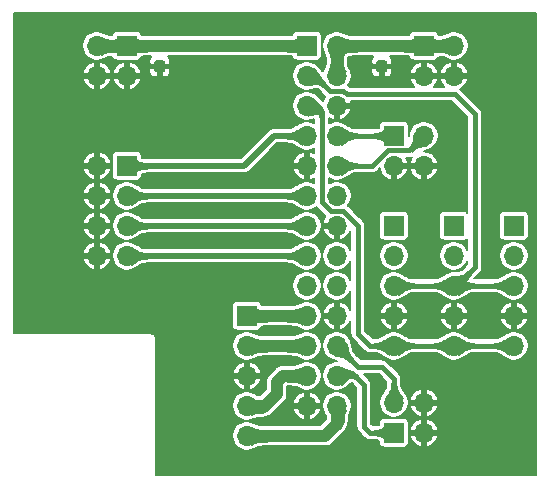
<source format=gbr>
%TF.GenerationSoftware,KiCad,Pcbnew,(5.1.7)-1*%
%TF.CreationDate,2021-06-08T21:15:34+03:00*%
%TF.ProjectId,RaspiAdapter,52617370-6941-4646-9170-7465722e6b69,rev?*%
%TF.SameCoordinates,Original*%
%TF.FileFunction,Copper,L1,Top*%
%TF.FilePolarity,Positive*%
%FSLAX46Y46*%
G04 Gerber Fmt 4.6, Leading zero omitted, Abs format (unit mm)*
G04 Created by KiCad (PCBNEW (5.1.7)-1) date 2021-06-08 21:15:34*
%MOMM*%
%LPD*%
G01*
G04 APERTURE LIST*
%TA.AperFunction,ComponentPad*%
%ADD10O,1.700000X1.700000*%
%TD*%
%TA.AperFunction,ComponentPad*%
%ADD11R,1.700000X1.700000*%
%TD*%
%TA.AperFunction,ViaPad*%
%ADD12C,0.800000*%
%TD*%
%TA.AperFunction,Conductor*%
%ADD13C,1.000000*%
%TD*%
%TA.AperFunction,Conductor*%
%ADD14C,0.500000*%
%TD*%
%TA.AperFunction,Conductor*%
%ADD15C,0.450000*%
%TD*%
%TA.AperFunction,Conductor*%
%ADD16C,0.200000*%
%TD*%
%TA.AperFunction,Conductor*%
%ADD17C,0.100000*%
%TD*%
%TA.AperFunction,Conductor*%
%ADD18C,0.025400*%
%TD*%
G04 APERTURE END LIST*
D10*
%TO.P,J110,4*%
%TO.N,GND*%
X165100000Y-123444000D03*
%TO.P,J110,3*%
%TO.N,/GPI025*%
X162560000Y-123444000D03*
%TO.P,J110,2*%
%TO.N,GND*%
X165100000Y-125984000D03*
D11*
%TO.P,J110,1*%
%TO.N,/GPIO8*%
X162560000Y-125984000D03*
%TD*%
D10*
%TO.P,J101,26*%
%TO.N,/GPIO7*%
X157734000Y-123698000D03*
%TO.P,J101,25*%
%TO.N,GND*%
X155194000Y-123698000D03*
%TO.P,J101,24*%
%TO.N,/GPIO8*%
X157734000Y-121158000D03*
%TO.P,J101,23*%
%TO.N,/SCLK*%
X155194000Y-121158000D03*
%TO.P,J101,22*%
%TO.N,/GPI025*%
X157734000Y-118618000D03*
%TO.P,J101,21*%
%TO.N,/MISO*%
X155194000Y-118618000D03*
%TO.P,J101,20*%
%TO.N,GND*%
X157734000Y-116078000D03*
%TO.P,J101,19*%
%TO.N,/MOSI*%
X155194000Y-116078000D03*
%TO.P,J101,18*%
%TO.N,Net-(J101-Pad18)*%
X157734000Y-113538000D03*
%TO.P,J101,17*%
%TO.N,+3V3*%
X155194000Y-113538000D03*
%TO.P,J101,16*%
%TO.N,Net-(J101-Pad16)*%
X157734000Y-110998000D03*
%TO.P,J101,15*%
%TO.N,/GPIO22*%
X155194000Y-110998000D03*
%TO.P,J101,14*%
%TO.N,GND*%
X157734000Y-108458000D03*
%TO.P,J101,13*%
%TO.N,/GPIO21*%
X155194000Y-108458000D03*
%TO.P,J101,12*%
%TO.N,Net-(J101-Pad12)*%
X157734000Y-105918000D03*
%TO.P,J101,11*%
%TO.N,/GPIO17*%
X155194000Y-105918000D03*
%TO.P,J101,10*%
%TO.N,/RXD*%
X157734000Y-103378000D03*
%TO.P,J101,9*%
%TO.N,GND*%
X155194000Y-103378000D03*
%TO.P,J101,8*%
%TO.N,/TXD*%
X157734000Y-100838000D03*
%TO.P,J101,7*%
%TO.N,/GPIO4*%
X155194000Y-100838000D03*
%TO.P,J101,6*%
%TO.N,GND*%
X157734000Y-98298000D03*
%TO.P,J101,5*%
%TO.N,/SCL*%
X155194000Y-98298000D03*
%TO.P,J101,4*%
%TO.N,+5V*%
X157734000Y-95758000D03*
%TO.P,J101,3*%
%TO.N,/SDA*%
X155194000Y-95758000D03*
%TO.P,J101,2*%
%TO.N,+5V*%
X157734000Y-93218000D03*
D11*
%TO.P,J101,1*%
%TO.N,+3V3*%
X155194000Y-93218000D03*
%TD*%
D10*
%TO.P,J109,5*%
%TO.N,/SCL*%
X172720000Y-118618000D03*
%TO.P,J109,4*%
%TO.N,GND*%
X172720000Y-116078000D03*
%TO.P,J109,3*%
%TO.N,/SDA*%
X172720000Y-113538000D03*
%TO.P,J109,2*%
%TO.N,+3V3*%
X172720000Y-110998000D03*
D11*
%TO.P,J109,1*%
%TO.N,+5V*%
X172720000Y-108458000D03*
%TD*%
D10*
%TO.P,J104,8*%
%TO.N,GND*%
X137414000Y-110998000D03*
%TO.P,J104,7*%
%TO.N,/GPIO22*%
X139954000Y-110998000D03*
%TO.P,J104,6*%
%TO.N,GND*%
X137414000Y-108458000D03*
%TO.P,J104,5*%
%TO.N,/GPIO21*%
X139954000Y-108458000D03*
%TO.P,J104,4*%
%TO.N,GND*%
X137414000Y-105918000D03*
%TO.P,J104,3*%
%TO.N,/GPIO17*%
X139954000Y-105918000D03*
%TO.P,J104,2*%
%TO.N,GND*%
X137414000Y-103378000D03*
D11*
%TO.P,J104,1*%
%TO.N,/GPIO4*%
X139954000Y-103378000D03*
%TD*%
D10*
%TO.P,J102,4*%
%TO.N,GND*%
X167640000Y-95758000D03*
%TO.P,J102,3*%
X165100000Y-95758000D03*
%TO.P,J102,2*%
%TO.N,+5V*%
X167640000Y-93218000D03*
D11*
%TO.P,J102,1*%
X165100000Y-93218000D03*
%TD*%
D10*
%TO.P,J107,4*%
%TO.N,GND*%
X137414000Y-95758000D03*
%TO.P,J107,3*%
X139954000Y-95758000D03*
%TO.P,J107,2*%
%TO.N,+3V3*%
X137414000Y-93218000D03*
D11*
%TO.P,J107,1*%
X139954000Y-93218000D03*
%TD*%
D10*
%TO.P,J105,4*%
%TO.N,GND*%
X165100000Y-103378000D03*
%TO.P,J105,3*%
%TO.N,/RXD*%
X165100000Y-100838000D03*
%TO.P,J105,2*%
%TO.N,GND*%
X162560000Y-103378000D03*
D11*
%TO.P,J105,1*%
%TO.N,/TXD*%
X162560000Y-100838000D03*
%TD*%
D10*
%TO.P,J108,5*%
%TO.N,/GPIO7*%
X150114000Y-126238000D03*
%TO.P,J108,4*%
%TO.N,/SCLK*%
X150114000Y-123698000D03*
%TO.P,J108,3*%
%TO.N,GND*%
X150114000Y-121158000D03*
%TO.P,J108,2*%
%TO.N,/MISO*%
X150114000Y-118618000D03*
D11*
%TO.P,J108,1*%
%TO.N,/MOSI*%
X150114000Y-116078000D03*
%TD*%
D10*
%TO.P,J106,5*%
%TO.N,/SCL*%
X162560000Y-118618000D03*
%TO.P,J106,4*%
%TO.N,GND*%
X162560000Y-116078000D03*
%TO.P,J106,3*%
%TO.N,/SDA*%
X162560000Y-113538000D03*
%TO.P,J106,2*%
%TO.N,+3V3*%
X162560000Y-110998000D03*
D11*
%TO.P,J106,1*%
%TO.N,+5V*%
X162560000Y-108458000D03*
%TD*%
D10*
%TO.P,J103,5*%
%TO.N,/SCL*%
X167640000Y-118618000D03*
%TO.P,J103,4*%
%TO.N,GND*%
X167640000Y-116078000D03*
%TO.P,J103,3*%
%TO.N,/SDA*%
X167640000Y-113538000D03*
%TO.P,J103,2*%
%TO.N,+3V3*%
X167640000Y-110998000D03*
D11*
%TO.P,J103,1*%
%TO.N,+5V*%
X167640000Y-108458000D03*
%TD*%
%TO.P,C107,2*%
%TO.N,GND*%
%TA.AperFunction,SMDPad,CuDef*%
G36*
G01*
X142510500Y-94443000D02*
X142985500Y-94443000D01*
G75*
G02*
X143223000Y-94680500I0J-237500D01*
G01*
X143223000Y-95255500D01*
G75*
G02*
X142985500Y-95493000I-237500J0D01*
G01*
X142510500Y-95493000D01*
G75*
G02*
X142273000Y-95255500I0J237500D01*
G01*
X142273000Y-94680500D01*
G75*
G02*
X142510500Y-94443000I237500J0D01*
G01*
G37*
%TD.AperFunction*%
%TO.P,C107,1*%
%TO.N,+3V3*%
%TA.AperFunction,SMDPad,CuDef*%
G36*
G01*
X142510500Y-92693000D02*
X142985500Y-92693000D01*
G75*
G02*
X143223000Y-92930500I0J-237500D01*
G01*
X143223000Y-93505500D01*
G75*
G02*
X142985500Y-93743000I-237500J0D01*
G01*
X142510500Y-93743000D01*
G75*
G02*
X142273000Y-93505500I0J237500D01*
G01*
X142273000Y-92930500D01*
G75*
G02*
X142510500Y-92693000I237500J0D01*
G01*
G37*
%TD.AperFunction*%
%TD*%
%TO.P,C104,2*%
%TO.N,GND*%
%TA.AperFunction,SMDPad,CuDef*%
G36*
G01*
X161306500Y-94443000D02*
X161781500Y-94443000D01*
G75*
G02*
X162019000Y-94680500I0J-237500D01*
G01*
X162019000Y-95255500D01*
G75*
G02*
X161781500Y-95493000I-237500J0D01*
G01*
X161306500Y-95493000D01*
G75*
G02*
X161069000Y-95255500I0J237500D01*
G01*
X161069000Y-94680500D01*
G75*
G02*
X161306500Y-94443000I237500J0D01*
G01*
G37*
%TD.AperFunction*%
%TO.P,C104,1*%
%TO.N,+5V*%
%TA.AperFunction,SMDPad,CuDef*%
G36*
G01*
X161306500Y-92693000D02*
X161781500Y-92693000D01*
G75*
G02*
X162019000Y-92930500I0J-237500D01*
G01*
X162019000Y-93505500D01*
G75*
G02*
X161781500Y-93743000I-237500J0D01*
G01*
X161306500Y-93743000D01*
G75*
G02*
X161069000Y-93505500I0J237500D01*
G01*
X161069000Y-92930500D01*
G75*
G02*
X161306500Y-92693000I237500J0D01*
G01*
G37*
%TD.AperFunction*%
%TD*%
D12*
%TO.N,GND*%
X131632000Y-91612000D03*
X131632000Y-103132000D03*
X131632000Y-114652000D03*
X138352000Y-98332000D03*
X141232000Y-116572000D03*
X143152000Y-91612000D03*
X143152000Y-106972000D03*
X143152000Y-126172000D03*
X147952000Y-100252000D03*
X148912000Y-112732000D03*
X152752000Y-128092000D03*
X159472000Y-91612000D03*
X164272000Y-105052000D03*
X164272000Y-120412000D03*
X168112000Y-128092000D03*
X170032000Y-92572000D03*
X170032000Y-114652000D03*
X173872000Y-100252000D03*
X173872000Y-122332000D03*
%TD*%
D13*
%TO.N,+3V3*%
X147574000Y-93218000D02*
X142748000Y-93218000D01*
X155194000Y-93218000D02*
X147574000Y-93218000D01*
X142748000Y-93218000D02*
X139954000Y-93218000D01*
X139954000Y-93218000D02*
X137414000Y-93218000D01*
%TO.N,+5V*%
X157734000Y-93218000D02*
X162560000Y-93218000D01*
X162560000Y-93218000D02*
X165100000Y-93218000D01*
X157734000Y-93218000D02*
X157734000Y-95758000D01*
X165100000Y-93218000D02*
X167640000Y-93218000D01*
%TO.N,/GPIO7*%
X150114000Y-126238000D02*
X156718000Y-126238000D01*
X157734000Y-125222000D02*
X157734000Y-123698000D01*
X156718000Y-126238000D02*
X157734000Y-125222000D01*
D14*
%TO.N,/GPIO22*%
X155194000Y-110998000D02*
X139954000Y-110998000D01*
%TO.N,/GPIO17*%
X139954000Y-105918000D02*
X155194000Y-105918000D01*
D15*
%TO.N,/RXD*%
X162037197Y-102073001D02*
X163864999Y-102073001D01*
X160732198Y-103378000D02*
X162037197Y-102073001D01*
X163864999Y-102073001D02*
X165100000Y-100838000D01*
X157734000Y-103378000D02*
X160732198Y-103378000D01*
%TO.N,/TXD*%
X162560000Y-100838000D02*
X157734000Y-100838000D01*
D14*
%TO.N,/GPIO4*%
X149860000Y-103378000D02*
X152400000Y-100838000D01*
X139954000Y-103378000D02*
X149860000Y-103378000D01*
X152400000Y-100838000D02*
X155194000Y-100838000D01*
D15*
%TO.N,/SCL*%
X162560000Y-118618000D02*
X167640000Y-118618000D01*
X155702000Y-98298000D02*
X155194000Y-98298000D01*
X156464000Y-99060000D02*
X155702000Y-98298000D01*
X156464000Y-106475802D02*
X156464000Y-99060000D01*
X157211197Y-107222999D02*
X156464000Y-106475802D01*
X158276999Y-107222999D02*
X157211197Y-107222999D01*
X159512000Y-108458000D02*
X158276999Y-107222999D01*
X159512000Y-117602000D02*
X159512000Y-108458000D01*
X160528000Y-118618000D02*
X159512000Y-117602000D01*
X162560000Y-118618000D02*
X160528000Y-118618000D01*
X167640000Y-118618000D02*
X172720000Y-118618000D01*
%TO.N,/SDA*%
X162560000Y-113538000D02*
X167640000Y-113538000D01*
X170688000Y-113538000D02*
X172720000Y-113538000D01*
X169418000Y-113538000D02*
X167640000Y-113538000D01*
X170688000Y-113538000D02*
X169418000Y-113538000D01*
X155858000Y-95758000D02*
X155194000Y-95758000D01*
X157128000Y-97028000D02*
X155858000Y-95758000D01*
X158291802Y-97028000D02*
X157128000Y-97028000D01*
X158563802Y-97300000D02*
X158291802Y-97028000D01*
X167700000Y-97300000D02*
X158563802Y-97300000D01*
X169418000Y-99018000D02*
X167700000Y-97300000D01*
X167640000Y-113538000D02*
X167862000Y-113538000D01*
X169418000Y-111982000D02*
X169418000Y-111582000D01*
X167862000Y-113538000D02*
X169418000Y-111982000D01*
X169418000Y-111582000D02*
X169418000Y-99018000D01*
D13*
%TO.N,/SCLK*%
X150114000Y-123698000D02*
X151638000Y-123698000D01*
X151638000Y-123698000D02*
X152654000Y-122682000D01*
X152654000Y-122682000D02*
X152654000Y-121666000D01*
X153162000Y-121158000D02*
X155194000Y-121158000D01*
X152654000Y-121666000D02*
X153162000Y-121158000D01*
%TO.N,/MISO*%
X150114000Y-118618000D02*
X155194000Y-118618000D01*
%TO.N,/MOSI*%
X150114000Y-116078000D02*
X155194000Y-116078000D01*
D14*
%TO.N,/GPIO21*%
X139954000Y-108458000D02*
X155194000Y-108458000D01*
D15*
%TO.N,/GPIO8*%
X159258000Y-121158000D02*
X157734000Y-121158000D01*
X160020000Y-121920000D02*
X159258000Y-121158000D01*
X160020000Y-125476000D02*
X160020000Y-121920000D01*
X160528000Y-125984000D02*
X160020000Y-125476000D01*
X162560000Y-125984000D02*
X160528000Y-125984000D01*
%TO.N,/GPI025*%
X161544000Y-120396000D02*
X162560000Y-121412000D01*
X159512000Y-120396000D02*
X161544000Y-120396000D01*
X162560000Y-121412000D02*
X162560000Y-123444000D01*
X157734000Y-118618000D02*
X159512000Y-120396000D01*
%TD*%
D16*
%TO.N,GND*%
X174575001Y-129575000D02*
X142425000Y-129575000D01*
X142425000Y-126114886D01*
X148864000Y-126114886D01*
X148864000Y-126361114D01*
X148912037Y-126602611D01*
X149006265Y-126830097D01*
X149143062Y-127034828D01*
X149317172Y-127208938D01*
X149521903Y-127345735D01*
X149749389Y-127439963D01*
X149990886Y-127488000D01*
X150237114Y-127488000D01*
X150478611Y-127439963D01*
X150706097Y-127345735D01*
X150731419Y-127328815D01*
X150779673Y-127306065D01*
X150884035Y-127260752D01*
X150975537Y-127225956D01*
X151059847Y-127199555D01*
X151144174Y-127179304D01*
X151236299Y-127163640D01*
X151343300Y-127151893D01*
X151470835Y-127143870D01*
X151623312Y-127139379D01*
X151805572Y-127138000D01*
X156673794Y-127138000D01*
X156718000Y-127142354D01*
X156762206Y-127138000D01*
X156762207Y-127138000D01*
X156894431Y-127124977D01*
X157064081Y-127073514D01*
X157220432Y-126989943D01*
X157357475Y-126877475D01*
X157385657Y-126843135D01*
X158339141Y-125889652D01*
X158373475Y-125861475D01*
X158403483Y-125824911D01*
X158485943Y-125724432D01*
X158527917Y-125645903D01*
X158569514Y-125568081D01*
X158579458Y-125535299D01*
X158593690Y-125507953D01*
X158661964Y-125345032D01*
X158681255Y-125286846D01*
X158720618Y-125128351D01*
X158729145Y-125082952D01*
X158749198Y-124927000D01*
X158751580Y-124902559D01*
X158761919Y-124747270D01*
X158761952Y-124746774D01*
X158771426Y-124601760D01*
X158787057Y-124475165D01*
X158814269Y-124359698D01*
X158841546Y-124290379D01*
X158841735Y-124290097D01*
X158935963Y-124062611D01*
X158984000Y-123821114D01*
X158984000Y-123574886D01*
X158935963Y-123333389D01*
X158841735Y-123105903D01*
X158704938Y-122901172D01*
X158530828Y-122727062D01*
X158326097Y-122590265D01*
X158098611Y-122496037D01*
X157857114Y-122448000D01*
X157610886Y-122448000D01*
X157369389Y-122496037D01*
X157141903Y-122590265D01*
X156937172Y-122727062D01*
X156763062Y-122901172D01*
X156626265Y-123105903D01*
X156532037Y-123333389D01*
X156484000Y-123574886D01*
X156484000Y-123821114D01*
X156532037Y-124062611D01*
X156626265Y-124290097D01*
X156763062Y-124494828D01*
X156798038Y-124529804D01*
X156834000Y-124574344D01*
X156834000Y-124849207D01*
X156345208Y-125338000D01*
X151805575Y-125338000D01*
X151623313Y-125336620D01*
X151470835Y-125332129D01*
X151343300Y-125324106D01*
X151236299Y-125312359D01*
X151144174Y-125296695D01*
X151059847Y-125276444D01*
X150975537Y-125250043D01*
X150884035Y-125215247D01*
X150779673Y-125169934D01*
X150731416Y-125147183D01*
X150706097Y-125130265D01*
X150478611Y-125036037D01*
X150237114Y-124988000D01*
X149990886Y-124988000D01*
X149749389Y-125036037D01*
X149521903Y-125130265D01*
X149317172Y-125267062D01*
X149143062Y-125441172D01*
X149006265Y-125645903D01*
X148912037Y-125873389D01*
X148864000Y-126114886D01*
X142425000Y-126114886D01*
X142425000Y-123574886D01*
X148864000Y-123574886D01*
X148864000Y-123821114D01*
X148912037Y-124062611D01*
X149006265Y-124290097D01*
X149143062Y-124494828D01*
X149317172Y-124668938D01*
X149521903Y-124805735D01*
X149749389Y-124899963D01*
X149990886Y-124948000D01*
X150237114Y-124948000D01*
X150478611Y-124899963D01*
X150706097Y-124805735D01*
X150706379Y-124805546D01*
X150775698Y-124778269D01*
X150891165Y-124751057D01*
X151017760Y-124735426D01*
X151162774Y-124725952D01*
X151163270Y-124725919D01*
X151318559Y-124715580D01*
X151343000Y-124713198D01*
X151498952Y-124693145D01*
X151544351Y-124684618D01*
X151702846Y-124645255D01*
X151761032Y-124625964D01*
X151923953Y-124557690D01*
X151951299Y-124543458D01*
X151984081Y-124533514D01*
X152140432Y-124449943D01*
X152277475Y-124337475D01*
X152305657Y-124303135D01*
X152564635Y-124044157D01*
X153992886Y-124044157D01*
X154002990Y-124077487D01*
X154099909Y-124302550D01*
X154238873Y-124504380D01*
X154414542Y-124675222D01*
X154620166Y-124808510D01*
X154847842Y-124899121D01*
X155040000Y-124838484D01*
X155040000Y-123852000D01*
X155348000Y-123852000D01*
X155348000Y-124838484D01*
X155540158Y-124899121D01*
X155767834Y-124808510D01*
X155973458Y-124675222D01*
X156149127Y-124504380D01*
X156288091Y-124302550D01*
X156385010Y-124077487D01*
X156395114Y-124044157D01*
X156333642Y-123852000D01*
X155348000Y-123852000D01*
X155040000Y-123852000D01*
X154054358Y-123852000D01*
X153992886Y-124044157D01*
X152564635Y-124044157D01*
X153256949Y-123351843D01*
X153992886Y-123351843D01*
X154054358Y-123544000D01*
X155040000Y-123544000D01*
X155040000Y-122557516D01*
X155348000Y-122557516D01*
X155348000Y-123544000D01*
X156333642Y-123544000D01*
X156395114Y-123351843D01*
X156385010Y-123318513D01*
X156288091Y-123093450D01*
X156149127Y-122891620D01*
X155973458Y-122720778D01*
X155767834Y-122587490D01*
X155540158Y-122496879D01*
X155348000Y-122557516D01*
X155040000Y-122557516D01*
X154847842Y-122496879D01*
X154620166Y-122587490D01*
X154414542Y-122720778D01*
X154238873Y-122891620D01*
X154099909Y-123093450D01*
X154002990Y-123318513D01*
X153992886Y-123351843D01*
X153256949Y-123351843D01*
X153259141Y-123349652D01*
X153293475Y-123321475D01*
X153405943Y-123184432D01*
X153489514Y-123028081D01*
X153540977Y-122858431D01*
X153554000Y-122726207D01*
X153554000Y-122726206D01*
X153558354Y-122682000D01*
X153554000Y-122637794D01*
X153554000Y-122058390D01*
X153684687Y-122059379D01*
X153837164Y-122063870D01*
X153964699Y-122071893D01*
X154071700Y-122083640D01*
X154163825Y-122099304D01*
X154248152Y-122119555D01*
X154332462Y-122145956D01*
X154423964Y-122180752D01*
X154528313Y-122226059D01*
X154576584Y-122248817D01*
X154601903Y-122265735D01*
X154829389Y-122359963D01*
X155070886Y-122408000D01*
X155317114Y-122408000D01*
X155558611Y-122359963D01*
X155786097Y-122265735D01*
X155990828Y-122128938D01*
X156164938Y-121954828D01*
X156301735Y-121750097D01*
X156395963Y-121522611D01*
X156444000Y-121281114D01*
X156444000Y-121034886D01*
X156395963Y-120793389D01*
X156301735Y-120565903D01*
X156164938Y-120361172D01*
X155990828Y-120187062D01*
X155786097Y-120050265D01*
X155558611Y-119956037D01*
X155317114Y-119908000D01*
X155070886Y-119908000D01*
X154829389Y-119956037D01*
X154601903Y-120050265D01*
X154576588Y-120067180D01*
X154528312Y-120089940D01*
X154423964Y-120135247D01*
X154332462Y-120170043D01*
X154248152Y-120196444D01*
X154163825Y-120216695D01*
X154071700Y-120232359D01*
X153964699Y-120244106D01*
X153837164Y-120252129D01*
X153684686Y-120256620D01*
X153502425Y-120258000D01*
X153206196Y-120258000D01*
X153161999Y-120253647D01*
X153117802Y-120258000D01*
X153117793Y-120258000D01*
X152985569Y-120271023D01*
X152815919Y-120322486D01*
X152659568Y-120406057D01*
X152522525Y-120518525D01*
X152494339Y-120552870D01*
X152048861Y-120998347D01*
X152014526Y-121026525D01*
X151986348Y-121060860D01*
X151986345Y-121060863D01*
X151902057Y-121163569D01*
X151818487Y-121319919D01*
X151767023Y-121489570D01*
X151749646Y-121666000D01*
X151754001Y-121710216D01*
X151754000Y-122309207D01*
X151265208Y-122798000D01*
X150990344Y-122798000D01*
X150945804Y-122762038D01*
X150910828Y-122727062D01*
X150706097Y-122590265D01*
X150478611Y-122496037D01*
X150237114Y-122448000D01*
X149990886Y-122448000D01*
X149749389Y-122496037D01*
X149521903Y-122590265D01*
X149317172Y-122727062D01*
X149143062Y-122901172D01*
X149006265Y-123105903D01*
X148912037Y-123333389D01*
X148864000Y-123574886D01*
X142425000Y-123574886D01*
X142425000Y-121504157D01*
X148912886Y-121504157D01*
X148922990Y-121537487D01*
X149019909Y-121762550D01*
X149158873Y-121964380D01*
X149334542Y-122135222D01*
X149540166Y-122268510D01*
X149767842Y-122359121D01*
X149960000Y-122298484D01*
X149960000Y-121312000D01*
X150268000Y-121312000D01*
X150268000Y-122298484D01*
X150460158Y-122359121D01*
X150687834Y-122268510D01*
X150893458Y-122135222D01*
X151069127Y-121964380D01*
X151208091Y-121762550D01*
X151305010Y-121537487D01*
X151315114Y-121504157D01*
X151253642Y-121312000D01*
X150268000Y-121312000D01*
X149960000Y-121312000D01*
X148974358Y-121312000D01*
X148912886Y-121504157D01*
X142425000Y-121504157D01*
X142425000Y-120811843D01*
X148912886Y-120811843D01*
X148974358Y-121004000D01*
X149960000Y-121004000D01*
X149960000Y-120017516D01*
X150268000Y-120017516D01*
X150268000Y-121004000D01*
X151253642Y-121004000D01*
X151315114Y-120811843D01*
X151305010Y-120778513D01*
X151208091Y-120553450D01*
X151069127Y-120351620D01*
X150893458Y-120180778D01*
X150687834Y-120047490D01*
X150460158Y-119956879D01*
X150268000Y-120017516D01*
X149960000Y-120017516D01*
X149767842Y-119956879D01*
X149540166Y-120047490D01*
X149334542Y-120180778D01*
X149158873Y-120351620D01*
X149019909Y-120553450D01*
X148922990Y-120778513D01*
X148912886Y-120811843D01*
X142425000Y-120811843D01*
X142425000Y-118494886D01*
X148864000Y-118494886D01*
X148864000Y-118741114D01*
X148912037Y-118982611D01*
X149006265Y-119210097D01*
X149143062Y-119414828D01*
X149317172Y-119588938D01*
X149521903Y-119725735D01*
X149749389Y-119819963D01*
X149990886Y-119868000D01*
X150237114Y-119868000D01*
X150478611Y-119819963D01*
X150706097Y-119725735D01*
X150731419Y-119708815D01*
X150779673Y-119686065D01*
X150884035Y-119640752D01*
X150975537Y-119605956D01*
X151059847Y-119579555D01*
X151144174Y-119559304D01*
X151236299Y-119543640D01*
X151343300Y-119531893D01*
X151470835Y-119523870D01*
X151623312Y-119519379D01*
X151805572Y-119518000D01*
X153502428Y-119518000D01*
X153684687Y-119519379D01*
X153837164Y-119523870D01*
X153964699Y-119531893D01*
X154071700Y-119543640D01*
X154163825Y-119559304D01*
X154248152Y-119579555D01*
X154332462Y-119605956D01*
X154423964Y-119640752D01*
X154528313Y-119686059D01*
X154576584Y-119708817D01*
X154601903Y-119725735D01*
X154829389Y-119819963D01*
X155070886Y-119868000D01*
X155317114Y-119868000D01*
X155558611Y-119819963D01*
X155786097Y-119725735D01*
X155990828Y-119588938D01*
X156164938Y-119414828D01*
X156301735Y-119210097D01*
X156395963Y-118982611D01*
X156444000Y-118741114D01*
X156444000Y-118494886D01*
X156484000Y-118494886D01*
X156484000Y-118741114D01*
X156532037Y-118982611D01*
X156626265Y-119210097D01*
X156763062Y-119414828D01*
X156937172Y-119588938D01*
X157141903Y-119725735D01*
X157369389Y-119819963D01*
X157431162Y-119832250D01*
X157501366Y-119853979D01*
X157525569Y-119860646D01*
X157672752Y-119896256D01*
X157689315Y-119899893D01*
X157730364Y-119908000D01*
X157610886Y-119908000D01*
X157369389Y-119956037D01*
X157141903Y-120050265D01*
X156937172Y-120187062D01*
X156763062Y-120361172D01*
X156626265Y-120565903D01*
X156532037Y-120793389D01*
X156484000Y-121034886D01*
X156484000Y-121281114D01*
X156532037Y-121522611D01*
X156626265Y-121750097D01*
X156763062Y-121954828D01*
X156937172Y-122128938D01*
X157141903Y-122265735D01*
X157369389Y-122359963D01*
X157610886Y-122408000D01*
X157857114Y-122408000D01*
X158098611Y-122359963D01*
X158326097Y-122265735D01*
X158530828Y-122128938D01*
X158572963Y-122086803D01*
X158612761Y-122054648D01*
X158637421Y-122032993D01*
X158749676Y-121925948D01*
X158757516Y-121918264D01*
X158858344Y-121816689D01*
X158893964Y-121783000D01*
X158999118Y-121783000D01*
X159395001Y-122178884D01*
X159395000Y-125445306D01*
X159391977Y-125476000D01*
X159395000Y-125506694D01*
X159395000Y-125506703D01*
X159404043Y-125598520D01*
X159439781Y-125716333D01*
X159497817Y-125824910D01*
X159575920Y-125920080D01*
X159599776Y-125939658D01*
X160064350Y-126404234D01*
X160083920Y-126428080D01*
X160107765Y-126447649D01*
X160107768Y-126447652D01*
X160179087Y-126506182D01*
X160179089Y-126506183D01*
X160287666Y-126564219D01*
X160405479Y-126599957D01*
X160497296Y-126609000D01*
X160497305Y-126609000D01*
X160527999Y-126612023D01*
X160558693Y-126609000D01*
X160861944Y-126609000D01*
X161029615Y-126615761D01*
X161149816Y-126632411D01*
X161240178Y-126655857D01*
X161308065Y-126682781D01*
X161308065Y-126834000D01*
X161315788Y-126912414D01*
X161338660Y-126987814D01*
X161375803Y-127057303D01*
X161425789Y-127118211D01*
X161486697Y-127168197D01*
X161556186Y-127205340D01*
X161631586Y-127228212D01*
X161710000Y-127235935D01*
X163410000Y-127235935D01*
X163488414Y-127228212D01*
X163563814Y-127205340D01*
X163633303Y-127168197D01*
X163694211Y-127118211D01*
X163744197Y-127057303D01*
X163781340Y-126987814D01*
X163804212Y-126912414D01*
X163811935Y-126834000D01*
X163811935Y-126330157D01*
X163898886Y-126330157D01*
X163908990Y-126363487D01*
X164005909Y-126588550D01*
X164144873Y-126790380D01*
X164320542Y-126961222D01*
X164526166Y-127094510D01*
X164753842Y-127185121D01*
X164946000Y-127124484D01*
X164946000Y-126138000D01*
X165254000Y-126138000D01*
X165254000Y-127124484D01*
X165446158Y-127185121D01*
X165673834Y-127094510D01*
X165879458Y-126961222D01*
X166055127Y-126790380D01*
X166194091Y-126588550D01*
X166291010Y-126363487D01*
X166301114Y-126330157D01*
X166239642Y-126138000D01*
X165254000Y-126138000D01*
X164946000Y-126138000D01*
X163960358Y-126138000D01*
X163898886Y-126330157D01*
X163811935Y-126330157D01*
X163811935Y-125637843D01*
X163898886Y-125637843D01*
X163960358Y-125830000D01*
X164946000Y-125830000D01*
X164946000Y-124843516D01*
X165254000Y-124843516D01*
X165254000Y-125830000D01*
X166239642Y-125830000D01*
X166301114Y-125637843D01*
X166291010Y-125604513D01*
X166194091Y-125379450D01*
X166055127Y-125177620D01*
X165879458Y-125006778D01*
X165673834Y-124873490D01*
X165446158Y-124782879D01*
X165254000Y-124843516D01*
X164946000Y-124843516D01*
X164753842Y-124782879D01*
X164526166Y-124873490D01*
X164320542Y-125006778D01*
X164144873Y-125177620D01*
X164005909Y-125379450D01*
X163908990Y-125604513D01*
X163898886Y-125637843D01*
X163811935Y-125637843D01*
X163811935Y-125134000D01*
X163804212Y-125055586D01*
X163781340Y-124980186D01*
X163744197Y-124910697D01*
X163694211Y-124849789D01*
X163633303Y-124799803D01*
X163563814Y-124762660D01*
X163488414Y-124739788D01*
X163410000Y-124732065D01*
X161710000Y-124732065D01*
X161631586Y-124739788D01*
X161556186Y-124762660D01*
X161486697Y-124799803D01*
X161425789Y-124849789D01*
X161375803Y-124910697D01*
X161338660Y-124980186D01*
X161315788Y-125055586D01*
X161308065Y-125134000D01*
X161308065Y-125285218D01*
X161240178Y-125312142D01*
X161149816Y-125335588D01*
X161029614Y-125352238D01*
X160861941Y-125359000D01*
X160786883Y-125359000D01*
X160645000Y-125217117D01*
X160645000Y-121950701D01*
X160648024Y-121920000D01*
X160645000Y-121889296D01*
X160635957Y-121797479D01*
X160600219Y-121679666D01*
X160542183Y-121571089D01*
X160464080Y-121475920D01*
X160440229Y-121456346D01*
X160004882Y-121021000D01*
X161285118Y-121021000D01*
X161935000Y-121670883D01*
X161935000Y-121745937D01*
X161928238Y-121913614D01*
X161911588Y-122033816D01*
X161888142Y-122124178D01*
X161858604Y-122198656D01*
X161819752Y-122271757D01*
X161767074Y-122354643D01*
X161699824Y-122453012D01*
X161697750Y-122456077D01*
X161621967Y-122569160D01*
X161612827Y-122583444D01*
X161533933Y-122712698D01*
X161521531Y-122734529D01*
X161487248Y-122799548D01*
X161452265Y-122851903D01*
X161358037Y-123079389D01*
X161310000Y-123320886D01*
X161310000Y-123567114D01*
X161358037Y-123808611D01*
X161452265Y-124036097D01*
X161589062Y-124240828D01*
X161763172Y-124414938D01*
X161967903Y-124551735D01*
X162195389Y-124645963D01*
X162436886Y-124694000D01*
X162683114Y-124694000D01*
X162924611Y-124645963D01*
X163152097Y-124551735D01*
X163356828Y-124414938D01*
X163530938Y-124240828D01*
X163667735Y-124036097D01*
X163761963Y-123808611D01*
X163765633Y-123790157D01*
X163898886Y-123790157D01*
X163908990Y-123823487D01*
X164005909Y-124048550D01*
X164144873Y-124250380D01*
X164320542Y-124421222D01*
X164526166Y-124554510D01*
X164753842Y-124645121D01*
X164946000Y-124584484D01*
X164946000Y-123598000D01*
X165254000Y-123598000D01*
X165254000Y-124584484D01*
X165446158Y-124645121D01*
X165673834Y-124554510D01*
X165879458Y-124421222D01*
X166055127Y-124250380D01*
X166194091Y-124048550D01*
X166291010Y-123823487D01*
X166301114Y-123790157D01*
X166239642Y-123598000D01*
X165254000Y-123598000D01*
X164946000Y-123598000D01*
X163960358Y-123598000D01*
X163898886Y-123790157D01*
X163765633Y-123790157D01*
X163810000Y-123567114D01*
X163810000Y-123320886D01*
X163765634Y-123097843D01*
X163898886Y-123097843D01*
X163960358Y-123290000D01*
X164946000Y-123290000D01*
X164946000Y-122303516D01*
X165254000Y-122303516D01*
X165254000Y-123290000D01*
X166239642Y-123290000D01*
X166301114Y-123097843D01*
X166291010Y-123064513D01*
X166194091Y-122839450D01*
X166055127Y-122637620D01*
X165879458Y-122466778D01*
X165673834Y-122333490D01*
X165446158Y-122242879D01*
X165254000Y-122303516D01*
X164946000Y-122303516D01*
X164753842Y-122242879D01*
X164526166Y-122333490D01*
X164320542Y-122466778D01*
X164144873Y-122637620D01*
X164005909Y-122839450D01*
X163908990Y-123064513D01*
X163898886Y-123097843D01*
X163765634Y-123097843D01*
X163761963Y-123079389D01*
X163667735Y-122851903D01*
X163632750Y-122799544D01*
X163598467Y-122734527D01*
X163586066Y-122712698D01*
X163507172Y-122583444D01*
X163498032Y-122569160D01*
X163422249Y-122456077D01*
X163420175Y-122453012D01*
X163352925Y-122354643D01*
X163300247Y-122271757D01*
X163261395Y-122198656D01*
X163231857Y-122124178D01*
X163208411Y-122033816D01*
X163191761Y-121913615D01*
X163185000Y-121745944D01*
X163185000Y-121442694D01*
X163188023Y-121412000D01*
X163185000Y-121381306D01*
X163185000Y-121381296D01*
X163175957Y-121289479D01*
X163140219Y-121171666D01*
X163082183Y-121063089D01*
X163004080Y-120967920D01*
X162980230Y-120948347D01*
X162007658Y-119975776D01*
X161988080Y-119951920D01*
X161892911Y-119873817D01*
X161784334Y-119815781D01*
X161666521Y-119780043D01*
X161574704Y-119771000D01*
X161574694Y-119771000D01*
X161544000Y-119767977D01*
X161513306Y-119771000D01*
X159770883Y-119771000D01*
X159376659Y-119376776D01*
X159262863Y-119253417D01*
X159189645Y-119156654D01*
X159142334Y-119076188D01*
X159110547Y-119002616D01*
X159086334Y-118923470D01*
X159064971Y-118827592D01*
X159042968Y-118710496D01*
X159042268Y-118706863D01*
X159015893Y-118573315D01*
X159012256Y-118556752D01*
X158976646Y-118409569D01*
X158969979Y-118385366D01*
X158948250Y-118315162D01*
X158935963Y-118253389D01*
X158841735Y-118025903D01*
X158704938Y-117821172D01*
X158530828Y-117647062D01*
X158326097Y-117510265D01*
X158098611Y-117416037D01*
X157857114Y-117368000D01*
X157610886Y-117368000D01*
X157369389Y-117416037D01*
X157141903Y-117510265D01*
X156937172Y-117647062D01*
X156763062Y-117821172D01*
X156626265Y-118025903D01*
X156532037Y-118253389D01*
X156484000Y-118494886D01*
X156444000Y-118494886D01*
X156395963Y-118253389D01*
X156301735Y-118025903D01*
X156164938Y-117821172D01*
X155990828Y-117647062D01*
X155786097Y-117510265D01*
X155558611Y-117416037D01*
X155317114Y-117368000D01*
X155070886Y-117368000D01*
X154829389Y-117416037D01*
X154601903Y-117510265D01*
X154576588Y-117527180D01*
X154528312Y-117549940D01*
X154423964Y-117595247D01*
X154332462Y-117630043D01*
X154248152Y-117656444D01*
X154163825Y-117676695D01*
X154071700Y-117692359D01*
X153964699Y-117704106D01*
X153837164Y-117712129D01*
X153684686Y-117716620D01*
X153502425Y-117718000D01*
X151805575Y-117718000D01*
X151623313Y-117716620D01*
X151470835Y-117712129D01*
X151343300Y-117704106D01*
X151236299Y-117692359D01*
X151144174Y-117676695D01*
X151059847Y-117656444D01*
X150975537Y-117630043D01*
X150884035Y-117595247D01*
X150779673Y-117549934D01*
X150731416Y-117527183D01*
X150706097Y-117510265D01*
X150478611Y-117416037D01*
X150237114Y-117368000D01*
X149990886Y-117368000D01*
X149749389Y-117416037D01*
X149521903Y-117510265D01*
X149317172Y-117647062D01*
X149143062Y-117821172D01*
X149006265Y-118025903D01*
X148912037Y-118253389D01*
X148864000Y-118494886D01*
X142425000Y-118494886D01*
X142425000Y-118020873D01*
X142427056Y-118000000D01*
X142418850Y-117916686D01*
X142394548Y-117836573D01*
X142355084Y-117762740D01*
X142301974Y-117698026D01*
X142237260Y-117644916D01*
X142163427Y-117605452D01*
X142083314Y-117581150D01*
X142020874Y-117575000D01*
X142000000Y-117572944D01*
X141979126Y-117575000D01*
X130425000Y-117575000D01*
X130425000Y-115228000D01*
X148862065Y-115228000D01*
X148862065Y-116928000D01*
X148869788Y-117006414D01*
X148892660Y-117081814D01*
X148929803Y-117151303D01*
X148979789Y-117212211D01*
X149040697Y-117262197D01*
X149110186Y-117299340D01*
X149185586Y-117322212D01*
X149264000Y-117329935D01*
X150964000Y-117329935D01*
X151042414Y-117322212D01*
X151117814Y-117299340D01*
X151187303Y-117262197D01*
X151248211Y-117212211D01*
X151298197Y-117151303D01*
X151335340Y-117081814D01*
X151358212Y-117006414D01*
X151359744Y-116990859D01*
X151470835Y-116983870D01*
X151623312Y-116979379D01*
X151805572Y-116978000D01*
X153502428Y-116978000D01*
X153684687Y-116979379D01*
X153837164Y-116983870D01*
X153964699Y-116991893D01*
X154071700Y-117003640D01*
X154163825Y-117019304D01*
X154248152Y-117039555D01*
X154332462Y-117065956D01*
X154423964Y-117100752D01*
X154528313Y-117146059D01*
X154576584Y-117168817D01*
X154601903Y-117185735D01*
X154829389Y-117279963D01*
X155070886Y-117328000D01*
X155317114Y-117328000D01*
X155558611Y-117279963D01*
X155786097Y-117185735D01*
X155990828Y-117048938D01*
X156164938Y-116874828D01*
X156301735Y-116670097D01*
X156395963Y-116442611D01*
X156399633Y-116424157D01*
X156532886Y-116424157D01*
X156542990Y-116457487D01*
X156639909Y-116682550D01*
X156778873Y-116884380D01*
X156954542Y-117055222D01*
X157160166Y-117188510D01*
X157387842Y-117279121D01*
X157580000Y-117218484D01*
X157580000Y-116232000D01*
X156594358Y-116232000D01*
X156532886Y-116424157D01*
X156399633Y-116424157D01*
X156444000Y-116201114D01*
X156444000Y-115954886D01*
X156399634Y-115731843D01*
X156532886Y-115731843D01*
X156594358Y-115924000D01*
X157580000Y-115924000D01*
X157580000Y-114937516D01*
X157387842Y-114876879D01*
X157160166Y-114967490D01*
X156954542Y-115100778D01*
X156778873Y-115271620D01*
X156639909Y-115473450D01*
X156542990Y-115698513D01*
X156532886Y-115731843D01*
X156399634Y-115731843D01*
X156395963Y-115713389D01*
X156301735Y-115485903D01*
X156164938Y-115281172D01*
X155990828Y-115107062D01*
X155786097Y-114970265D01*
X155558611Y-114876037D01*
X155317114Y-114828000D01*
X155070886Y-114828000D01*
X154829389Y-114876037D01*
X154601903Y-114970265D01*
X154576588Y-114987180D01*
X154528312Y-115009940D01*
X154423964Y-115055247D01*
X154332462Y-115090043D01*
X154248152Y-115116444D01*
X154163825Y-115136695D01*
X154071700Y-115152359D01*
X153964699Y-115164106D01*
X153837164Y-115172129D01*
X153684686Y-115176620D01*
X153502425Y-115178000D01*
X151805575Y-115178000D01*
X151623313Y-115176620D01*
X151470835Y-115172129D01*
X151359744Y-115165140D01*
X151358212Y-115149586D01*
X151335340Y-115074186D01*
X151298197Y-115004697D01*
X151248211Y-114943789D01*
X151187303Y-114893803D01*
X151117814Y-114856660D01*
X151042414Y-114833788D01*
X150964000Y-114826065D01*
X149264000Y-114826065D01*
X149185586Y-114833788D01*
X149110186Y-114856660D01*
X149040697Y-114893803D01*
X148979789Y-114943789D01*
X148929803Y-115004697D01*
X148892660Y-115074186D01*
X148869788Y-115149586D01*
X148862065Y-115228000D01*
X130425000Y-115228000D01*
X130425000Y-113414886D01*
X153944000Y-113414886D01*
X153944000Y-113661114D01*
X153992037Y-113902611D01*
X154086265Y-114130097D01*
X154223062Y-114334828D01*
X154397172Y-114508938D01*
X154601903Y-114645735D01*
X154829389Y-114739963D01*
X155070886Y-114788000D01*
X155317114Y-114788000D01*
X155558611Y-114739963D01*
X155786097Y-114645735D01*
X155990828Y-114508938D01*
X156164938Y-114334828D01*
X156301735Y-114130097D01*
X156395963Y-113902611D01*
X156444000Y-113661114D01*
X156444000Y-113414886D01*
X156395963Y-113173389D01*
X156301735Y-112945903D01*
X156164938Y-112741172D01*
X155990828Y-112567062D01*
X155786097Y-112430265D01*
X155558611Y-112336037D01*
X155317114Y-112288000D01*
X155070886Y-112288000D01*
X154829389Y-112336037D01*
X154601903Y-112430265D01*
X154397172Y-112567062D01*
X154223062Y-112741172D01*
X154086265Y-112945903D01*
X153992037Y-113173389D01*
X153944000Y-113414886D01*
X130425000Y-113414886D01*
X130425000Y-111344157D01*
X136212886Y-111344157D01*
X136222990Y-111377487D01*
X136319909Y-111602550D01*
X136458873Y-111804380D01*
X136634542Y-111975222D01*
X136840166Y-112108510D01*
X137067842Y-112199121D01*
X137260000Y-112138484D01*
X137260000Y-111152000D01*
X137568000Y-111152000D01*
X137568000Y-112138484D01*
X137760158Y-112199121D01*
X137987834Y-112108510D01*
X138193458Y-111975222D01*
X138369127Y-111804380D01*
X138508091Y-111602550D01*
X138605010Y-111377487D01*
X138615114Y-111344157D01*
X138553642Y-111152000D01*
X137568000Y-111152000D01*
X137260000Y-111152000D01*
X136274358Y-111152000D01*
X136212886Y-111344157D01*
X130425000Y-111344157D01*
X130425000Y-110874886D01*
X138704000Y-110874886D01*
X138704000Y-111121114D01*
X138752037Y-111362611D01*
X138846265Y-111590097D01*
X138983062Y-111794828D01*
X139157172Y-111968938D01*
X139361903Y-112105735D01*
X139589389Y-112199963D01*
X139830886Y-112248000D01*
X140077114Y-112248000D01*
X140318611Y-112199963D01*
X140546097Y-112105735D01*
X140595687Y-112072600D01*
X140660573Y-112038683D01*
X140679827Y-112027932D01*
X140808383Y-111951431D01*
X140820289Y-111944061D01*
X140933392Y-111871278D01*
X140934444Y-111870599D01*
X141032618Y-111806987D01*
X141115349Y-111757651D01*
X141189521Y-111720905D01*
X141266401Y-111692583D01*
X141359826Y-111670098D01*
X141482744Y-111654310D01*
X141651487Y-111648000D01*
X153496513Y-111648000D01*
X153665255Y-111654310D01*
X153788173Y-111670098D01*
X153881598Y-111692583D01*
X153958478Y-111720905D01*
X154032650Y-111757651D01*
X154115381Y-111806987D01*
X154213555Y-111870599D01*
X154214607Y-111871278D01*
X154327710Y-111944061D01*
X154339616Y-111951431D01*
X154468172Y-112027932D01*
X154487427Y-112038683D01*
X154552312Y-112072599D01*
X154601903Y-112105735D01*
X154829389Y-112199963D01*
X155070886Y-112248000D01*
X155317114Y-112248000D01*
X155558611Y-112199963D01*
X155786097Y-112105735D01*
X155990828Y-111968938D01*
X156164938Y-111794828D01*
X156301735Y-111590097D01*
X156395963Y-111362611D01*
X156444000Y-111121114D01*
X156444000Y-110874886D01*
X156395963Y-110633389D01*
X156301735Y-110405903D01*
X156164938Y-110201172D01*
X155990828Y-110027062D01*
X155786097Y-109890265D01*
X155558611Y-109796037D01*
X155317114Y-109748000D01*
X155070886Y-109748000D01*
X154829389Y-109796037D01*
X154601903Y-109890265D01*
X154552315Y-109923399D01*
X154487429Y-109957315D01*
X154468172Y-109968067D01*
X154339616Y-110044568D01*
X154327710Y-110051938D01*
X154214607Y-110124721D01*
X154213555Y-110125400D01*
X154115381Y-110189012D01*
X154032650Y-110238348D01*
X153958478Y-110275094D01*
X153881598Y-110303416D01*
X153788173Y-110325901D01*
X153665255Y-110341689D01*
X153496510Y-110348000D01*
X141651490Y-110348000D01*
X141482744Y-110341689D01*
X141359826Y-110325901D01*
X141266401Y-110303416D01*
X141189521Y-110275094D01*
X141115349Y-110238348D01*
X141032618Y-110189012D01*
X140934444Y-110125400D01*
X140933392Y-110124721D01*
X140820289Y-110051938D01*
X140808383Y-110044568D01*
X140679827Y-109968067D01*
X140660571Y-109957315D01*
X140595683Y-109923397D01*
X140546097Y-109890265D01*
X140318611Y-109796037D01*
X140077114Y-109748000D01*
X139830886Y-109748000D01*
X139589389Y-109796037D01*
X139361903Y-109890265D01*
X139157172Y-110027062D01*
X138983062Y-110201172D01*
X138846265Y-110405903D01*
X138752037Y-110633389D01*
X138704000Y-110874886D01*
X130425000Y-110874886D01*
X130425000Y-110651843D01*
X136212886Y-110651843D01*
X136274358Y-110844000D01*
X137260000Y-110844000D01*
X137260000Y-109857516D01*
X137568000Y-109857516D01*
X137568000Y-110844000D01*
X138553642Y-110844000D01*
X138615114Y-110651843D01*
X138605010Y-110618513D01*
X138508091Y-110393450D01*
X138369127Y-110191620D01*
X138193458Y-110020778D01*
X137987834Y-109887490D01*
X137760158Y-109796879D01*
X137568000Y-109857516D01*
X137260000Y-109857516D01*
X137067842Y-109796879D01*
X136840166Y-109887490D01*
X136634542Y-110020778D01*
X136458873Y-110191620D01*
X136319909Y-110393450D01*
X136222990Y-110618513D01*
X136212886Y-110651843D01*
X130425000Y-110651843D01*
X130425000Y-108804157D01*
X136212886Y-108804157D01*
X136222990Y-108837487D01*
X136319909Y-109062550D01*
X136458873Y-109264380D01*
X136634542Y-109435222D01*
X136840166Y-109568510D01*
X137067842Y-109659121D01*
X137260000Y-109598484D01*
X137260000Y-108612000D01*
X137568000Y-108612000D01*
X137568000Y-109598484D01*
X137760158Y-109659121D01*
X137987834Y-109568510D01*
X138193458Y-109435222D01*
X138369127Y-109264380D01*
X138508091Y-109062550D01*
X138605010Y-108837487D01*
X138615114Y-108804157D01*
X138553642Y-108612000D01*
X137568000Y-108612000D01*
X137260000Y-108612000D01*
X136274358Y-108612000D01*
X136212886Y-108804157D01*
X130425000Y-108804157D01*
X130425000Y-108334886D01*
X138704000Y-108334886D01*
X138704000Y-108581114D01*
X138752037Y-108822611D01*
X138846265Y-109050097D01*
X138983062Y-109254828D01*
X139157172Y-109428938D01*
X139361903Y-109565735D01*
X139589389Y-109659963D01*
X139830886Y-109708000D01*
X140077114Y-109708000D01*
X140318611Y-109659963D01*
X140546097Y-109565735D01*
X140595687Y-109532600D01*
X140660573Y-109498683D01*
X140679827Y-109487932D01*
X140808383Y-109411431D01*
X140820289Y-109404061D01*
X140933392Y-109331278D01*
X140934444Y-109330599D01*
X141032618Y-109266987D01*
X141115349Y-109217651D01*
X141189521Y-109180905D01*
X141266401Y-109152583D01*
X141359826Y-109130098D01*
X141482744Y-109114310D01*
X141651487Y-109108000D01*
X153496513Y-109108000D01*
X153665255Y-109114310D01*
X153788173Y-109130098D01*
X153881598Y-109152583D01*
X153958478Y-109180905D01*
X154032650Y-109217651D01*
X154115381Y-109266987D01*
X154213555Y-109330599D01*
X154214607Y-109331278D01*
X154327710Y-109404061D01*
X154339616Y-109411431D01*
X154468172Y-109487932D01*
X154487427Y-109498683D01*
X154552312Y-109532599D01*
X154601903Y-109565735D01*
X154829389Y-109659963D01*
X155070886Y-109708000D01*
X155317114Y-109708000D01*
X155558611Y-109659963D01*
X155786097Y-109565735D01*
X155990828Y-109428938D01*
X156164938Y-109254828D01*
X156301735Y-109050097D01*
X156395963Y-108822611D01*
X156399633Y-108804157D01*
X156532886Y-108804157D01*
X156542990Y-108837487D01*
X156639909Y-109062550D01*
X156778873Y-109264380D01*
X156954542Y-109435222D01*
X157160166Y-109568510D01*
X157387842Y-109659121D01*
X157580000Y-109598484D01*
X157580000Y-108612000D01*
X156594358Y-108612000D01*
X156532886Y-108804157D01*
X156399633Y-108804157D01*
X156444000Y-108581114D01*
X156444000Y-108334886D01*
X156395963Y-108093389D01*
X156301735Y-107865903D01*
X156164938Y-107661172D01*
X155990828Y-107487062D01*
X155786097Y-107350265D01*
X155558611Y-107256037D01*
X155317114Y-107208000D01*
X155070886Y-107208000D01*
X154829389Y-107256037D01*
X154601903Y-107350265D01*
X154552315Y-107383399D01*
X154487429Y-107417315D01*
X154468172Y-107428067D01*
X154339616Y-107504568D01*
X154327710Y-107511938D01*
X154214607Y-107584721D01*
X154213555Y-107585400D01*
X154115381Y-107649012D01*
X154032650Y-107698348D01*
X153958478Y-107735094D01*
X153881598Y-107763416D01*
X153788173Y-107785901D01*
X153665255Y-107801689D01*
X153496510Y-107808000D01*
X141651490Y-107808000D01*
X141482744Y-107801689D01*
X141359826Y-107785901D01*
X141266401Y-107763416D01*
X141189521Y-107735094D01*
X141115349Y-107698348D01*
X141032618Y-107649012D01*
X140934444Y-107585400D01*
X140933392Y-107584721D01*
X140820289Y-107511938D01*
X140808383Y-107504568D01*
X140679827Y-107428067D01*
X140660571Y-107417315D01*
X140595683Y-107383397D01*
X140546097Y-107350265D01*
X140318611Y-107256037D01*
X140077114Y-107208000D01*
X139830886Y-107208000D01*
X139589389Y-107256037D01*
X139361903Y-107350265D01*
X139157172Y-107487062D01*
X138983062Y-107661172D01*
X138846265Y-107865903D01*
X138752037Y-108093389D01*
X138704000Y-108334886D01*
X130425000Y-108334886D01*
X130425000Y-108111843D01*
X136212886Y-108111843D01*
X136274358Y-108304000D01*
X137260000Y-108304000D01*
X137260000Y-107317516D01*
X137568000Y-107317516D01*
X137568000Y-108304000D01*
X138553642Y-108304000D01*
X138615114Y-108111843D01*
X138605010Y-108078513D01*
X138508091Y-107853450D01*
X138369127Y-107651620D01*
X138193458Y-107480778D01*
X137987834Y-107347490D01*
X137760158Y-107256879D01*
X137568000Y-107317516D01*
X137260000Y-107317516D01*
X137067842Y-107256879D01*
X136840166Y-107347490D01*
X136634542Y-107480778D01*
X136458873Y-107651620D01*
X136319909Y-107853450D01*
X136222990Y-108078513D01*
X136212886Y-108111843D01*
X130425000Y-108111843D01*
X130425000Y-106264157D01*
X136212886Y-106264157D01*
X136222990Y-106297487D01*
X136319909Y-106522550D01*
X136458873Y-106724380D01*
X136634542Y-106895222D01*
X136840166Y-107028510D01*
X137067842Y-107119121D01*
X137260000Y-107058484D01*
X137260000Y-106072000D01*
X137568000Y-106072000D01*
X137568000Y-107058484D01*
X137760158Y-107119121D01*
X137987834Y-107028510D01*
X138193458Y-106895222D01*
X138369127Y-106724380D01*
X138508091Y-106522550D01*
X138605010Y-106297487D01*
X138615114Y-106264157D01*
X138553642Y-106072000D01*
X137568000Y-106072000D01*
X137260000Y-106072000D01*
X136274358Y-106072000D01*
X136212886Y-106264157D01*
X130425000Y-106264157D01*
X130425000Y-105571843D01*
X136212886Y-105571843D01*
X136274358Y-105764000D01*
X137260000Y-105764000D01*
X137260000Y-104777516D01*
X137568000Y-104777516D01*
X137568000Y-105764000D01*
X138553642Y-105764000D01*
X138615114Y-105571843D01*
X138605010Y-105538513D01*
X138508091Y-105313450D01*
X138369127Y-105111620D01*
X138193458Y-104940778D01*
X137987834Y-104807490D01*
X137760158Y-104716879D01*
X137568000Y-104777516D01*
X137260000Y-104777516D01*
X137067842Y-104716879D01*
X136840166Y-104807490D01*
X136634542Y-104940778D01*
X136458873Y-105111620D01*
X136319909Y-105313450D01*
X136222990Y-105538513D01*
X136212886Y-105571843D01*
X130425000Y-105571843D01*
X130425000Y-103724157D01*
X136212886Y-103724157D01*
X136222990Y-103757487D01*
X136319909Y-103982550D01*
X136458873Y-104184380D01*
X136634542Y-104355222D01*
X136840166Y-104488510D01*
X137067842Y-104579121D01*
X137260000Y-104518484D01*
X137260000Y-103532000D01*
X137568000Y-103532000D01*
X137568000Y-104518484D01*
X137760158Y-104579121D01*
X137987834Y-104488510D01*
X138193458Y-104355222D01*
X138369127Y-104184380D01*
X138508091Y-103982550D01*
X138605010Y-103757487D01*
X138615114Y-103724157D01*
X138553642Y-103532000D01*
X137568000Y-103532000D01*
X137260000Y-103532000D01*
X136274358Y-103532000D01*
X136212886Y-103724157D01*
X130425000Y-103724157D01*
X130425000Y-103031843D01*
X136212886Y-103031843D01*
X136274358Y-103224000D01*
X137260000Y-103224000D01*
X137260000Y-102237516D01*
X137568000Y-102237516D01*
X137568000Y-103224000D01*
X138553642Y-103224000D01*
X138615114Y-103031843D01*
X138605010Y-102998513D01*
X138508091Y-102773450D01*
X138369127Y-102571620D01*
X138324275Y-102528000D01*
X138702065Y-102528000D01*
X138702065Y-104228000D01*
X138709788Y-104306414D01*
X138732660Y-104381814D01*
X138769803Y-104451303D01*
X138819789Y-104512211D01*
X138880697Y-104562197D01*
X138950186Y-104599340D01*
X139025586Y-104622212D01*
X139104000Y-104629935D01*
X140804000Y-104629935D01*
X140882414Y-104622212D01*
X140957814Y-104599340D01*
X141027303Y-104562197D01*
X141088211Y-104512211D01*
X141138197Y-104451303D01*
X141175340Y-104381814D01*
X141198212Y-104306414D01*
X141205935Y-104228000D01*
X141205935Y-104094858D01*
X141266401Y-104072583D01*
X141359826Y-104050098D01*
X141482744Y-104034310D01*
X141651487Y-104028000D01*
X149828079Y-104028000D01*
X149860000Y-104031144D01*
X149891921Y-104028000D01*
X149891932Y-104028000D01*
X149987422Y-104018595D01*
X150109948Y-103981427D01*
X150222868Y-103921070D01*
X150321843Y-103839843D01*
X150342200Y-103815038D01*
X150433081Y-103724157D01*
X153992886Y-103724157D01*
X154002990Y-103757487D01*
X154099909Y-103982550D01*
X154238873Y-104184380D01*
X154414542Y-104355222D01*
X154620166Y-104488510D01*
X154847842Y-104579121D01*
X155040000Y-104518484D01*
X155040000Y-103532000D01*
X154054358Y-103532000D01*
X153992886Y-103724157D01*
X150433081Y-103724157D01*
X151125395Y-103031843D01*
X153992886Y-103031843D01*
X154054358Y-103224000D01*
X155040000Y-103224000D01*
X155040000Y-102237516D01*
X154847842Y-102176879D01*
X154620166Y-102267490D01*
X154414542Y-102400778D01*
X154238873Y-102571620D01*
X154099909Y-102773450D01*
X154002990Y-102998513D01*
X153992886Y-103031843D01*
X151125395Y-103031843D01*
X152669239Y-101488000D01*
X153496513Y-101488000D01*
X153665255Y-101494310D01*
X153788173Y-101510098D01*
X153881598Y-101532583D01*
X153958478Y-101560905D01*
X154032650Y-101597651D01*
X154115381Y-101646987D01*
X154213555Y-101710599D01*
X154214607Y-101711278D01*
X154327710Y-101784061D01*
X154339616Y-101791431D01*
X154468172Y-101867932D01*
X154487427Y-101878683D01*
X154552312Y-101912599D01*
X154601903Y-101945735D01*
X154829389Y-102039963D01*
X155070886Y-102088000D01*
X155317114Y-102088000D01*
X155558611Y-102039963D01*
X155786097Y-101945735D01*
X155839001Y-101910386D01*
X155839001Y-102313621D01*
X155767834Y-102267490D01*
X155540158Y-102176879D01*
X155348000Y-102237516D01*
X155348000Y-103224000D01*
X155368000Y-103224000D01*
X155368000Y-103532000D01*
X155348000Y-103532000D01*
X155348000Y-104518484D01*
X155540158Y-104579121D01*
X155767834Y-104488510D01*
X155839000Y-104442379D01*
X155839000Y-104845614D01*
X155786097Y-104810265D01*
X155558611Y-104716037D01*
X155317114Y-104668000D01*
X155070886Y-104668000D01*
X154829389Y-104716037D01*
X154601903Y-104810265D01*
X154552315Y-104843399D01*
X154487429Y-104877315D01*
X154468172Y-104888067D01*
X154339616Y-104964568D01*
X154327710Y-104971938D01*
X154214607Y-105044721D01*
X154213555Y-105045400D01*
X154115381Y-105109012D01*
X154032650Y-105158348D01*
X153958478Y-105195094D01*
X153881598Y-105223416D01*
X153788173Y-105245901D01*
X153665255Y-105261689D01*
X153496510Y-105268000D01*
X141651490Y-105268000D01*
X141482744Y-105261689D01*
X141359826Y-105245901D01*
X141266401Y-105223416D01*
X141189521Y-105195094D01*
X141115349Y-105158348D01*
X141032618Y-105109012D01*
X140934444Y-105045400D01*
X140933392Y-105044721D01*
X140820289Y-104971938D01*
X140808383Y-104964568D01*
X140679827Y-104888067D01*
X140660571Y-104877315D01*
X140595683Y-104843397D01*
X140546097Y-104810265D01*
X140318611Y-104716037D01*
X140077114Y-104668000D01*
X139830886Y-104668000D01*
X139589389Y-104716037D01*
X139361903Y-104810265D01*
X139157172Y-104947062D01*
X138983062Y-105121172D01*
X138846265Y-105325903D01*
X138752037Y-105553389D01*
X138704000Y-105794886D01*
X138704000Y-106041114D01*
X138752037Y-106282611D01*
X138846265Y-106510097D01*
X138983062Y-106714828D01*
X139157172Y-106888938D01*
X139361903Y-107025735D01*
X139589389Y-107119963D01*
X139830886Y-107168000D01*
X140077114Y-107168000D01*
X140318611Y-107119963D01*
X140546097Y-107025735D01*
X140595687Y-106992600D01*
X140660573Y-106958683D01*
X140679827Y-106947932D01*
X140808383Y-106871431D01*
X140820289Y-106864061D01*
X140933392Y-106791278D01*
X140934444Y-106790599D01*
X141032618Y-106726987D01*
X141115349Y-106677651D01*
X141189521Y-106640905D01*
X141266401Y-106612583D01*
X141359826Y-106590098D01*
X141482744Y-106574310D01*
X141651487Y-106568000D01*
X153496513Y-106568000D01*
X153665255Y-106574310D01*
X153788173Y-106590098D01*
X153881598Y-106612583D01*
X153958478Y-106640905D01*
X154032650Y-106677651D01*
X154115381Y-106726987D01*
X154213555Y-106790599D01*
X154214607Y-106791278D01*
X154327710Y-106864061D01*
X154339616Y-106871431D01*
X154468172Y-106947932D01*
X154487427Y-106958683D01*
X154552312Y-106992599D01*
X154601903Y-107025735D01*
X154829389Y-107119963D01*
X155070886Y-107168000D01*
X155317114Y-107168000D01*
X155558611Y-107119963D01*
X155786097Y-107025735D01*
X155990828Y-106888938D01*
X155992859Y-106886907D01*
X156019920Y-106919882D01*
X156043776Y-106939460D01*
X156747543Y-107643228D01*
X156767117Y-107667079D01*
X156767828Y-107667662D01*
X156639909Y-107853450D01*
X156542990Y-108078513D01*
X156532886Y-108111843D01*
X156594358Y-108304000D01*
X157580000Y-108304000D01*
X157580000Y-108284000D01*
X157888000Y-108284000D01*
X157888000Y-108304000D01*
X157908000Y-108304000D01*
X157908000Y-108612000D01*
X157888000Y-108612000D01*
X157888000Y-109598484D01*
X158080158Y-109659121D01*
X158307834Y-109568510D01*
X158513458Y-109435222D01*
X158689127Y-109264380D01*
X158828091Y-109062550D01*
X158887001Y-108925751D01*
X158887001Y-110515184D01*
X158841735Y-110405903D01*
X158704938Y-110201172D01*
X158530828Y-110027062D01*
X158326097Y-109890265D01*
X158098611Y-109796037D01*
X157857114Y-109748000D01*
X157610886Y-109748000D01*
X157369389Y-109796037D01*
X157141903Y-109890265D01*
X156937172Y-110027062D01*
X156763062Y-110201172D01*
X156626265Y-110405903D01*
X156532037Y-110633389D01*
X156484000Y-110874886D01*
X156484000Y-111121114D01*
X156532037Y-111362611D01*
X156626265Y-111590097D01*
X156763062Y-111794828D01*
X156937172Y-111968938D01*
X157141903Y-112105735D01*
X157369389Y-112199963D01*
X157610886Y-112248000D01*
X157857114Y-112248000D01*
X158098611Y-112199963D01*
X158326097Y-112105735D01*
X158530828Y-111968938D01*
X158704938Y-111794828D01*
X158841735Y-111590097D01*
X158887001Y-111480816D01*
X158887000Y-113055183D01*
X158841735Y-112945903D01*
X158704938Y-112741172D01*
X158530828Y-112567062D01*
X158326097Y-112430265D01*
X158098611Y-112336037D01*
X157857114Y-112288000D01*
X157610886Y-112288000D01*
X157369389Y-112336037D01*
X157141903Y-112430265D01*
X156937172Y-112567062D01*
X156763062Y-112741172D01*
X156626265Y-112945903D01*
X156532037Y-113173389D01*
X156484000Y-113414886D01*
X156484000Y-113661114D01*
X156532037Y-113902611D01*
X156626265Y-114130097D01*
X156763062Y-114334828D01*
X156937172Y-114508938D01*
X157141903Y-114645735D01*
X157369389Y-114739963D01*
X157610886Y-114788000D01*
X157857114Y-114788000D01*
X158098611Y-114739963D01*
X158326097Y-114645735D01*
X158530828Y-114508938D01*
X158704938Y-114334828D01*
X158841735Y-114130097D01*
X158887000Y-114020817D01*
X158887000Y-115610248D01*
X158828091Y-115473450D01*
X158689127Y-115271620D01*
X158513458Y-115100778D01*
X158307834Y-114967490D01*
X158080158Y-114876879D01*
X157888000Y-114937516D01*
X157888000Y-115924000D01*
X157908000Y-115924000D01*
X157908000Y-116232000D01*
X157888000Y-116232000D01*
X157888000Y-117218484D01*
X158080158Y-117279121D01*
X158307834Y-117188510D01*
X158513458Y-117055222D01*
X158689127Y-116884380D01*
X158828091Y-116682550D01*
X158887000Y-116545753D01*
X158887000Y-117571306D01*
X158883977Y-117602000D01*
X158887000Y-117632694D01*
X158887000Y-117632703D01*
X158896043Y-117724520D01*
X158931781Y-117842333D01*
X158989817Y-117950910D01*
X159067920Y-118046080D01*
X159091776Y-118065658D01*
X160064346Y-119038229D01*
X160083920Y-119062080D01*
X160179089Y-119140183D01*
X160287666Y-119198219D01*
X160405479Y-119233957D01*
X160497296Y-119243000D01*
X160497306Y-119243000D01*
X160528000Y-119246023D01*
X160558694Y-119243000D01*
X160861944Y-119243000D01*
X161029615Y-119249761D01*
X161149816Y-119266411D01*
X161240178Y-119289857D01*
X161314656Y-119319395D01*
X161387757Y-119358247D01*
X161470643Y-119410925D01*
X161569012Y-119478175D01*
X161572077Y-119480249D01*
X161685160Y-119556032D01*
X161699444Y-119565172D01*
X161828698Y-119644066D01*
X161850527Y-119656467D01*
X161915544Y-119690750D01*
X161967903Y-119725735D01*
X162195389Y-119819963D01*
X162436886Y-119868000D01*
X162683114Y-119868000D01*
X162924611Y-119819963D01*
X163152097Y-119725735D01*
X163204454Y-119690751D01*
X163269473Y-119656467D01*
X163291301Y-119644066D01*
X163420555Y-119565172D01*
X163434839Y-119556032D01*
X163547922Y-119480249D01*
X163550987Y-119478175D01*
X163649356Y-119410925D01*
X163732242Y-119358247D01*
X163805343Y-119319395D01*
X163879821Y-119289857D01*
X163970183Y-119266411D01*
X164090384Y-119249761D01*
X164258056Y-119243000D01*
X165941944Y-119243000D01*
X166109615Y-119249761D01*
X166229816Y-119266411D01*
X166320178Y-119289857D01*
X166394656Y-119319395D01*
X166467757Y-119358247D01*
X166550643Y-119410925D01*
X166649012Y-119478175D01*
X166652077Y-119480249D01*
X166765160Y-119556032D01*
X166779444Y-119565172D01*
X166908698Y-119644066D01*
X166930527Y-119656467D01*
X166995544Y-119690750D01*
X167047903Y-119725735D01*
X167275389Y-119819963D01*
X167516886Y-119868000D01*
X167763114Y-119868000D01*
X168004611Y-119819963D01*
X168232097Y-119725735D01*
X168284454Y-119690751D01*
X168349473Y-119656467D01*
X168371301Y-119644066D01*
X168500555Y-119565172D01*
X168514839Y-119556032D01*
X168627922Y-119480249D01*
X168630987Y-119478175D01*
X168729356Y-119410925D01*
X168812242Y-119358247D01*
X168885343Y-119319395D01*
X168959821Y-119289857D01*
X169050183Y-119266411D01*
X169170384Y-119249761D01*
X169338056Y-119243000D01*
X171021944Y-119243000D01*
X171189615Y-119249761D01*
X171309816Y-119266411D01*
X171400178Y-119289857D01*
X171474656Y-119319395D01*
X171547757Y-119358247D01*
X171630643Y-119410925D01*
X171729012Y-119478175D01*
X171732077Y-119480249D01*
X171845160Y-119556032D01*
X171859444Y-119565172D01*
X171988698Y-119644066D01*
X172010527Y-119656467D01*
X172075544Y-119690750D01*
X172127903Y-119725735D01*
X172355389Y-119819963D01*
X172596886Y-119868000D01*
X172843114Y-119868000D01*
X173084611Y-119819963D01*
X173312097Y-119725735D01*
X173516828Y-119588938D01*
X173690938Y-119414828D01*
X173827735Y-119210097D01*
X173921963Y-118982611D01*
X173970000Y-118741114D01*
X173970000Y-118494886D01*
X173921963Y-118253389D01*
X173827735Y-118025903D01*
X173690938Y-117821172D01*
X173516828Y-117647062D01*
X173312097Y-117510265D01*
X173084611Y-117416037D01*
X172843114Y-117368000D01*
X172596886Y-117368000D01*
X172355389Y-117416037D01*
X172127903Y-117510265D01*
X172075548Y-117545248D01*
X172010529Y-117579531D01*
X171988698Y-117591933D01*
X171859444Y-117670827D01*
X171845160Y-117679967D01*
X171732077Y-117755750D01*
X171729012Y-117757824D01*
X171630643Y-117825074D01*
X171547757Y-117877752D01*
X171474656Y-117916604D01*
X171400178Y-117946142D01*
X171309816Y-117969588D01*
X171189614Y-117986238D01*
X171021941Y-117993000D01*
X169338059Y-117993000D01*
X169170384Y-117986238D01*
X169050183Y-117969588D01*
X168959821Y-117946142D01*
X168885343Y-117916604D01*
X168812242Y-117877752D01*
X168729356Y-117825074D01*
X168630987Y-117757824D01*
X168627922Y-117755750D01*
X168514839Y-117679967D01*
X168500555Y-117670827D01*
X168371301Y-117591933D01*
X168349471Y-117579531D01*
X168284450Y-117545247D01*
X168232097Y-117510265D01*
X168004611Y-117416037D01*
X167763114Y-117368000D01*
X167516886Y-117368000D01*
X167275389Y-117416037D01*
X167047903Y-117510265D01*
X166995548Y-117545248D01*
X166930529Y-117579531D01*
X166908698Y-117591933D01*
X166779444Y-117670827D01*
X166765160Y-117679967D01*
X166652077Y-117755750D01*
X166649012Y-117757824D01*
X166550643Y-117825074D01*
X166467757Y-117877752D01*
X166394656Y-117916604D01*
X166320178Y-117946142D01*
X166229816Y-117969588D01*
X166109614Y-117986238D01*
X165941941Y-117993000D01*
X164258059Y-117993000D01*
X164090384Y-117986238D01*
X163970183Y-117969588D01*
X163879821Y-117946142D01*
X163805343Y-117916604D01*
X163732242Y-117877752D01*
X163649356Y-117825074D01*
X163550987Y-117757824D01*
X163547922Y-117755750D01*
X163434839Y-117679967D01*
X163420555Y-117670827D01*
X163291301Y-117591933D01*
X163269471Y-117579531D01*
X163204450Y-117545247D01*
X163152097Y-117510265D01*
X162924611Y-117416037D01*
X162683114Y-117368000D01*
X162436886Y-117368000D01*
X162195389Y-117416037D01*
X161967903Y-117510265D01*
X161915548Y-117545248D01*
X161850529Y-117579531D01*
X161828698Y-117591933D01*
X161699444Y-117670827D01*
X161685160Y-117679967D01*
X161572077Y-117755750D01*
X161569012Y-117757824D01*
X161470643Y-117825074D01*
X161387757Y-117877752D01*
X161314656Y-117916604D01*
X161240178Y-117946142D01*
X161149816Y-117969588D01*
X161029614Y-117986238D01*
X160861941Y-117993000D01*
X160786883Y-117993000D01*
X160137000Y-117343118D01*
X160137000Y-116424157D01*
X161358886Y-116424157D01*
X161368990Y-116457487D01*
X161465909Y-116682550D01*
X161604873Y-116884380D01*
X161780542Y-117055222D01*
X161986166Y-117188510D01*
X162213842Y-117279121D01*
X162406000Y-117218484D01*
X162406000Y-116232000D01*
X162714000Y-116232000D01*
X162714000Y-117218484D01*
X162906158Y-117279121D01*
X163133834Y-117188510D01*
X163339458Y-117055222D01*
X163515127Y-116884380D01*
X163654091Y-116682550D01*
X163751010Y-116457487D01*
X163761114Y-116424157D01*
X166438886Y-116424157D01*
X166448990Y-116457487D01*
X166545909Y-116682550D01*
X166684873Y-116884380D01*
X166860542Y-117055222D01*
X167066166Y-117188510D01*
X167293842Y-117279121D01*
X167486000Y-117218484D01*
X167486000Y-116232000D01*
X167794000Y-116232000D01*
X167794000Y-117218484D01*
X167986158Y-117279121D01*
X168213834Y-117188510D01*
X168419458Y-117055222D01*
X168595127Y-116884380D01*
X168734091Y-116682550D01*
X168831010Y-116457487D01*
X168841114Y-116424157D01*
X171518886Y-116424157D01*
X171528990Y-116457487D01*
X171625909Y-116682550D01*
X171764873Y-116884380D01*
X171940542Y-117055222D01*
X172146166Y-117188510D01*
X172373842Y-117279121D01*
X172566000Y-117218484D01*
X172566000Y-116232000D01*
X172874000Y-116232000D01*
X172874000Y-117218484D01*
X173066158Y-117279121D01*
X173293834Y-117188510D01*
X173499458Y-117055222D01*
X173675127Y-116884380D01*
X173814091Y-116682550D01*
X173911010Y-116457487D01*
X173921114Y-116424157D01*
X173859642Y-116232000D01*
X172874000Y-116232000D01*
X172566000Y-116232000D01*
X171580358Y-116232000D01*
X171518886Y-116424157D01*
X168841114Y-116424157D01*
X168779642Y-116232000D01*
X167794000Y-116232000D01*
X167486000Y-116232000D01*
X166500358Y-116232000D01*
X166438886Y-116424157D01*
X163761114Y-116424157D01*
X163699642Y-116232000D01*
X162714000Y-116232000D01*
X162406000Y-116232000D01*
X161420358Y-116232000D01*
X161358886Y-116424157D01*
X160137000Y-116424157D01*
X160137000Y-115731843D01*
X161358886Y-115731843D01*
X161420358Y-115924000D01*
X162406000Y-115924000D01*
X162406000Y-114937516D01*
X162714000Y-114937516D01*
X162714000Y-115924000D01*
X163699642Y-115924000D01*
X163761114Y-115731843D01*
X166438886Y-115731843D01*
X166500358Y-115924000D01*
X167486000Y-115924000D01*
X167486000Y-114937516D01*
X167794000Y-114937516D01*
X167794000Y-115924000D01*
X168779642Y-115924000D01*
X168841114Y-115731843D01*
X171518886Y-115731843D01*
X171580358Y-115924000D01*
X172566000Y-115924000D01*
X172566000Y-114937516D01*
X172874000Y-114937516D01*
X172874000Y-115924000D01*
X173859642Y-115924000D01*
X173921114Y-115731843D01*
X173911010Y-115698513D01*
X173814091Y-115473450D01*
X173675127Y-115271620D01*
X173499458Y-115100778D01*
X173293834Y-114967490D01*
X173066158Y-114876879D01*
X172874000Y-114937516D01*
X172566000Y-114937516D01*
X172373842Y-114876879D01*
X172146166Y-114967490D01*
X171940542Y-115100778D01*
X171764873Y-115271620D01*
X171625909Y-115473450D01*
X171528990Y-115698513D01*
X171518886Y-115731843D01*
X168841114Y-115731843D01*
X168831010Y-115698513D01*
X168734091Y-115473450D01*
X168595127Y-115271620D01*
X168419458Y-115100778D01*
X168213834Y-114967490D01*
X167986158Y-114876879D01*
X167794000Y-114937516D01*
X167486000Y-114937516D01*
X167293842Y-114876879D01*
X167066166Y-114967490D01*
X166860542Y-115100778D01*
X166684873Y-115271620D01*
X166545909Y-115473450D01*
X166448990Y-115698513D01*
X166438886Y-115731843D01*
X163761114Y-115731843D01*
X163751010Y-115698513D01*
X163654091Y-115473450D01*
X163515127Y-115271620D01*
X163339458Y-115100778D01*
X163133834Y-114967490D01*
X162906158Y-114876879D01*
X162714000Y-114937516D01*
X162406000Y-114937516D01*
X162213842Y-114876879D01*
X161986166Y-114967490D01*
X161780542Y-115100778D01*
X161604873Y-115271620D01*
X161465909Y-115473450D01*
X161368990Y-115698513D01*
X161358886Y-115731843D01*
X160137000Y-115731843D01*
X160137000Y-110874886D01*
X161310000Y-110874886D01*
X161310000Y-111121114D01*
X161358037Y-111362611D01*
X161452265Y-111590097D01*
X161589062Y-111794828D01*
X161763172Y-111968938D01*
X161967903Y-112105735D01*
X162195389Y-112199963D01*
X162436886Y-112248000D01*
X162683114Y-112248000D01*
X162924611Y-112199963D01*
X163152097Y-112105735D01*
X163356828Y-111968938D01*
X163530938Y-111794828D01*
X163667735Y-111590097D01*
X163761963Y-111362611D01*
X163810000Y-111121114D01*
X163810000Y-110874886D01*
X163761963Y-110633389D01*
X163667735Y-110405903D01*
X163530938Y-110201172D01*
X163356828Y-110027062D01*
X163152097Y-109890265D01*
X162924611Y-109796037D01*
X162683114Y-109748000D01*
X162436886Y-109748000D01*
X162195389Y-109796037D01*
X161967903Y-109890265D01*
X161763172Y-110027062D01*
X161589062Y-110201172D01*
X161452265Y-110405903D01*
X161358037Y-110633389D01*
X161310000Y-110874886D01*
X160137000Y-110874886D01*
X160137000Y-108488693D01*
X160140023Y-108457999D01*
X160137000Y-108427305D01*
X160137000Y-108427296D01*
X160127957Y-108335479D01*
X160092219Y-108217666D01*
X160066571Y-108169683D01*
X160034182Y-108109087D01*
X159975652Y-108037769D01*
X159956080Y-108013920D01*
X159932229Y-107994346D01*
X159545883Y-107608000D01*
X161308065Y-107608000D01*
X161308065Y-109308000D01*
X161315788Y-109386414D01*
X161338660Y-109461814D01*
X161375803Y-109531303D01*
X161425789Y-109592211D01*
X161486697Y-109642197D01*
X161556186Y-109679340D01*
X161631586Y-109702212D01*
X161710000Y-109709935D01*
X163410000Y-109709935D01*
X163488414Y-109702212D01*
X163563814Y-109679340D01*
X163633303Y-109642197D01*
X163694211Y-109592211D01*
X163744197Y-109531303D01*
X163781340Y-109461814D01*
X163804212Y-109386414D01*
X163811935Y-109308000D01*
X163811935Y-107608000D01*
X163804212Y-107529586D01*
X163781340Y-107454186D01*
X163744197Y-107384697D01*
X163694211Y-107323789D01*
X163633303Y-107273803D01*
X163563814Y-107236660D01*
X163488414Y-107213788D01*
X163410000Y-107206065D01*
X161710000Y-107206065D01*
X161631586Y-107213788D01*
X161556186Y-107236660D01*
X161486697Y-107273803D01*
X161425789Y-107323789D01*
X161375803Y-107384697D01*
X161338660Y-107454186D01*
X161315788Y-107529586D01*
X161308065Y-107608000D01*
X159545883Y-107608000D01*
X158740657Y-106802775D01*
X158721079Y-106778919D01*
X158677012Y-106742754D01*
X158704938Y-106714828D01*
X158841735Y-106510097D01*
X158935963Y-106282611D01*
X158984000Y-106041114D01*
X158984000Y-105794886D01*
X158935963Y-105553389D01*
X158841735Y-105325903D01*
X158704938Y-105121172D01*
X158530828Y-104947062D01*
X158326097Y-104810265D01*
X158098611Y-104716037D01*
X157857114Y-104668000D01*
X157610886Y-104668000D01*
X157369389Y-104716037D01*
X157141903Y-104810265D01*
X157089000Y-104845614D01*
X157089000Y-104450386D01*
X157141903Y-104485735D01*
X157369389Y-104579963D01*
X157610886Y-104628000D01*
X157857114Y-104628000D01*
X158098611Y-104579963D01*
X158326097Y-104485735D01*
X158378454Y-104450751D01*
X158443473Y-104416467D01*
X158465301Y-104404066D01*
X158594555Y-104325172D01*
X158608839Y-104316032D01*
X158721922Y-104240249D01*
X158724987Y-104238175D01*
X158823356Y-104170925D01*
X158906242Y-104118247D01*
X158979343Y-104079395D01*
X159053821Y-104049857D01*
X159144183Y-104026411D01*
X159264384Y-104009761D01*
X159432056Y-104003000D01*
X160701504Y-104003000D01*
X160732198Y-104006023D01*
X160762892Y-104003000D01*
X160762902Y-104003000D01*
X160854719Y-103993957D01*
X160972532Y-103958219D01*
X161081109Y-103900183D01*
X161176278Y-103822080D01*
X161195856Y-103798224D01*
X161399892Y-103594188D01*
X161358879Y-103724158D01*
X161449490Y-103951834D01*
X161582778Y-104157458D01*
X161753620Y-104333127D01*
X161955450Y-104472091D01*
X162180513Y-104569010D01*
X162213843Y-104579114D01*
X162406000Y-104517642D01*
X162406000Y-103532000D01*
X162714000Y-103532000D01*
X162714000Y-104517642D01*
X162906157Y-104579114D01*
X162939487Y-104569010D01*
X163164550Y-104472091D01*
X163366380Y-104333127D01*
X163537222Y-104157458D01*
X163670510Y-103951834D01*
X163761121Y-103724158D01*
X163898879Y-103724158D01*
X163989490Y-103951834D01*
X164122778Y-104157458D01*
X164293620Y-104333127D01*
X164495450Y-104472091D01*
X164720513Y-104569010D01*
X164753843Y-104579114D01*
X164946000Y-104517642D01*
X164946000Y-103532000D01*
X165254000Y-103532000D01*
X165254000Y-104517642D01*
X165446157Y-104579114D01*
X165479487Y-104569010D01*
X165704550Y-104472091D01*
X165906380Y-104333127D01*
X166077222Y-104157458D01*
X166210510Y-103951834D01*
X166301121Y-103724158D01*
X166240484Y-103532000D01*
X165254000Y-103532000D01*
X164946000Y-103532000D01*
X163959516Y-103532000D01*
X163898879Y-103724158D01*
X163761121Y-103724158D01*
X163700484Y-103532000D01*
X162714000Y-103532000D01*
X162406000Y-103532000D01*
X162386000Y-103532000D01*
X162386000Y-103224000D01*
X162406000Y-103224000D01*
X162406000Y-103204000D01*
X162714000Y-103204000D01*
X162714000Y-103224000D01*
X163700484Y-103224000D01*
X163761121Y-103031842D01*
X163670510Y-102804166D01*
X163601693Y-102698001D01*
X163834305Y-102698001D01*
X163864999Y-102701024D01*
X163895693Y-102698001D01*
X163895703Y-102698001D01*
X163987520Y-102688958D01*
X164082930Y-102660016D01*
X163989490Y-102804166D01*
X163898879Y-103031842D01*
X163959516Y-103224000D01*
X164946000Y-103224000D01*
X164946000Y-103204000D01*
X165254000Y-103204000D01*
X165254000Y-103224000D01*
X166240484Y-103224000D01*
X166301121Y-103031842D01*
X166210510Y-102804166D01*
X166077222Y-102598542D01*
X165906380Y-102422873D01*
X165704550Y-102283909D01*
X165479487Y-102186990D01*
X165446157Y-102176886D01*
X165254002Y-102238357D01*
X165254002Y-102128000D01*
X165103635Y-102128000D01*
X165144684Y-102119893D01*
X165161247Y-102116256D01*
X165308430Y-102080646D01*
X165332632Y-102073980D01*
X165402843Y-102052250D01*
X165464611Y-102039963D01*
X165692097Y-101945735D01*
X165896828Y-101808938D01*
X166070938Y-101634828D01*
X166207735Y-101430097D01*
X166301963Y-101202611D01*
X166350000Y-100961114D01*
X166350000Y-100714886D01*
X166301963Y-100473389D01*
X166207735Y-100245903D01*
X166070938Y-100041172D01*
X165896828Y-99867062D01*
X165692097Y-99730265D01*
X165464611Y-99636037D01*
X165223114Y-99588000D01*
X164976886Y-99588000D01*
X164735389Y-99636037D01*
X164507903Y-99730265D01*
X164303172Y-99867062D01*
X164129062Y-100041172D01*
X163992265Y-100245903D01*
X163898037Y-100473389D01*
X163885752Y-100535151D01*
X163864020Y-100605364D01*
X163857353Y-100629569D01*
X163821743Y-100776752D01*
X163818106Y-100793315D01*
X163811935Y-100824561D01*
X163811935Y-99988000D01*
X163804212Y-99909586D01*
X163781340Y-99834186D01*
X163744197Y-99764697D01*
X163694211Y-99703789D01*
X163633303Y-99653803D01*
X163563814Y-99616660D01*
X163488414Y-99593788D01*
X163410000Y-99586065D01*
X161710000Y-99586065D01*
X161631586Y-99593788D01*
X161556186Y-99616660D01*
X161486697Y-99653803D01*
X161425789Y-99703789D01*
X161375803Y-99764697D01*
X161338660Y-99834186D01*
X161315788Y-99909586D01*
X161308065Y-99988000D01*
X161308065Y-100139218D01*
X161240178Y-100166142D01*
X161149816Y-100189588D01*
X161029614Y-100206238D01*
X160861941Y-100213000D01*
X159432059Y-100213000D01*
X159264384Y-100206238D01*
X159144183Y-100189588D01*
X159053821Y-100166142D01*
X158979343Y-100136604D01*
X158906242Y-100097752D01*
X158823356Y-100045074D01*
X158724987Y-99977824D01*
X158721922Y-99975750D01*
X158608839Y-99899967D01*
X158594555Y-99890827D01*
X158465301Y-99811933D01*
X158443471Y-99799531D01*
X158378450Y-99765247D01*
X158326097Y-99730265D01*
X158098611Y-99636037D01*
X157857114Y-99588000D01*
X157610886Y-99588000D01*
X157369389Y-99636037D01*
X157141903Y-99730265D01*
X157089000Y-99765614D01*
X157089000Y-99362379D01*
X157160166Y-99408510D01*
X157387842Y-99499121D01*
X157580000Y-99438484D01*
X157580000Y-98452000D01*
X157888000Y-98452000D01*
X157888000Y-99438484D01*
X158080158Y-99499121D01*
X158307834Y-99408510D01*
X158513458Y-99275222D01*
X158689127Y-99104380D01*
X158828091Y-98902550D01*
X158925010Y-98677487D01*
X158935114Y-98644157D01*
X158873642Y-98452000D01*
X157888000Y-98452000D01*
X157580000Y-98452000D01*
X157560000Y-98452000D01*
X157560000Y-98144000D01*
X157580000Y-98144000D01*
X157580000Y-98124000D01*
X157888000Y-98124000D01*
X157888000Y-98144000D01*
X158873642Y-98144000D01*
X158935114Y-97951843D01*
X158926977Y-97925000D01*
X167441118Y-97925000D01*
X168793001Y-99276884D01*
X168793000Y-107346684D01*
X168774211Y-107323789D01*
X168713303Y-107273803D01*
X168643814Y-107236660D01*
X168568414Y-107213788D01*
X168490000Y-107206065D01*
X166790000Y-107206065D01*
X166711586Y-107213788D01*
X166636186Y-107236660D01*
X166566697Y-107273803D01*
X166505789Y-107323789D01*
X166455803Y-107384697D01*
X166418660Y-107454186D01*
X166395788Y-107529586D01*
X166388065Y-107608000D01*
X166388065Y-109308000D01*
X166395788Y-109386414D01*
X166418660Y-109461814D01*
X166455803Y-109531303D01*
X166505789Y-109592211D01*
X166566697Y-109642197D01*
X166636186Y-109679340D01*
X166711586Y-109702212D01*
X166790000Y-109709935D01*
X168490000Y-109709935D01*
X168568414Y-109702212D01*
X168643814Y-109679340D01*
X168713303Y-109642197D01*
X168774211Y-109592211D01*
X168793000Y-109569316D01*
X168793000Y-110515182D01*
X168747735Y-110405903D01*
X168610938Y-110201172D01*
X168436828Y-110027062D01*
X168232097Y-109890265D01*
X168004611Y-109796037D01*
X167763114Y-109748000D01*
X167516886Y-109748000D01*
X167275389Y-109796037D01*
X167047903Y-109890265D01*
X166843172Y-110027062D01*
X166669062Y-110201172D01*
X166532265Y-110405903D01*
X166438037Y-110633389D01*
X166390000Y-110874886D01*
X166390000Y-111121114D01*
X166438037Y-111362611D01*
X166532265Y-111590097D01*
X166669062Y-111794828D01*
X166843172Y-111968938D01*
X167047903Y-112105735D01*
X167275389Y-112199963D01*
X167516886Y-112248000D01*
X167763114Y-112248000D01*
X168004611Y-112199963D01*
X168232097Y-112105735D01*
X168436828Y-111968938D01*
X168610938Y-111794828D01*
X168747735Y-111590097D01*
X168793000Y-111480818D01*
X168793000Y-111723117D01*
X168508138Y-112007979D01*
X168395790Y-112110892D01*
X168310772Y-112173389D01*
X168243308Y-112210384D01*
X168183948Y-112232464D01*
X168119096Y-112246960D01*
X168036596Y-112256601D01*
X167929775Y-112262815D01*
X167801390Y-112268598D01*
X167791831Y-112269143D01*
X167647480Y-112279112D01*
X167627601Y-112280985D01*
X167568867Y-112288000D01*
X167516886Y-112288000D01*
X167275389Y-112336037D01*
X167047903Y-112430265D01*
X166995548Y-112465248D01*
X166930529Y-112499531D01*
X166908698Y-112511933D01*
X166779444Y-112590827D01*
X166765160Y-112599967D01*
X166652077Y-112675750D01*
X166649012Y-112677824D01*
X166550643Y-112745074D01*
X166467757Y-112797752D01*
X166394656Y-112836604D01*
X166320178Y-112866142D01*
X166229816Y-112889588D01*
X166109614Y-112906238D01*
X165941941Y-112913000D01*
X164258059Y-112913000D01*
X164090384Y-112906238D01*
X163970183Y-112889588D01*
X163879821Y-112866142D01*
X163805343Y-112836604D01*
X163732242Y-112797752D01*
X163649356Y-112745074D01*
X163550987Y-112677824D01*
X163547922Y-112675750D01*
X163434839Y-112599967D01*
X163420555Y-112590827D01*
X163291301Y-112511933D01*
X163269471Y-112499531D01*
X163204450Y-112465247D01*
X163152097Y-112430265D01*
X162924611Y-112336037D01*
X162683114Y-112288000D01*
X162436886Y-112288000D01*
X162195389Y-112336037D01*
X161967903Y-112430265D01*
X161763172Y-112567062D01*
X161589062Y-112741172D01*
X161452265Y-112945903D01*
X161358037Y-113173389D01*
X161310000Y-113414886D01*
X161310000Y-113661114D01*
X161358037Y-113902611D01*
X161452265Y-114130097D01*
X161589062Y-114334828D01*
X161763172Y-114508938D01*
X161967903Y-114645735D01*
X162195389Y-114739963D01*
X162436886Y-114788000D01*
X162683114Y-114788000D01*
X162924611Y-114739963D01*
X163152097Y-114645735D01*
X163204454Y-114610751D01*
X163269473Y-114576467D01*
X163291301Y-114564066D01*
X163420555Y-114485172D01*
X163434839Y-114476032D01*
X163547922Y-114400249D01*
X163550987Y-114398175D01*
X163649356Y-114330925D01*
X163732242Y-114278247D01*
X163805343Y-114239395D01*
X163879821Y-114209857D01*
X163970183Y-114186411D01*
X164090384Y-114169761D01*
X164258056Y-114163000D01*
X165941944Y-114163000D01*
X166109615Y-114169761D01*
X166229816Y-114186411D01*
X166320178Y-114209857D01*
X166394656Y-114239395D01*
X166467757Y-114278247D01*
X166550643Y-114330925D01*
X166649012Y-114398175D01*
X166652077Y-114400249D01*
X166765160Y-114476032D01*
X166779444Y-114485172D01*
X166908698Y-114564066D01*
X166930527Y-114576467D01*
X166995544Y-114610750D01*
X167047903Y-114645735D01*
X167275389Y-114739963D01*
X167516886Y-114788000D01*
X167763114Y-114788000D01*
X168004611Y-114739963D01*
X168232097Y-114645735D01*
X168284454Y-114610751D01*
X168349473Y-114576467D01*
X168371301Y-114564066D01*
X168500555Y-114485172D01*
X168514839Y-114476032D01*
X168627922Y-114400249D01*
X168630987Y-114398175D01*
X168729356Y-114330925D01*
X168812242Y-114278247D01*
X168885343Y-114239395D01*
X168959821Y-114209857D01*
X169050183Y-114186411D01*
X169170384Y-114169761D01*
X169338056Y-114163000D01*
X171021944Y-114163000D01*
X171189615Y-114169761D01*
X171309816Y-114186411D01*
X171400178Y-114209857D01*
X171474656Y-114239395D01*
X171547757Y-114278247D01*
X171630643Y-114330925D01*
X171729012Y-114398175D01*
X171732077Y-114400249D01*
X171845160Y-114476032D01*
X171859444Y-114485172D01*
X171988698Y-114564066D01*
X172010527Y-114576467D01*
X172075544Y-114610750D01*
X172127903Y-114645735D01*
X172355389Y-114739963D01*
X172596886Y-114788000D01*
X172843114Y-114788000D01*
X173084611Y-114739963D01*
X173312097Y-114645735D01*
X173516828Y-114508938D01*
X173690938Y-114334828D01*
X173827735Y-114130097D01*
X173921963Y-113902611D01*
X173970000Y-113661114D01*
X173970000Y-113414886D01*
X173921963Y-113173389D01*
X173827735Y-112945903D01*
X173690938Y-112741172D01*
X173516828Y-112567062D01*
X173312097Y-112430265D01*
X173084611Y-112336037D01*
X172843114Y-112288000D01*
X172596886Y-112288000D01*
X172355389Y-112336037D01*
X172127903Y-112430265D01*
X172075548Y-112465248D01*
X172010529Y-112499531D01*
X171988698Y-112511933D01*
X171859444Y-112590827D01*
X171845160Y-112599967D01*
X171732077Y-112675750D01*
X171729012Y-112677824D01*
X171630643Y-112745074D01*
X171547757Y-112797752D01*
X171474656Y-112836604D01*
X171400178Y-112866142D01*
X171309816Y-112889588D01*
X171189614Y-112906238D01*
X171021941Y-112913000D01*
X169372286Y-112913000D01*
X169390943Y-112892939D01*
X169838230Y-112445653D01*
X169862080Y-112426080D01*
X169913907Y-112362929D01*
X169940182Y-112330913D01*
X169998218Y-112222336D01*
X170005005Y-112199963D01*
X170033957Y-112104521D01*
X170043000Y-112012704D01*
X170043000Y-112012695D01*
X170046023Y-111982001D01*
X170043000Y-111951307D01*
X170043000Y-110874886D01*
X171470000Y-110874886D01*
X171470000Y-111121114D01*
X171518037Y-111362611D01*
X171612265Y-111590097D01*
X171749062Y-111794828D01*
X171923172Y-111968938D01*
X172127903Y-112105735D01*
X172355389Y-112199963D01*
X172596886Y-112248000D01*
X172843114Y-112248000D01*
X173084611Y-112199963D01*
X173312097Y-112105735D01*
X173516828Y-111968938D01*
X173690938Y-111794828D01*
X173827735Y-111590097D01*
X173921963Y-111362611D01*
X173970000Y-111121114D01*
X173970000Y-110874886D01*
X173921963Y-110633389D01*
X173827735Y-110405903D01*
X173690938Y-110201172D01*
X173516828Y-110027062D01*
X173312097Y-109890265D01*
X173084611Y-109796037D01*
X172843114Y-109748000D01*
X172596886Y-109748000D01*
X172355389Y-109796037D01*
X172127903Y-109890265D01*
X171923172Y-110027062D01*
X171749062Y-110201172D01*
X171612265Y-110405903D01*
X171518037Y-110633389D01*
X171470000Y-110874886D01*
X170043000Y-110874886D01*
X170043000Y-107608000D01*
X171468065Y-107608000D01*
X171468065Y-109308000D01*
X171475788Y-109386414D01*
X171498660Y-109461814D01*
X171535803Y-109531303D01*
X171585789Y-109592211D01*
X171646697Y-109642197D01*
X171716186Y-109679340D01*
X171791586Y-109702212D01*
X171870000Y-109709935D01*
X173570000Y-109709935D01*
X173648414Y-109702212D01*
X173723814Y-109679340D01*
X173793303Y-109642197D01*
X173854211Y-109592211D01*
X173904197Y-109531303D01*
X173941340Y-109461814D01*
X173964212Y-109386414D01*
X173971935Y-109308000D01*
X173971935Y-107608000D01*
X173964212Y-107529586D01*
X173941340Y-107454186D01*
X173904197Y-107384697D01*
X173854211Y-107323789D01*
X173793303Y-107273803D01*
X173723814Y-107236660D01*
X173648414Y-107213788D01*
X173570000Y-107206065D01*
X171870000Y-107206065D01*
X171791586Y-107213788D01*
X171716186Y-107236660D01*
X171646697Y-107273803D01*
X171585789Y-107323789D01*
X171535803Y-107384697D01*
X171498660Y-107454186D01*
X171475788Y-107529586D01*
X171468065Y-107608000D01*
X170043000Y-107608000D01*
X170043000Y-99048701D01*
X170046024Y-99018000D01*
X170039264Y-98949364D01*
X170033957Y-98895479D01*
X169998219Y-98777666D01*
X169940183Y-98669089D01*
X169862080Y-98573920D01*
X169838229Y-98554346D01*
X168169884Y-96886002D01*
X168213834Y-96868510D01*
X168419458Y-96735222D01*
X168595127Y-96564380D01*
X168734091Y-96362550D01*
X168831010Y-96137487D01*
X168841114Y-96104157D01*
X168779642Y-95912000D01*
X167794000Y-95912000D01*
X167794000Y-95932000D01*
X167486000Y-95932000D01*
X167486000Y-95912000D01*
X166500358Y-95912000D01*
X166438886Y-96104157D01*
X166448990Y-96137487D01*
X166545909Y-96362550D01*
X166684873Y-96564380D01*
X166798618Y-96675000D01*
X165941382Y-96675000D01*
X166055127Y-96564380D01*
X166194091Y-96362550D01*
X166291010Y-96137487D01*
X166301114Y-96104157D01*
X166239642Y-95912000D01*
X165254000Y-95912000D01*
X165254000Y-95932000D01*
X164946000Y-95932000D01*
X164946000Y-95912000D01*
X163960358Y-95912000D01*
X163898886Y-96104157D01*
X163908990Y-96137487D01*
X164005909Y-96362550D01*
X164144873Y-96564380D01*
X164258618Y-96675000D01*
X158822684Y-96675000D01*
X158755460Y-96607776D01*
X158735882Y-96583920D01*
X158702907Y-96556859D01*
X158704938Y-96554828D01*
X158841735Y-96350097D01*
X158935963Y-96122611D01*
X158984000Y-95881114D01*
X158984000Y-95634886D01*
X158955777Y-95493000D01*
X160667065Y-95493000D01*
X160674788Y-95571414D01*
X160697660Y-95646814D01*
X160734803Y-95716303D01*
X160784789Y-95777211D01*
X160845697Y-95827197D01*
X160915186Y-95864340D01*
X160990586Y-95887212D01*
X161069000Y-95894935D01*
X161290000Y-95893000D01*
X161390000Y-95793000D01*
X161390000Y-95122000D01*
X161698000Y-95122000D01*
X161698000Y-95793000D01*
X161798000Y-95893000D01*
X162019000Y-95894935D01*
X162097414Y-95887212D01*
X162172814Y-95864340D01*
X162242303Y-95827197D01*
X162303211Y-95777211D01*
X162353197Y-95716303D01*
X162390340Y-95646814D01*
X162413212Y-95571414D01*
X162420935Y-95493000D01*
X162420356Y-95411843D01*
X163898886Y-95411843D01*
X163960358Y-95604000D01*
X164946000Y-95604000D01*
X164946000Y-94617516D01*
X165254000Y-94617516D01*
X165254000Y-95604000D01*
X166239642Y-95604000D01*
X166301114Y-95411843D01*
X166438886Y-95411843D01*
X166500358Y-95604000D01*
X167486000Y-95604000D01*
X167486000Y-94617516D01*
X167794000Y-94617516D01*
X167794000Y-95604000D01*
X168779642Y-95604000D01*
X168841114Y-95411843D01*
X168831010Y-95378513D01*
X168734091Y-95153450D01*
X168595127Y-94951620D01*
X168419458Y-94780778D01*
X168213834Y-94647490D01*
X167986158Y-94556879D01*
X167794000Y-94617516D01*
X167486000Y-94617516D01*
X167293842Y-94556879D01*
X167066166Y-94647490D01*
X166860542Y-94780778D01*
X166684873Y-94951620D01*
X166545909Y-95153450D01*
X166448990Y-95378513D01*
X166438886Y-95411843D01*
X166301114Y-95411843D01*
X166291010Y-95378513D01*
X166194091Y-95153450D01*
X166055127Y-94951620D01*
X165879458Y-94780778D01*
X165673834Y-94647490D01*
X165446158Y-94556879D01*
X165254000Y-94617516D01*
X164946000Y-94617516D01*
X164753842Y-94556879D01*
X164526166Y-94647490D01*
X164320542Y-94780778D01*
X164144873Y-94951620D01*
X164005909Y-95153450D01*
X163908990Y-95378513D01*
X163898886Y-95411843D01*
X162420356Y-95411843D01*
X162419000Y-95222000D01*
X162319000Y-95122000D01*
X161698000Y-95122000D01*
X161390000Y-95122000D01*
X160769000Y-95122000D01*
X160669000Y-95222000D01*
X160667065Y-95493000D01*
X158955777Y-95493000D01*
X158935963Y-95393389D01*
X158841735Y-95165903D01*
X158824817Y-95140584D01*
X158802059Y-95092313D01*
X158756752Y-94987964D01*
X158721956Y-94896462D01*
X158695555Y-94812152D01*
X158675304Y-94727825D01*
X158659640Y-94635700D01*
X158647893Y-94528699D01*
X158645333Y-94487999D01*
X158647893Y-94447300D01*
X158659640Y-94340299D01*
X158675304Y-94248174D01*
X158692513Y-94176513D01*
X158764174Y-94159304D01*
X158856299Y-94143640D01*
X158963300Y-94131893D01*
X159090835Y-94123870D01*
X159243312Y-94119379D01*
X159425572Y-94118000D01*
X160834490Y-94118000D01*
X160784789Y-94158789D01*
X160734803Y-94219697D01*
X160697660Y-94289186D01*
X160674788Y-94364586D01*
X160667065Y-94443000D01*
X160669000Y-94714000D01*
X160769000Y-94814000D01*
X161390000Y-94814000D01*
X161390000Y-94794000D01*
X161698000Y-94794000D01*
X161698000Y-94814000D01*
X162319000Y-94814000D01*
X162419000Y-94714000D01*
X162420935Y-94443000D01*
X162413212Y-94364586D01*
X162390340Y-94289186D01*
X162353197Y-94219697D01*
X162303211Y-94158789D01*
X162253510Y-94118000D01*
X163408428Y-94118000D01*
X163590687Y-94119379D01*
X163743164Y-94123870D01*
X163854256Y-94130859D01*
X163855788Y-94146414D01*
X163878660Y-94221814D01*
X163915803Y-94291303D01*
X163965789Y-94352211D01*
X164026697Y-94402197D01*
X164096186Y-94439340D01*
X164171586Y-94462212D01*
X164250000Y-94469935D01*
X165950000Y-94469935D01*
X166028414Y-94462212D01*
X166103814Y-94439340D01*
X166173303Y-94402197D01*
X166234211Y-94352211D01*
X166284197Y-94291303D01*
X166321340Y-94221814D01*
X166344212Y-94146414D01*
X166345744Y-94130859D01*
X166370000Y-94129333D01*
X166410699Y-94131893D01*
X166517700Y-94143640D01*
X166609825Y-94159304D01*
X166694152Y-94179555D01*
X166778462Y-94205956D01*
X166869964Y-94240752D01*
X166974313Y-94286059D01*
X167022584Y-94308817D01*
X167047903Y-94325735D01*
X167275389Y-94419963D01*
X167516886Y-94468000D01*
X167763114Y-94468000D01*
X168004611Y-94419963D01*
X168232097Y-94325735D01*
X168436828Y-94188938D01*
X168610938Y-94014828D01*
X168747735Y-93810097D01*
X168841963Y-93582611D01*
X168890000Y-93341114D01*
X168890000Y-93094886D01*
X168841963Y-92853389D01*
X168747735Y-92625903D01*
X168610938Y-92421172D01*
X168436828Y-92247062D01*
X168232097Y-92110265D01*
X168004611Y-92016037D01*
X167763114Y-91968000D01*
X167516886Y-91968000D01*
X167275389Y-92016037D01*
X167047903Y-92110265D01*
X167022588Y-92127180D01*
X166974312Y-92149940D01*
X166869964Y-92195247D01*
X166778462Y-92230043D01*
X166694152Y-92256444D01*
X166609825Y-92276695D01*
X166517700Y-92292359D01*
X166410699Y-92304106D01*
X166370000Y-92306666D01*
X166345744Y-92305140D01*
X166344212Y-92289586D01*
X166321340Y-92214186D01*
X166284197Y-92144697D01*
X166234211Y-92083789D01*
X166173303Y-92033803D01*
X166103814Y-91996660D01*
X166028414Y-91973788D01*
X165950000Y-91966065D01*
X164250000Y-91966065D01*
X164171586Y-91973788D01*
X164096186Y-91996660D01*
X164026697Y-92033803D01*
X163965789Y-92083789D01*
X163915803Y-92144697D01*
X163878660Y-92214186D01*
X163855788Y-92289586D01*
X163854256Y-92305140D01*
X163743164Y-92312129D01*
X163590686Y-92316620D01*
X163408425Y-92318000D01*
X161954536Y-92318000D01*
X161906248Y-92303352D01*
X161781500Y-92291065D01*
X161306500Y-92291065D01*
X161181752Y-92303352D01*
X161133464Y-92318000D01*
X159425575Y-92318000D01*
X159243313Y-92316620D01*
X159090835Y-92312129D01*
X158963300Y-92304106D01*
X158856299Y-92292359D01*
X158764174Y-92276695D01*
X158679847Y-92256444D01*
X158595537Y-92230043D01*
X158504035Y-92195247D01*
X158399673Y-92149934D01*
X158351416Y-92127183D01*
X158326097Y-92110265D01*
X158098611Y-92016037D01*
X157857114Y-91968000D01*
X157610886Y-91968000D01*
X157369389Y-92016037D01*
X157141903Y-92110265D01*
X156937172Y-92247062D01*
X156763062Y-92421172D01*
X156626265Y-92625903D01*
X156532037Y-92853389D01*
X156484000Y-93094886D01*
X156484000Y-93341114D01*
X156532037Y-93582611D01*
X156626265Y-93810097D01*
X156643183Y-93835416D01*
X156665934Y-93883673D01*
X156711247Y-93988035D01*
X156746043Y-94079537D01*
X156772444Y-94163847D01*
X156792695Y-94248174D01*
X156808359Y-94340299D01*
X156820106Y-94447300D01*
X156822666Y-94487999D01*
X156820106Y-94528699D01*
X156808359Y-94635700D01*
X156792695Y-94727825D01*
X156772444Y-94812152D01*
X156746043Y-94896462D01*
X156711247Y-94987964D01*
X156665940Y-95092312D01*
X156643180Y-95140588D01*
X156626265Y-95165903D01*
X156535181Y-95385799D01*
X156501240Y-95334336D01*
X156489497Y-95317489D01*
X156406829Y-95205144D01*
X156387498Y-95180900D01*
X156289083Y-95066844D01*
X156265109Y-95041399D01*
X156142818Y-94922472D01*
X156118096Y-94900349D01*
X156039196Y-94835430D01*
X155990828Y-94787062D01*
X155786097Y-94650265D01*
X155558611Y-94556037D01*
X155317114Y-94508000D01*
X155070886Y-94508000D01*
X154829389Y-94556037D01*
X154601903Y-94650265D01*
X154397172Y-94787062D01*
X154223062Y-94961172D01*
X154086265Y-95165903D01*
X153992037Y-95393389D01*
X153944000Y-95634886D01*
X153944000Y-95881114D01*
X153992037Y-96122611D01*
X154086265Y-96350097D01*
X154223062Y-96554828D01*
X154397172Y-96728938D01*
X154601903Y-96865735D01*
X154829389Y-96959963D01*
X155070886Y-97008000D01*
X155317114Y-97008000D01*
X155558611Y-96959963D01*
X155600178Y-96942745D01*
X155638272Y-96932348D01*
X155644228Y-96930673D01*
X155759116Y-96897398D01*
X155854748Y-96871391D01*
X155927117Y-96856002D01*
X155976117Y-96850733D01*
X156006366Y-96852018D01*
X156029950Y-96857455D01*
X156062431Y-96871904D01*
X156114102Y-96906555D01*
X156194745Y-96978628D01*
X156664346Y-97448229D01*
X156683920Y-97472080D01*
X156707769Y-97491652D01*
X156753187Y-97528926D01*
X156639909Y-97693450D01*
X156559399Y-97880409D01*
X156516907Y-97837285D01*
X156506308Y-97826920D01*
X156377088Y-97705153D01*
X156239021Y-97575027D01*
X156162404Y-97498638D01*
X155990828Y-97327062D01*
X155786097Y-97190265D01*
X155558611Y-97096037D01*
X155317114Y-97048000D01*
X155070886Y-97048000D01*
X154829389Y-97096037D01*
X154601903Y-97190265D01*
X154397172Y-97327062D01*
X154223062Y-97501172D01*
X154086265Y-97705903D01*
X153992037Y-97933389D01*
X153944000Y-98174886D01*
X153944000Y-98421114D01*
X153992037Y-98662611D01*
X154086265Y-98890097D01*
X154223062Y-99094828D01*
X154397172Y-99268938D01*
X154601903Y-99405735D01*
X154829389Y-99499963D01*
X155070886Y-99548000D01*
X155317114Y-99548000D01*
X155444290Y-99522703D01*
X155466441Y-99519255D01*
X155496239Y-99513451D01*
X155526632Y-99506324D01*
X155558611Y-99499963D01*
X155564942Y-99497341D01*
X155628064Y-99482539D01*
X155640196Y-99479494D01*
X155769968Y-99444749D01*
X155839001Y-99426926D01*
X155839001Y-99765614D01*
X155786097Y-99730265D01*
X155558611Y-99636037D01*
X155317114Y-99588000D01*
X155070886Y-99588000D01*
X154829389Y-99636037D01*
X154601903Y-99730265D01*
X154552315Y-99763399D01*
X154487429Y-99797315D01*
X154468172Y-99808067D01*
X154339616Y-99884568D01*
X154327710Y-99891938D01*
X154214607Y-99964721D01*
X154213555Y-99965400D01*
X154115381Y-100029012D01*
X154032650Y-100078348D01*
X153958478Y-100115094D01*
X153881598Y-100143416D01*
X153788173Y-100165901D01*
X153665255Y-100181689D01*
X153496510Y-100188000D01*
X152431920Y-100188000D01*
X152399999Y-100184856D01*
X152368078Y-100188000D01*
X152368068Y-100188000D01*
X152272578Y-100197405D01*
X152150052Y-100234573D01*
X152037132Y-100294930D01*
X152020239Y-100308794D01*
X151962959Y-100355802D01*
X151962957Y-100355804D01*
X151938157Y-100376157D01*
X151917804Y-100400957D01*
X149590762Y-102728000D01*
X141651490Y-102728000D01*
X141482744Y-102721689D01*
X141359826Y-102705901D01*
X141266401Y-102683416D01*
X141205935Y-102661141D01*
X141205935Y-102528000D01*
X141198212Y-102449586D01*
X141175340Y-102374186D01*
X141138197Y-102304697D01*
X141088211Y-102243789D01*
X141027303Y-102193803D01*
X140957814Y-102156660D01*
X140882414Y-102133788D01*
X140804000Y-102126065D01*
X139104000Y-102126065D01*
X139025586Y-102133788D01*
X138950186Y-102156660D01*
X138880697Y-102193803D01*
X138819789Y-102243789D01*
X138769803Y-102304697D01*
X138732660Y-102374186D01*
X138709788Y-102449586D01*
X138702065Y-102528000D01*
X138324275Y-102528000D01*
X138193458Y-102400778D01*
X137987834Y-102267490D01*
X137760158Y-102176879D01*
X137568000Y-102237516D01*
X137260000Y-102237516D01*
X137067842Y-102176879D01*
X136840166Y-102267490D01*
X136634542Y-102400778D01*
X136458873Y-102571620D01*
X136319909Y-102773450D01*
X136222990Y-102998513D01*
X136212886Y-103031843D01*
X130425000Y-103031843D01*
X130425000Y-96104157D01*
X136212886Y-96104157D01*
X136222990Y-96137487D01*
X136319909Y-96362550D01*
X136458873Y-96564380D01*
X136634542Y-96735222D01*
X136840166Y-96868510D01*
X137067842Y-96959121D01*
X137260000Y-96898484D01*
X137260000Y-95912000D01*
X137568000Y-95912000D01*
X137568000Y-96898484D01*
X137760158Y-96959121D01*
X137987834Y-96868510D01*
X138193458Y-96735222D01*
X138369127Y-96564380D01*
X138508091Y-96362550D01*
X138605010Y-96137487D01*
X138615114Y-96104157D01*
X138752886Y-96104157D01*
X138762990Y-96137487D01*
X138859909Y-96362550D01*
X138998873Y-96564380D01*
X139174542Y-96735222D01*
X139380166Y-96868510D01*
X139607842Y-96959121D01*
X139800000Y-96898484D01*
X139800000Y-95912000D01*
X140108000Y-95912000D01*
X140108000Y-96898484D01*
X140300158Y-96959121D01*
X140527834Y-96868510D01*
X140733458Y-96735222D01*
X140909127Y-96564380D01*
X141048091Y-96362550D01*
X141145010Y-96137487D01*
X141155114Y-96104157D01*
X141093642Y-95912000D01*
X140108000Y-95912000D01*
X139800000Y-95912000D01*
X138814358Y-95912000D01*
X138752886Y-96104157D01*
X138615114Y-96104157D01*
X138553642Y-95912000D01*
X137568000Y-95912000D01*
X137260000Y-95912000D01*
X136274358Y-95912000D01*
X136212886Y-96104157D01*
X130425000Y-96104157D01*
X130425000Y-95411843D01*
X136212886Y-95411843D01*
X136274358Y-95604000D01*
X137260000Y-95604000D01*
X137260000Y-94617516D01*
X137568000Y-94617516D01*
X137568000Y-95604000D01*
X138553642Y-95604000D01*
X138615114Y-95411843D01*
X138752886Y-95411843D01*
X138814358Y-95604000D01*
X139800000Y-95604000D01*
X139800000Y-94617516D01*
X140108000Y-94617516D01*
X140108000Y-95604000D01*
X141093642Y-95604000D01*
X141129151Y-95493000D01*
X141871065Y-95493000D01*
X141878788Y-95571414D01*
X141901660Y-95646814D01*
X141938803Y-95716303D01*
X141988789Y-95777211D01*
X142049697Y-95827197D01*
X142119186Y-95864340D01*
X142194586Y-95887212D01*
X142273000Y-95894935D01*
X142494000Y-95893000D01*
X142594000Y-95793000D01*
X142594000Y-95122000D01*
X142902000Y-95122000D01*
X142902000Y-95793000D01*
X143002000Y-95893000D01*
X143223000Y-95894935D01*
X143301414Y-95887212D01*
X143376814Y-95864340D01*
X143446303Y-95827197D01*
X143507211Y-95777211D01*
X143557197Y-95716303D01*
X143594340Y-95646814D01*
X143617212Y-95571414D01*
X143624935Y-95493000D01*
X143623000Y-95222000D01*
X143523000Y-95122000D01*
X142902000Y-95122000D01*
X142594000Y-95122000D01*
X141973000Y-95122000D01*
X141873000Y-95222000D01*
X141871065Y-95493000D01*
X141129151Y-95493000D01*
X141155114Y-95411843D01*
X141145010Y-95378513D01*
X141048091Y-95153450D01*
X140909127Y-94951620D01*
X140733458Y-94780778D01*
X140527834Y-94647490D01*
X140300158Y-94556879D01*
X140108000Y-94617516D01*
X139800000Y-94617516D01*
X139607842Y-94556879D01*
X139380166Y-94647490D01*
X139174542Y-94780778D01*
X138998873Y-94951620D01*
X138859909Y-95153450D01*
X138762990Y-95378513D01*
X138752886Y-95411843D01*
X138615114Y-95411843D01*
X138605010Y-95378513D01*
X138508091Y-95153450D01*
X138369127Y-94951620D01*
X138193458Y-94780778D01*
X137987834Y-94647490D01*
X137760158Y-94556879D01*
X137568000Y-94617516D01*
X137260000Y-94617516D01*
X137067842Y-94556879D01*
X136840166Y-94647490D01*
X136634542Y-94780778D01*
X136458873Y-94951620D01*
X136319909Y-95153450D01*
X136222990Y-95378513D01*
X136212886Y-95411843D01*
X130425000Y-95411843D01*
X130425000Y-93094886D01*
X136164000Y-93094886D01*
X136164000Y-93341114D01*
X136212037Y-93582611D01*
X136306265Y-93810097D01*
X136443062Y-94014828D01*
X136617172Y-94188938D01*
X136821903Y-94325735D01*
X137049389Y-94419963D01*
X137290886Y-94468000D01*
X137537114Y-94468000D01*
X137778611Y-94419963D01*
X138006097Y-94325735D01*
X138031419Y-94308815D01*
X138079673Y-94286065D01*
X138184035Y-94240752D01*
X138275537Y-94205956D01*
X138359847Y-94179555D01*
X138444174Y-94159304D01*
X138536299Y-94143640D01*
X138643300Y-94131893D01*
X138684000Y-94129333D01*
X138708256Y-94130859D01*
X138709788Y-94146414D01*
X138732660Y-94221814D01*
X138769803Y-94291303D01*
X138819789Y-94352211D01*
X138880697Y-94402197D01*
X138950186Y-94439340D01*
X139025586Y-94462212D01*
X139104000Y-94469935D01*
X140804000Y-94469935D01*
X140882414Y-94462212D01*
X140957814Y-94439340D01*
X141027303Y-94402197D01*
X141088211Y-94352211D01*
X141138197Y-94291303D01*
X141175340Y-94221814D01*
X141198212Y-94146414D01*
X141199744Y-94130859D01*
X141310835Y-94123870D01*
X141463312Y-94119379D01*
X141645572Y-94118000D01*
X142038490Y-94118000D01*
X141988789Y-94158789D01*
X141938803Y-94219697D01*
X141901660Y-94289186D01*
X141878788Y-94364586D01*
X141871065Y-94443000D01*
X141873000Y-94714000D01*
X141973000Y-94814000D01*
X142594000Y-94814000D01*
X142594000Y-94794000D01*
X142902000Y-94794000D01*
X142902000Y-94814000D01*
X143523000Y-94814000D01*
X143623000Y-94714000D01*
X143624935Y-94443000D01*
X143617212Y-94364586D01*
X143594340Y-94289186D01*
X143557197Y-94219697D01*
X143507211Y-94158789D01*
X143457510Y-94118000D01*
X153502428Y-94118000D01*
X153684687Y-94119379D01*
X153837164Y-94123870D01*
X153948256Y-94130859D01*
X153949788Y-94146414D01*
X153972660Y-94221814D01*
X154009803Y-94291303D01*
X154059789Y-94352211D01*
X154120697Y-94402197D01*
X154190186Y-94439340D01*
X154265586Y-94462212D01*
X154344000Y-94469935D01*
X156044000Y-94469935D01*
X156122414Y-94462212D01*
X156197814Y-94439340D01*
X156267303Y-94402197D01*
X156328211Y-94352211D01*
X156378197Y-94291303D01*
X156415340Y-94221814D01*
X156438212Y-94146414D01*
X156445935Y-94068000D01*
X156445935Y-92368000D01*
X156438212Y-92289586D01*
X156415340Y-92214186D01*
X156378197Y-92144697D01*
X156328211Y-92083789D01*
X156267303Y-92033803D01*
X156197814Y-91996660D01*
X156122414Y-91973788D01*
X156044000Y-91966065D01*
X154344000Y-91966065D01*
X154265586Y-91973788D01*
X154190186Y-91996660D01*
X154120697Y-92033803D01*
X154059789Y-92083789D01*
X154009803Y-92144697D01*
X153972660Y-92214186D01*
X153949788Y-92289586D01*
X153948256Y-92305140D01*
X153837164Y-92312129D01*
X153684686Y-92316620D01*
X153502425Y-92318000D01*
X143158536Y-92318000D01*
X143110248Y-92303352D01*
X142985500Y-92291065D01*
X142510500Y-92291065D01*
X142385752Y-92303352D01*
X142337464Y-92318000D01*
X141645575Y-92318000D01*
X141463313Y-92316620D01*
X141310835Y-92312129D01*
X141199744Y-92305140D01*
X141198212Y-92289586D01*
X141175340Y-92214186D01*
X141138197Y-92144697D01*
X141088211Y-92083789D01*
X141027303Y-92033803D01*
X140957814Y-91996660D01*
X140882414Y-91973788D01*
X140804000Y-91966065D01*
X139104000Y-91966065D01*
X139025586Y-91973788D01*
X138950186Y-91996660D01*
X138880697Y-92033803D01*
X138819789Y-92083789D01*
X138769803Y-92144697D01*
X138732660Y-92214186D01*
X138709788Y-92289586D01*
X138708256Y-92305140D01*
X138684000Y-92306666D01*
X138643300Y-92304106D01*
X138536299Y-92292359D01*
X138444174Y-92276695D01*
X138359847Y-92256444D01*
X138275537Y-92230043D01*
X138184035Y-92195247D01*
X138079673Y-92149934D01*
X138031416Y-92127183D01*
X138006097Y-92110265D01*
X137778611Y-92016037D01*
X137537114Y-91968000D01*
X137290886Y-91968000D01*
X137049389Y-92016037D01*
X136821903Y-92110265D01*
X136617172Y-92247062D01*
X136443062Y-92421172D01*
X136306265Y-92625903D01*
X136212037Y-92853389D01*
X136164000Y-93094886D01*
X130425000Y-93094886D01*
X130425000Y-90425000D01*
X174575000Y-90425000D01*
X174575001Y-129575000D01*
%TA.AperFunction,Conductor*%
D17*
G36*
X174575001Y-129575000D02*
G01*
X142425000Y-129575000D01*
X142425000Y-126114886D01*
X148864000Y-126114886D01*
X148864000Y-126361114D01*
X148912037Y-126602611D01*
X149006265Y-126830097D01*
X149143062Y-127034828D01*
X149317172Y-127208938D01*
X149521903Y-127345735D01*
X149749389Y-127439963D01*
X149990886Y-127488000D01*
X150237114Y-127488000D01*
X150478611Y-127439963D01*
X150706097Y-127345735D01*
X150731419Y-127328815D01*
X150779673Y-127306065D01*
X150884035Y-127260752D01*
X150975537Y-127225956D01*
X151059847Y-127199555D01*
X151144174Y-127179304D01*
X151236299Y-127163640D01*
X151343300Y-127151893D01*
X151470835Y-127143870D01*
X151623312Y-127139379D01*
X151805572Y-127138000D01*
X156673794Y-127138000D01*
X156718000Y-127142354D01*
X156762206Y-127138000D01*
X156762207Y-127138000D01*
X156894431Y-127124977D01*
X157064081Y-127073514D01*
X157220432Y-126989943D01*
X157357475Y-126877475D01*
X157385657Y-126843135D01*
X158339141Y-125889652D01*
X158373475Y-125861475D01*
X158403483Y-125824911D01*
X158485943Y-125724432D01*
X158527917Y-125645903D01*
X158569514Y-125568081D01*
X158579458Y-125535299D01*
X158593690Y-125507953D01*
X158661964Y-125345032D01*
X158681255Y-125286846D01*
X158720618Y-125128351D01*
X158729145Y-125082952D01*
X158749198Y-124927000D01*
X158751580Y-124902559D01*
X158761919Y-124747270D01*
X158761952Y-124746774D01*
X158771426Y-124601760D01*
X158787057Y-124475165D01*
X158814269Y-124359698D01*
X158841546Y-124290379D01*
X158841735Y-124290097D01*
X158935963Y-124062611D01*
X158984000Y-123821114D01*
X158984000Y-123574886D01*
X158935963Y-123333389D01*
X158841735Y-123105903D01*
X158704938Y-122901172D01*
X158530828Y-122727062D01*
X158326097Y-122590265D01*
X158098611Y-122496037D01*
X157857114Y-122448000D01*
X157610886Y-122448000D01*
X157369389Y-122496037D01*
X157141903Y-122590265D01*
X156937172Y-122727062D01*
X156763062Y-122901172D01*
X156626265Y-123105903D01*
X156532037Y-123333389D01*
X156484000Y-123574886D01*
X156484000Y-123821114D01*
X156532037Y-124062611D01*
X156626265Y-124290097D01*
X156763062Y-124494828D01*
X156798038Y-124529804D01*
X156834000Y-124574344D01*
X156834000Y-124849207D01*
X156345208Y-125338000D01*
X151805575Y-125338000D01*
X151623313Y-125336620D01*
X151470835Y-125332129D01*
X151343300Y-125324106D01*
X151236299Y-125312359D01*
X151144174Y-125296695D01*
X151059847Y-125276444D01*
X150975537Y-125250043D01*
X150884035Y-125215247D01*
X150779673Y-125169934D01*
X150731416Y-125147183D01*
X150706097Y-125130265D01*
X150478611Y-125036037D01*
X150237114Y-124988000D01*
X149990886Y-124988000D01*
X149749389Y-125036037D01*
X149521903Y-125130265D01*
X149317172Y-125267062D01*
X149143062Y-125441172D01*
X149006265Y-125645903D01*
X148912037Y-125873389D01*
X148864000Y-126114886D01*
X142425000Y-126114886D01*
X142425000Y-123574886D01*
X148864000Y-123574886D01*
X148864000Y-123821114D01*
X148912037Y-124062611D01*
X149006265Y-124290097D01*
X149143062Y-124494828D01*
X149317172Y-124668938D01*
X149521903Y-124805735D01*
X149749389Y-124899963D01*
X149990886Y-124948000D01*
X150237114Y-124948000D01*
X150478611Y-124899963D01*
X150706097Y-124805735D01*
X150706379Y-124805546D01*
X150775698Y-124778269D01*
X150891165Y-124751057D01*
X151017760Y-124735426D01*
X151162774Y-124725952D01*
X151163270Y-124725919D01*
X151318559Y-124715580D01*
X151343000Y-124713198D01*
X151498952Y-124693145D01*
X151544351Y-124684618D01*
X151702846Y-124645255D01*
X151761032Y-124625964D01*
X151923953Y-124557690D01*
X151951299Y-124543458D01*
X151984081Y-124533514D01*
X152140432Y-124449943D01*
X152277475Y-124337475D01*
X152305657Y-124303135D01*
X152564635Y-124044157D01*
X153992886Y-124044157D01*
X154002990Y-124077487D01*
X154099909Y-124302550D01*
X154238873Y-124504380D01*
X154414542Y-124675222D01*
X154620166Y-124808510D01*
X154847842Y-124899121D01*
X155040000Y-124838484D01*
X155040000Y-123852000D01*
X155348000Y-123852000D01*
X155348000Y-124838484D01*
X155540158Y-124899121D01*
X155767834Y-124808510D01*
X155973458Y-124675222D01*
X156149127Y-124504380D01*
X156288091Y-124302550D01*
X156385010Y-124077487D01*
X156395114Y-124044157D01*
X156333642Y-123852000D01*
X155348000Y-123852000D01*
X155040000Y-123852000D01*
X154054358Y-123852000D01*
X153992886Y-124044157D01*
X152564635Y-124044157D01*
X153256949Y-123351843D01*
X153992886Y-123351843D01*
X154054358Y-123544000D01*
X155040000Y-123544000D01*
X155040000Y-122557516D01*
X155348000Y-122557516D01*
X155348000Y-123544000D01*
X156333642Y-123544000D01*
X156395114Y-123351843D01*
X156385010Y-123318513D01*
X156288091Y-123093450D01*
X156149127Y-122891620D01*
X155973458Y-122720778D01*
X155767834Y-122587490D01*
X155540158Y-122496879D01*
X155348000Y-122557516D01*
X155040000Y-122557516D01*
X154847842Y-122496879D01*
X154620166Y-122587490D01*
X154414542Y-122720778D01*
X154238873Y-122891620D01*
X154099909Y-123093450D01*
X154002990Y-123318513D01*
X153992886Y-123351843D01*
X153256949Y-123351843D01*
X153259141Y-123349652D01*
X153293475Y-123321475D01*
X153405943Y-123184432D01*
X153489514Y-123028081D01*
X153540977Y-122858431D01*
X153554000Y-122726207D01*
X153554000Y-122726206D01*
X153558354Y-122682000D01*
X153554000Y-122637794D01*
X153554000Y-122058390D01*
X153684687Y-122059379D01*
X153837164Y-122063870D01*
X153964699Y-122071893D01*
X154071700Y-122083640D01*
X154163825Y-122099304D01*
X154248152Y-122119555D01*
X154332462Y-122145956D01*
X154423964Y-122180752D01*
X154528313Y-122226059D01*
X154576584Y-122248817D01*
X154601903Y-122265735D01*
X154829389Y-122359963D01*
X155070886Y-122408000D01*
X155317114Y-122408000D01*
X155558611Y-122359963D01*
X155786097Y-122265735D01*
X155990828Y-122128938D01*
X156164938Y-121954828D01*
X156301735Y-121750097D01*
X156395963Y-121522611D01*
X156444000Y-121281114D01*
X156444000Y-121034886D01*
X156395963Y-120793389D01*
X156301735Y-120565903D01*
X156164938Y-120361172D01*
X155990828Y-120187062D01*
X155786097Y-120050265D01*
X155558611Y-119956037D01*
X155317114Y-119908000D01*
X155070886Y-119908000D01*
X154829389Y-119956037D01*
X154601903Y-120050265D01*
X154576588Y-120067180D01*
X154528312Y-120089940D01*
X154423964Y-120135247D01*
X154332462Y-120170043D01*
X154248152Y-120196444D01*
X154163825Y-120216695D01*
X154071700Y-120232359D01*
X153964699Y-120244106D01*
X153837164Y-120252129D01*
X153684686Y-120256620D01*
X153502425Y-120258000D01*
X153206196Y-120258000D01*
X153161999Y-120253647D01*
X153117802Y-120258000D01*
X153117793Y-120258000D01*
X152985569Y-120271023D01*
X152815919Y-120322486D01*
X152659568Y-120406057D01*
X152522525Y-120518525D01*
X152494339Y-120552870D01*
X152048861Y-120998347D01*
X152014526Y-121026525D01*
X151986348Y-121060860D01*
X151986345Y-121060863D01*
X151902057Y-121163569D01*
X151818487Y-121319919D01*
X151767023Y-121489570D01*
X151749646Y-121666000D01*
X151754001Y-121710216D01*
X151754000Y-122309207D01*
X151265208Y-122798000D01*
X150990344Y-122798000D01*
X150945804Y-122762038D01*
X150910828Y-122727062D01*
X150706097Y-122590265D01*
X150478611Y-122496037D01*
X150237114Y-122448000D01*
X149990886Y-122448000D01*
X149749389Y-122496037D01*
X149521903Y-122590265D01*
X149317172Y-122727062D01*
X149143062Y-122901172D01*
X149006265Y-123105903D01*
X148912037Y-123333389D01*
X148864000Y-123574886D01*
X142425000Y-123574886D01*
X142425000Y-121504157D01*
X148912886Y-121504157D01*
X148922990Y-121537487D01*
X149019909Y-121762550D01*
X149158873Y-121964380D01*
X149334542Y-122135222D01*
X149540166Y-122268510D01*
X149767842Y-122359121D01*
X149960000Y-122298484D01*
X149960000Y-121312000D01*
X150268000Y-121312000D01*
X150268000Y-122298484D01*
X150460158Y-122359121D01*
X150687834Y-122268510D01*
X150893458Y-122135222D01*
X151069127Y-121964380D01*
X151208091Y-121762550D01*
X151305010Y-121537487D01*
X151315114Y-121504157D01*
X151253642Y-121312000D01*
X150268000Y-121312000D01*
X149960000Y-121312000D01*
X148974358Y-121312000D01*
X148912886Y-121504157D01*
X142425000Y-121504157D01*
X142425000Y-120811843D01*
X148912886Y-120811843D01*
X148974358Y-121004000D01*
X149960000Y-121004000D01*
X149960000Y-120017516D01*
X150268000Y-120017516D01*
X150268000Y-121004000D01*
X151253642Y-121004000D01*
X151315114Y-120811843D01*
X151305010Y-120778513D01*
X151208091Y-120553450D01*
X151069127Y-120351620D01*
X150893458Y-120180778D01*
X150687834Y-120047490D01*
X150460158Y-119956879D01*
X150268000Y-120017516D01*
X149960000Y-120017516D01*
X149767842Y-119956879D01*
X149540166Y-120047490D01*
X149334542Y-120180778D01*
X149158873Y-120351620D01*
X149019909Y-120553450D01*
X148922990Y-120778513D01*
X148912886Y-120811843D01*
X142425000Y-120811843D01*
X142425000Y-118494886D01*
X148864000Y-118494886D01*
X148864000Y-118741114D01*
X148912037Y-118982611D01*
X149006265Y-119210097D01*
X149143062Y-119414828D01*
X149317172Y-119588938D01*
X149521903Y-119725735D01*
X149749389Y-119819963D01*
X149990886Y-119868000D01*
X150237114Y-119868000D01*
X150478611Y-119819963D01*
X150706097Y-119725735D01*
X150731419Y-119708815D01*
X150779673Y-119686065D01*
X150884035Y-119640752D01*
X150975537Y-119605956D01*
X151059847Y-119579555D01*
X151144174Y-119559304D01*
X151236299Y-119543640D01*
X151343300Y-119531893D01*
X151470835Y-119523870D01*
X151623312Y-119519379D01*
X151805572Y-119518000D01*
X153502428Y-119518000D01*
X153684687Y-119519379D01*
X153837164Y-119523870D01*
X153964699Y-119531893D01*
X154071700Y-119543640D01*
X154163825Y-119559304D01*
X154248152Y-119579555D01*
X154332462Y-119605956D01*
X154423964Y-119640752D01*
X154528313Y-119686059D01*
X154576584Y-119708817D01*
X154601903Y-119725735D01*
X154829389Y-119819963D01*
X155070886Y-119868000D01*
X155317114Y-119868000D01*
X155558611Y-119819963D01*
X155786097Y-119725735D01*
X155990828Y-119588938D01*
X156164938Y-119414828D01*
X156301735Y-119210097D01*
X156395963Y-118982611D01*
X156444000Y-118741114D01*
X156444000Y-118494886D01*
X156484000Y-118494886D01*
X156484000Y-118741114D01*
X156532037Y-118982611D01*
X156626265Y-119210097D01*
X156763062Y-119414828D01*
X156937172Y-119588938D01*
X157141903Y-119725735D01*
X157369389Y-119819963D01*
X157431162Y-119832250D01*
X157501366Y-119853979D01*
X157525569Y-119860646D01*
X157672752Y-119896256D01*
X157689315Y-119899893D01*
X157730364Y-119908000D01*
X157610886Y-119908000D01*
X157369389Y-119956037D01*
X157141903Y-120050265D01*
X156937172Y-120187062D01*
X156763062Y-120361172D01*
X156626265Y-120565903D01*
X156532037Y-120793389D01*
X156484000Y-121034886D01*
X156484000Y-121281114D01*
X156532037Y-121522611D01*
X156626265Y-121750097D01*
X156763062Y-121954828D01*
X156937172Y-122128938D01*
X157141903Y-122265735D01*
X157369389Y-122359963D01*
X157610886Y-122408000D01*
X157857114Y-122408000D01*
X158098611Y-122359963D01*
X158326097Y-122265735D01*
X158530828Y-122128938D01*
X158572963Y-122086803D01*
X158612761Y-122054648D01*
X158637421Y-122032993D01*
X158749676Y-121925948D01*
X158757516Y-121918264D01*
X158858344Y-121816689D01*
X158893964Y-121783000D01*
X158999118Y-121783000D01*
X159395001Y-122178884D01*
X159395000Y-125445306D01*
X159391977Y-125476000D01*
X159395000Y-125506694D01*
X159395000Y-125506703D01*
X159404043Y-125598520D01*
X159439781Y-125716333D01*
X159497817Y-125824910D01*
X159575920Y-125920080D01*
X159599776Y-125939658D01*
X160064350Y-126404234D01*
X160083920Y-126428080D01*
X160107765Y-126447649D01*
X160107768Y-126447652D01*
X160179087Y-126506182D01*
X160179089Y-126506183D01*
X160287666Y-126564219D01*
X160405479Y-126599957D01*
X160497296Y-126609000D01*
X160497305Y-126609000D01*
X160527999Y-126612023D01*
X160558693Y-126609000D01*
X160861944Y-126609000D01*
X161029615Y-126615761D01*
X161149816Y-126632411D01*
X161240178Y-126655857D01*
X161308065Y-126682781D01*
X161308065Y-126834000D01*
X161315788Y-126912414D01*
X161338660Y-126987814D01*
X161375803Y-127057303D01*
X161425789Y-127118211D01*
X161486697Y-127168197D01*
X161556186Y-127205340D01*
X161631586Y-127228212D01*
X161710000Y-127235935D01*
X163410000Y-127235935D01*
X163488414Y-127228212D01*
X163563814Y-127205340D01*
X163633303Y-127168197D01*
X163694211Y-127118211D01*
X163744197Y-127057303D01*
X163781340Y-126987814D01*
X163804212Y-126912414D01*
X163811935Y-126834000D01*
X163811935Y-126330157D01*
X163898886Y-126330157D01*
X163908990Y-126363487D01*
X164005909Y-126588550D01*
X164144873Y-126790380D01*
X164320542Y-126961222D01*
X164526166Y-127094510D01*
X164753842Y-127185121D01*
X164946000Y-127124484D01*
X164946000Y-126138000D01*
X165254000Y-126138000D01*
X165254000Y-127124484D01*
X165446158Y-127185121D01*
X165673834Y-127094510D01*
X165879458Y-126961222D01*
X166055127Y-126790380D01*
X166194091Y-126588550D01*
X166291010Y-126363487D01*
X166301114Y-126330157D01*
X166239642Y-126138000D01*
X165254000Y-126138000D01*
X164946000Y-126138000D01*
X163960358Y-126138000D01*
X163898886Y-126330157D01*
X163811935Y-126330157D01*
X163811935Y-125637843D01*
X163898886Y-125637843D01*
X163960358Y-125830000D01*
X164946000Y-125830000D01*
X164946000Y-124843516D01*
X165254000Y-124843516D01*
X165254000Y-125830000D01*
X166239642Y-125830000D01*
X166301114Y-125637843D01*
X166291010Y-125604513D01*
X166194091Y-125379450D01*
X166055127Y-125177620D01*
X165879458Y-125006778D01*
X165673834Y-124873490D01*
X165446158Y-124782879D01*
X165254000Y-124843516D01*
X164946000Y-124843516D01*
X164753842Y-124782879D01*
X164526166Y-124873490D01*
X164320542Y-125006778D01*
X164144873Y-125177620D01*
X164005909Y-125379450D01*
X163908990Y-125604513D01*
X163898886Y-125637843D01*
X163811935Y-125637843D01*
X163811935Y-125134000D01*
X163804212Y-125055586D01*
X163781340Y-124980186D01*
X163744197Y-124910697D01*
X163694211Y-124849789D01*
X163633303Y-124799803D01*
X163563814Y-124762660D01*
X163488414Y-124739788D01*
X163410000Y-124732065D01*
X161710000Y-124732065D01*
X161631586Y-124739788D01*
X161556186Y-124762660D01*
X161486697Y-124799803D01*
X161425789Y-124849789D01*
X161375803Y-124910697D01*
X161338660Y-124980186D01*
X161315788Y-125055586D01*
X161308065Y-125134000D01*
X161308065Y-125285218D01*
X161240178Y-125312142D01*
X161149816Y-125335588D01*
X161029614Y-125352238D01*
X160861941Y-125359000D01*
X160786883Y-125359000D01*
X160645000Y-125217117D01*
X160645000Y-121950701D01*
X160648024Y-121920000D01*
X160645000Y-121889296D01*
X160635957Y-121797479D01*
X160600219Y-121679666D01*
X160542183Y-121571089D01*
X160464080Y-121475920D01*
X160440229Y-121456346D01*
X160004882Y-121021000D01*
X161285118Y-121021000D01*
X161935000Y-121670883D01*
X161935000Y-121745937D01*
X161928238Y-121913614D01*
X161911588Y-122033816D01*
X161888142Y-122124178D01*
X161858604Y-122198656D01*
X161819752Y-122271757D01*
X161767074Y-122354643D01*
X161699824Y-122453012D01*
X161697750Y-122456077D01*
X161621967Y-122569160D01*
X161612827Y-122583444D01*
X161533933Y-122712698D01*
X161521531Y-122734529D01*
X161487248Y-122799548D01*
X161452265Y-122851903D01*
X161358037Y-123079389D01*
X161310000Y-123320886D01*
X161310000Y-123567114D01*
X161358037Y-123808611D01*
X161452265Y-124036097D01*
X161589062Y-124240828D01*
X161763172Y-124414938D01*
X161967903Y-124551735D01*
X162195389Y-124645963D01*
X162436886Y-124694000D01*
X162683114Y-124694000D01*
X162924611Y-124645963D01*
X163152097Y-124551735D01*
X163356828Y-124414938D01*
X163530938Y-124240828D01*
X163667735Y-124036097D01*
X163761963Y-123808611D01*
X163765633Y-123790157D01*
X163898886Y-123790157D01*
X163908990Y-123823487D01*
X164005909Y-124048550D01*
X164144873Y-124250380D01*
X164320542Y-124421222D01*
X164526166Y-124554510D01*
X164753842Y-124645121D01*
X164946000Y-124584484D01*
X164946000Y-123598000D01*
X165254000Y-123598000D01*
X165254000Y-124584484D01*
X165446158Y-124645121D01*
X165673834Y-124554510D01*
X165879458Y-124421222D01*
X166055127Y-124250380D01*
X166194091Y-124048550D01*
X166291010Y-123823487D01*
X166301114Y-123790157D01*
X166239642Y-123598000D01*
X165254000Y-123598000D01*
X164946000Y-123598000D01*
X163960358Y-123598000D01*
X163898886Y-123790157D01*
X163765633Y-123790157D01*
X163810000Y-123567114D01*
X163810000Y-123320886D01*
X163765634Y-123097843D01*
X163898886Y-123097843D01*
X163960358Y-123290000D01*
X164946000Y-123290000D01*
X164946000Y-122303516D01*
X165254000Y-122303516D01*
X165254000Y-123290000D01*
X166239642Y-123290000D01*
X166301114Y-123097843D01*
X166291010Y-123064513D01*
X166194091Y-122839450D01*
X166055127Y-122637620D01*
X165879458Y-122466778D01*
X165673834Y-122333490D01*
X165446158Y-122242879D01*
X165254000Y-122303516D01*
X164946000Y-122303516D01*
X164753842Y-122242879D01*
X164526166Y-122333490D01*
X164320542Y-122466778D01*
X164144873Y-122637620D01*
X164005909Y-122839450D01*
X163908990Y-123064513D01*
X163898886Y-123097843D01*
X163765634Y-123097843D01*
X163761963Y-123079389D01*
X163667735Y-122851903D01*
X163632750Y-122799544D01*
X163598467Y-122734527D01*
X163586066Y-122712698D01*
X163507172Y-122583444D01*
X163498032Y-122569160D01*
X163422249Y-122456077D01*
X163420175Y-122453012D01*
X163352925Y-122354643D01*
X163300247Y-122271757D01*
X163261395Y-122198656D01*
X163231857Y-122124178D01*
X163208411Y-122033816D01*
X163191761Y-121913615D01*
X163185000Y-121745944D01*
X163185000Y-121442694D01*
X163188023Y-121412000D01*
X163185000Y-121381306D01*
X163185000Y-121381296D01*
X163175957Y-121289479D01*
X163140219Y-121171666D01*
X163082183Y-121063089D01*
X163004080Y-120967920D01*
X162980230Y-120948347D01*
X162007658Y-119975776D01*
X161988080Y-119951920D01*
X161892911Y-119873817D01*
X161784334Y-119815781D01*
X161666521Y-119780043D01*
X161574704Y-119771000D01*
X161574694Y-119771000D01*
X161544000Y-119767977D01*
X161513306Y-119771000D01*
X159770883Y-119771000D01*
X159376659Y-119376776D01*
X159262863Y-119253417D01*
X159189645Y-119156654D01*
X159142334Y-119076188D01*
X159110547Y-119002616D01*
X159086334Y-118923470D01*
X159064971Y-118827592D01*
X159042968Y-118710496D01*
X159042268Y-118706863D01*
X159015893Y-118573315D01*
X159012256Y-118556752D01*
X158976646Y-118409569D01*
X158969979Y-118385366D01*
X158948250Y-118315162D01*
X158935963Y-118253389D01*
X158841735Y-118025903D01*
X158704938Y-117821172D01*
X158530828Y-117647062D01*
X158326097Y-117510265D01*
X158098611Y-117416037D01*
X157857114Y-117368000D01*
X157610886Y-117368000D01*
X157369389Y-117416037D01*
X157141903Y-117510265D01*
X156937172Y-117647062D01*
X156763062Y-117821172D01*
X156626265Y-118025903D01*
X156532037Y-118253389D01*
X156484000Y-118494886D01*
X156444000Y-118494886D01*
X156395963Y-118253389D01*
X156301735Y-118025903D01*
X156164938Y-117821172D01*
X155990828Y-117647062D01*
X155786097Y-117510265D01*
X155558611Y-117416037D01*
X155317114Y-117368000D01*
X155070886Y-117368000D01*
X154829389Y-117416037D01*
X154601903Y-117510265D01*
X154576588Y-117527180D01*
X154528312Y-117549940D01*
X154423964Y-117595247D01*
X154332462Y-117630043D01*
X154248152Y-117656444D01*
X154163825Y-117676695D01*
X154071700Y-117692359D01*
X153964699Y-117704106D01*
X153837164Y-117712129D01*
X153684686Y-117716620D01*
X153502425Y-117718000D01*
X151805575Y-117718000D01*
X151623313Y-117716620D01*
X151470835Y-117712129D01*
X151343300Y-117704106D01*
X151236299Y-117692359D01*
X151144174Y-117676695D01*
X151059847Y-117656444D01*
X150975537Y-117630043D01*
X150884035Y-117595247D01*
X150779673Y-117549934D01*
X150731416Y-117527183D01*
X150706097Y-117510265D01*
X150478611Y-117416037D01*
X150237114Y-117368000D01*
X149990886Y-117368000D01*
X149749389Y-117416037D01*
X149521903Y-117510265D01*
X149317172Y-117647062D01*
X149143062Y-117821172D01*
X149006265Y-118025903D01*
X148912037Y-118253389D01*
X148864000Y-118494886D01*
X142425000Y-118494886D01*
X142425000Y-118020873D01*
X142427056Y-118000000D01*
X142418850Y-117916686D01*
X142394548Y-117836573D01*
X142355084Y-117762740D01*
X142301974Y-117698026D01*
X142237260Y-117644916D01*
X142163427Y-117605452D01*
X142083314Y-117581150D01*
X142020874Y-117575000D01*
X142000000Y-117572944D01*
X141979126Y-117575000D01*
X130425000Y-117575000D01*
X130425000Y-115228000D01*
X148862065Y-115228000D01*
X148862065Y-116928000D01*
X148869788Y-117006414D01*
X148892660Y-117081814D01*
X148929803Y-117151303D01*
X148979789Y-117212211D01*
X149040697Y-117262197D01*
X149110186Y-117299340D01*
X149185586Y-117322212D01*
X149264000Y-117329935D01*
X150964000Y-117329935D01*
X151042414Y-117322212D01*
X151117814Y-117299340D01*
X151187303Y-117262197D01*
X151248211Y-117212211D01*
X151298197Y-117151303D01*
X151335340Y-117081814D01*
X151358212Y-117006414D01*
X151359744Y-116990859D01*
X151470835Y-116983870D01*
X151623312Y-116979379D01*
X151805572Y-116978000D01*
X153502428Y-116978000D01*
X153684687Y-116979379D01*
X153837164Y-116983870D01*
X153964699Y-116991893D01*
X154071700Y-117003640D01*
X154163825Y-117019304D01*
X154248152Y-117039555D01*
X154332462Y-117065956D01*
X154423964Y-117100752D01*
X154528313Y-117146059D01*
X154576584Y-117168817D01*
X154601903Y-117185735D01*
X154829389Y-117279963D01*
X155070886Y-117328000D01*
X155317114Y-117328000D01*
X155558611Y-117279963D01*
X155786097Y-117185735D01*
X155990828Y-117048938D01*
X156164938Y-116874828D01*
X156301735Y-116670097D01*
X156395963Y-116442611D01*
X156399633Y-116424157D01*
X156532886Y-116424157D01*
X156542990Y-116457487D01*
X156639909Y-116682550D01*
X156778873Y-116884380D01*
X156954542Y-117055222D01*
X157160166Y-117188510D01*
X157387842Y-117279121D01*
X157580000Y-117218484D01*
X157580000Y-116232000D01*
X156594358Y-116232000D01*
X156532886Y-116424157D01*
X156399633Y-116424157D01*
X156444000Y-116201114D01*
X156444000Y-115954886D01*
X156399634Y-115731843D01*
X156532886Y-115731843D01*
X156594358Y-115924000D01*
X157580000Y-115924000D01*
X157580000Y-114937516D01*
X157387842Y-114876879D01*
X157160166Y-114967490D01*
X156954542Y-115100778D01*
X156778873Y-115271620D01*
X156639909Y-115473450D01*
X156542990Y-115698513D01*
X156532886Y-115731843D01*
X156399634Y-115731843D01*
X156395963Y-115713389D01*
X156301735Y-115485903D01*
X156164938Y-115281172D01*
X155990828Y-115107062D01*
X155786097Y-114970265D01*
X155558611Y-114876037D01*
X155317114Y-114828000D01*
X155070886Y-114828000D01*
X154829389Y-114876037D01*
X154601903Y-114970265D01*
X154576588Y-114987180D01*
X154528312Y-115009940D01*
X154423964Y-115055247D01*
X154332462Y-115090043D01*
X154248152Y-115116444D01*
X154163825Y-115136695D01*
X154071700Y-115152359D01*
X153964699Y-115164106D01*
X153837164Y-115172129D01*
X153684686Y-115176620D01*
X153502425Y-115178000D01*
X151805575Y-115178000D01*
X151623313Y-115176620D01*
X151470835Y-115172129D01*
X151359744Y-115165140D01*
X151358212Y-115149586D01*
X151335340Y-115074186D01*
X151298197Y-115004697D01*
X151248211Y-114943789D01*
X151187303Y-114893803D01*
X151117814Y-114856660D01*
X151042414Y-114833788D01*
X150964000Y-114826065D01*
X149264000Y-114826065D01*
X149185586Y-114833788D01*
X149110186Y-114856660D01*
X149040697Y-114893803D01*
X148979789Y-114943789D01*
X148929803Y-115004697D01*
X148892660Y-115074186D01*
X148869788Y-115149586D01*
X148862065Y-115228000D01*
X130425000Y-115228000D01*
X130425000Y-113414886D01*
X153944000Y-113414886D01*
X153944000Y-113661114D01*
X153992037Y-113902611D01*
X154086265Y-114130097D01*
X154223062Y-114334828D01*
X154397172Y-114508938D01*
X154601903Y-114645735D01*
X154829389Y-114739963D01*
X155070886Y-114788000D01*
X155317114Y-114788000D01*
X155558611Y-114739963D01*
X155786097Y-114645735D01*
X155990828Y-114508938D01*
X156164938Y-114334828D01*
X156301735Y-114130097D01*
X156395963Y-113902611D01*
X156444000Y-113661114D01*
X156444000Y-113414886D01*
X156395963Y-113173389D01*
X156301735Y-112945903D01*
X156164938Y-112741172D01*
X155990828Y-112567062D01*
X155786097Y-112430265D01*
X155558611Y-112336037D01*
X155317114Y-112288000D01*
X155070886Y-112288000D01*
X154829389Y-112336037D01*
X154601903Y-112430265D01*
X154397172Y-112567062D01*
X154223062Y-112741172D01*
X154086265Y-112945903D01*
X153992037Y-113173389D01*
X153944000Y-113414886D01*
X130425000Y-113414886D01*
X130425000Y-111344157D01*
X136212886Y-111344157D01*
X136222990Y-111377487D01*
X136319909Y-111602550D01*
X136458873Y-111804380D01*
X136634542Y-111975222D01*
X136840166Y-112108510D01*
X137067842Y-112199121D01*
X137260000Y-112138484D01*
X137260000Y-111152000D01*
X137568000Y-111152000D01*
X137568000Y-112138484D01*
X137760158Y-112199121D01*
X137987834Y-112108510D01*
X138193458Y-111975222D01*
X138369127Y-111804380D01*
X138508091Y-111602550D01*
X138605010Y-111377487D01*
X138615114Y-111344157D01*
X138553642Y-111152000D01*
X137568000Y-111152000D01*
X137260000Y-111152000D01*
X136274358Y-111152000D01*
X136212886Y-111344157D01*
X130425000Y-111344157D01*
X130425000Y-110874886D01*
X138704000Y-110874886D01*
X138704000Y-111121114D01*
X138752037Y-111362611D01*
X138846265Y-111590097D01*
X138983062Y-111794828D01*
X139157172Y-111968938D01*
X139361903Y-112105735D01*
X139589389Y-112199963D01*
X139830886Y-112248000D01*
X140077114Y-112248000D01*
X140318611Y-112199963D01*
X140546097Y-112105735D01*
X140595687Y-112072600D01*
X140660573Y-112038683D01*
X140679827Y-112027932D01*
X140808383Y-111951431D01*
X140820289Y-111944061D01*
X140933392Y-111871278D01*
X140934444Y-111870599D01*
X141032618Y-111806987D01*
X141115349Y-111757651D01*
X141189521Y-111720905D01*
X141266401Y-111692583D01*
X141359826Y-111670098D01*
X141482744Y-111654310D01*
X141651487Y-111648000D01*
X153496513Y-111648000D01*
X153665255Y-111654310D01*
X153788173Y-111670098D01*
X153881598Y-111692583D01*
X153958478Y-111720905D01*
X154032650Y-111757651D01*
X154115381Y-111806987D01*
X154213555Y-111870599D01*
X154214607Y-111871278D01*
X154327710Y-111944061D01*
X154339616Y-111951431D01*
X154468172Y-112027932D01*
X154487427Y-112038683D01*
X154552312Y-112072599D01*
X154601903Y-112105735D01*
X154829389Y-112199963D01*
X155070886Y-112248000D01*
X155317114Y-112248000D01*
X155558611Y-112199963D01*
X155786097Y-112105735D01*
X155990828Y-111968938D01*
X156164938Y-111794828D01*
X156301735Y-111590097D01*
X156395963Y-111362611D01*
X156444000Y-111121114D01*
X156444000Y-110874886D01*
X156395963Y-110633389D01*
X156301735Y-110405903D01*
X156164938Y-110201172D01*
X155990828Y-110027062D01*
X155786097Y-109890265D01*
X155558611Y-109796037D01*
X155317114Y-109748000D01*
X155070886Y-109748000D01*
X154829389Y-109796037D01*
X154601903Y-109890265D01*
X154552315Y-109923399D01*
X154487429Y-109957315D01*
X154468172Y-109968067D01*
X154339616Y-110044568D01*
X154327710Y-110051938D01*
X154214607Y-110124721D01*
X154213555Y-110125400D01*
X154115381Y-110189012D01*
X154032650Y-110238348D01*
X153958478Y-110275094D01*
X153881598Y-110303416D01*
X153788173Y-110325901D01*
X153665255Y-110341689D01*
X153496510Y-110348000D01*
X141651490Y-110348000D01*
X141482744Y-110341689D01*
X141359826Y-110325901D01*
X141266401Y-110303416D01*
X141189521Y-110275094D01*
X141115349Y-110238348D01*
X141032618Y-110189012D01*
X140934444Y-110125400D01*
X140933392Y-110124721D01*
X140820289Y-110051938D01*
X140808383Y-110044568D01*
X140679827Y-109968067D01*
X140660571Y-109957315D01*
X140595683Y-109923397D01*
X140546097Y-109890265D01*
X140318611Y-109796037D01*
X140077114Y-109748000D01*
X139830886Y-109748000D01*
X139589389Y-109796037D01*
X139361903Y-109890265D01*
X139157172Y-110027062D01*
X138983062Y-110201172D01*
X138846265Y-110405903D01*
X138752037Y-110633389D01*
X138704000Y-110874886D01*
X130425000Y-110874886D01*
X130425000Y-110651843D01*
X136212886Y-110651843D01*
X136274358Y-110844000D01*
X137260000Y-110844000D01*
X137260000Y-109857516D01*
X137568000Y-109857516D01*
X137568000Y-110844000D01*
X138553642Y-110844000D01*
X138615114Y-110651843D01*
X138605010Y-110618513D01*
X138508091Y-110393450D01*
X138369127Y-110191620D01*
X138193458Y-110020778D01*
X137987834Y-109887490D01*
X137760158Y-109796879D01*
X137568000Y-109857516D01*
X137260000Y-109857516D01*
X137067842Y-109796879D01*
X136840166Y-109887490D01*
X136634542Y-110020778D01*
X136458873Y-110191620D01*
X136319909Y-110393450D01*
X136222990Y-110618513D01*
X136212886Y-110651843D01*
X130425000Y-110651843D01*
X130425000Y-108804157D01*
X136212886Y-108804157D01*
X136222990Y-108837487D01*
X136319909Y-109062550D01*
X136458873Y-109264380D01*
X136634542Y-109435222D01*
X136840166Y-109568510D01*
X137067842Y-109659121D01*
X137260000Y-109598484D01*
X137260000Y-108612000D01*
X137568000Y-108612000D01*
X137568000Y-109598484D01*
X137760158Y-109659121D01*
X137987834Y-109568510D01*
X138193458Y-109435222D01*
X138369127Y-109264380D01*
X138508091Y-109062550D01*
X138605010Y-108837487D01*
X138615114Y-108804157D01*
X138553642Y-108612000D01*
X137568000Y-108612000D01*
X137260000Y-108612000D01*
X136274358Y-108612000D01*
X136212886Y-108804157D01*
X130425000Y-108804157D01*
X130425000Y-108334886D01*
X138704000Y-108334886D01*
X138704000Y-108581114D01*
X138752037Y-108822611D01*
X138846265Y-109050097D01*
X138983062Y-109254828D01*
X139157172Y-109428938D01*
X139361903Y-109565735D01*
X139589389Y-109659963D01*
X139830886Y-109708000D01*
X140077114Y-109708000D01*
X140318611Y-109659963D01*
X140546097Y-109565735D01*
X140595687Y-109532600D01*
X140660573Y-109498683D01*
X140679827Y-109487932D01*
X140808383Y-109411431D01*
X140820289Y-109404061D01*
X140933392Y-109331278D01*
X140934444Y-109330599D01*
X141032618Y-109266987D01*
X141115349Y-109217651D01*
X141189521Y-109180905D01*
X141266401Y-109152583D01*
X141359826Y-109130098D01*
X141482744Y-109114310D01*
X141651487Y-109108000D01*
X153496513Y-109108000D01*
X153665255Y-109114310D01*
X153788173Y-109130098D01*
X153881598Y-109152583D01*
X153958478Y-109180905D01*
X154032650Y-109217651D01*
X154115381Y-109266987D01*
X154213555Y-109330599D01*
X154214607Y-109331278D01*
X154327710Y-109404061D01*
X154339616Y-109411431D01*
X154468172Y-109487932D01*
X154487427Y-109498683D01*
X154552312Y-109532599D01*
X154601903Y-109565735D01*
X154829389Y-109659963D01*
X155070886Y-109708000D01*
X155317114Y-109708000D01*
X155558611Y-109659963D01*
X155786097Y-109565735D01*
X155990828Y-109428938D01*
X156164938Y-109254828D01*
X156301735Y-109050097D01*
X156395963Y-108822611D01*
X156399633Y-108804157D01*
X156532886Y-108804157D01*
X156542990Y-108837487D01*
X156639909Y-109062550D01*
X156778873Y-109264380D01*
X156954542Y-109435222D01*
X157160166Y-109568510D01*
X157387842Y-109659121D01*
X157580000Y-109598484D01*
X157580000Y-108612000D01*
X156594358Y-108612000D01*
X156532886Y-108804157D01*
X156399633Y-108804157D01*
X156444000Y-108581114D01*
X156444000Y-108334886D01*
X156395963Y-108093389D01*
X156301735Y-107865903D01*
X156164938Y-107661172D01*
X155990828Y-107487062D01*
X155786097Y-107350265D01*
X155558611Y-107256037D01*
X155317114Y-107208000D01*
X155070886Y-107208000D01*
X154829389Y-107256037D01*
X154601903Y-107350265D01*
X154552315Y-107383399D01*
X154487429Y-107417315D01*
X154468172Y-107428067D01*
X154339616Y-107504568D01*
X154327710Y-107511938D01*
X154214607Y-107584721D01*
X154213555Y-107585400D01*
X154115381Y-107649012D01*
X154032650Y-107698348D01*
X153958478Y-107735094D01*
X153881598Y-107763416D01*
X153788173Y-107785901D01*
X153665255Y-107801689D01*
X153496510Y-107808000D01*
X141651490Y-107808000D01*
X141482744Y-107801689D01*
X141359826Y-107785901D01*
X141266401Y-107763416D01*
X141189521Y-107735094D01*
X141115349Y-107698348D01*
X141032618Y-107649012D01*
X140934444Y-107585400D01*
X140933392Y-107584721D01*
X140820289Y-107511938D01*
X140808383Y-107504568D01*
X140679827Y-107428067D01*
X140660571Y-107417315D01*
X140595683Y-107383397D01*
X140546097Y-107350265D01*
X140318611Y-107256037D01*
X140077114Y-107208000D01*
X139830886Y-107208000D01*
X139589389Y-107256037D01*
X139361903Y-107350265D01*
X139157172Y-107487062D01*
X138983062Y-107661172D01*
X138846265Y-107865903D01*
X138752037Y-108093389D01*
X138704000Y-108334886D01*
X130425000Y-108334886D01*
X130425000Y-108111843D01*
X136212886Y-108111843D01*
X136274358Y-108304000D01*
X137260000Y-108304000D01*
X137260000Y-107317516D01*
X137568000Y-107317516D01*
X137568000Y-108304000D01*
X138553642Y-108304000D01*
X138615114Y-108111843D01*
X138605010Y-108078513D01*
X138508091Y-107853450D01*
X138369127Y-107651620D01*
X138193458Y-107480778D01*
X137987834Y-107347490D01*
X137760158Y-107256879D01*
X137568000Y-107317516D01*
X137260000Y-107317516D01*
X137067842Y-107256879D01*
X136840166Y-107347490D01*
X136634542Y-107480778D01*
X136458873Y-107651620D01*
X136319909Y-107853450D01*
X136222990Y-108078513D01*
X136212886Y-108111843D01*
X130425000Y-108111843D01*
X130425000Y-106264157D01*
X136212886Y-106264157D01*
X136222990Y-106297487D01*
X136319909Y-106522550D01*
X136458873Y-106724380D01*
X136634542Y-106895222D01*
X136840166Y-107028510D01*
X137067842Y-107119121D01*
X137260000Y-107058484D01*
X137260000Y-106072000D01*
X137568000Y-106072000D01*
X137568000Y-107058484D01*
X137760158Y-107119121D01*
X137987834Y-107028510D01*
X138193458Y-106895222D01*
X138369127Y-106724380D01*
X138508091Y-106522550D01*
X138605010Y-106297487D01*
X138615114Y-106264157D01*
X138553642Y-106072000D01*
X137568000Y-106072000D01*
X137260000Y-106072000D01*
X136274358Y-106072000D01*
X136212886Y-106264157D01*
X130425000Y-106264157D01*
X130425000Y-105571843D01*
X136212886Y-105571843D01*
X136274358Y-105764000D01*
X137260000Y-105764000D01*
X137260000Y-104777516D01*
X137568000Y-104777516D01*
X137568000Y-105764000D01*
X138553642Y-105764000D01*
X138615114Y-105571843D01*
X138605010Y-105538513D01*
X138508091Y-105313450D01*
X138369127Y-105111620D01*
X138193458Y-104940778D01*
X137987834Y-104807490D01*
X137760158Y-104716879D01*
X137568000Y-104777516D01*
X137260000Y-104777516D01*
X137067842Y-104716879D01*
X136840166Y-104807490D01*
X136634542Y-104940778D01*
X136458873Y-105111620D01*
X136319909Y-105313450D01*
X136222990Y-105538513D01*
X136212886Y-105571843D01*
X130425000Y-105571843D01*
X130425000Y-103724157D01*
X136212886Y-103724157D01*
X136222990Y-103757487D01*
X136319909Y-103982550D01*
X136458873Y-104184380D01*
X136634542Y-104355222D01*
X136840166Y-104488510D01*
X137067842Y-104579121D01*
X137260000Y-104518484D01*
X137260000Y-103532000D01*
X137568000Y-103532000D01*
X137568000Y-104518484D01*
X137760158Y-104579121D01*
X137987834Y-104488510D01*
X138193458Y-104355222D01*
X138369127Y-104184380D01*
X138508091Y-103982550D01*
X138605010Y-103757487D01*
X138615114Y-103724157D01*
X138553642Y-103532000D01*
X137568000Y-103532000D01*
X137260000Y-103532000D01*
X136274358Y-103532000D01*
X136212886Y-103724157D01*
X130425000Y-103724157D01*
X130425000Y-103031843D01*
X136212886Y-103031843D01*
X136274358Y-103224000D01*
X137260000Y-103224000D01*
X137260000Y-102237516D01*
X137568000Y-102237516D01*
X137568000Y-103224000D01*
X138553642Y-103224000D01*
X138615114Y-103031843D01*
X138605010Y-102998513D01*
X138508091Y-102773450D01*
X138369127Y-102571620D01*
X138324275Y-102528000D01*
X138702065Y-102528000D01*
X138702065Y-104228000D01*
X138709788Y-104306414D01*
X138732660Y-104381814D01*
X138769803Y-104451303D01*
X138819789Y-104512211D01*
X138880697Y-104562197D01*
X138950186Y-104599340D01*
X139025586Y-104622212D01*
X139104000Y-104629935D01*
X140804000Y-104629935D01*
X140882414Y-104622212D01*
X140957814Y-104599340D01*
X141027303Y-104562197D01*
X141088211Y-104512211D01*
X141138197Y-104451303D01*
X141175340Y-104381814D01*
X141198212Y-104306414D01*
X141205935Y-104228000D01*
X141205935Y-104094858D01*
X141266401Y-104072583D01*
X141359826Y-104050098D01*
X141482744Y-104034310D01*
X141651487Y-104028000D01*
X149828079Y-104028000D01*
X149860000Y-104031144D01*
X149891921Y-104028000D01*
X149891932Y-104028000D01*
X149987422Y-104018595D01*
X150109948Y-103981427D01*
X150222868Y-103921070D01*
X150321843Y-103839843D01*
X150342200Y-103815038D01*
X150433081Y-103724157D01*
X153992886Y-103724157D01*
X154002990Y-103757487D01*
X154099909Y-103982550D01*
X154238873Y-104184380D01*
X154414542Y-104355222D01*
X154620166Y-104488510D01*
X154847842Y-104579121D01*
X155040000Y-104518484D01*
X155040000Y-103532000D01*
X154054358Y-103532000D01*
X153992886Y-103724157D01*
X150433081Y-103724157D01*
X151125395Y-103031843D01*
X153992886Y-103031843D01*
X154054358Y-103224000D01*
X155040000Y-103224000D01*
X155040000Y-102237516D01*
X154847842Y-102176879D01*
X154620166Y-102267490D01*
X154414542Y-102400778D01*
X154238873Y-102571620D01*
X154099909Y-102773450D01*
X154002990Y-102998513D01*
X153992886Y-103031843D01*
X151125395Y-103031843D01*
X152669239Y-101488000D01*
X153496513Y-101488000D01*
X153665255Y-101494310D01*
X153788173Y-101510098D01*
X153881598Y-101532583D01*
X153958478Y-101560905D01*
X154032650Y-101597651D01*
X154115381Y-101646987D01*
X154213555Y-101710599D01*
X154214607Y-101711278D01*
X154327710Y-101784061D01*
X154339616Y-101791431D01*
X154468172Y-101867932D01*
X154487427Y-101878683D01*
X154552312Y-101912599D01*
X154601903Y-101945735D01*
X154829389Y-102039963D01*
X155070886Y-102088000D01*
X155317114Y-102088000D01*
X155558611Y-102039963D01*
X155786097Y-101945735D01*
X155839001Y-101910386D01*
X155839001Y-102313621D01*
X155767834Y-102267490D01*
X155540158Y-102176879D01*
X155348000Y-102237516D01*
X155348000Y-103224000D01*
X155368000Y-103224000D01*
X155368000Y-103532000D01*
X155348000Y-103532000D01*
X155348000Y-104518484D01*
X155540158Y-104579121D01*
X155767834Y-104488510D01*
X155839000Y-104442379D01*
X155839000Y-104845614D01*
X155786097Y-104810265D01*
X155558611Y-104716037D01*
X155317114Y-104668000D01*
X155070886Y-104668000D01*
X154829389Y-104716037D01*
X154601903Y-104810265D01*
X154552315Y-104843399D01*
X154487429Y-104877315D01*
X154468172Y-104888067D01*
X154339616Y-104964568D01*
X154327710Y-104971938D01*
X154214607Y-105044721D01*
X154213555Y-105045400D01*
X154115381Y-105109012D01*
X154032650Y-105158348D01*
X153958478Y-105195094D01*
X153881598Y-105223416D01*
X153788173Y-105245901D01*
X153665255Y-105261689D01*
X153496510Y-105268000D01*
X141651490Y-105268000D01*
X141482744Y-105261689D01*
X141359826Y-105245901D01*
X141266401Y-105223416D01*
X141189521Y-105195094D01*
X141115349Y-105158348D01*
X141032618Y-105109012D01*
X140934444Y-105045400D01*
X140933392Y-105044721D01*
X140820289Y-104971938D01*
X140808383Y-104964568D01*
X140679827Y-104888067D01*
X140660571Y-104877315D01*
X140595683Y-104843397D01*
X140546097Y-104810265D01*
X140318611Y-104716037D01*
X140077114Y-104668000D01*
X139830886Y-104668000D01*
X139589389Y-104716037D01*
X139361903Y-104810265D01*
X139157172Y-104947062D01*
X138983062Y-105121172D01*
X138846265Y-105325903D01*
X138752037Y-105553389D01*
X138704000Y-105794886D01*
X138704000Y-106041114D01*
X138752037Y-106282611D01*
X138846265Y-106510097D01*
X138983062Y-106714828D01*
X139157172Y-106888938D01*
X139361903Y-107025735D01*
X139589389Y-107119963D01*
X139830886Y-107168000D01*
X140077114Y-107168000D01*
X140318611Y-107119963D01*
X140546097Y-107025735D01*
X140595687Y-106992600D01*
X140660573Y-106958683D01*
X140679827Y-106947932D01*
X140808383Y-106871431D01*
X140820289Y-106864061D01*
X140933392Y-106791278D01*
X140934444Y-106790599D01*
X141032618Y-106726987D01*
X141115349Y-106677651D01*
X141189521Y-106640905D01*
X141266401Y-106612583D01*
X141359826Y-106590098D01*
X141482744Y-106574310D01*
X141651487Y-106568000D01*
X153496513Y-106568000D01*
X153665255Y-106574310D01*
X153788173Y-106590098D01*
X153881598Y-106612583D01*
X153958478Y-106640905D01*
X154032650Y-106677651D01*
X154115381Y-106726987D01*
X154213555Y-106790599D01*
X154214607Y-106791278D01*
X154327710Y-106864061D01*
X154339616Y-106871431D01*
X154468172Y-106947932D01*
X154487427Y-106958683D01*
X154552312Y-106992599D01*
X154601903Y-107025735D01*
X154829389Y-107119963D01*
X155070886Y-107168000D01*
X155317114Y-107168000D01*
X155558611Y-107119963D01*
X155786097Y-107025735D01*
X155990828Y-106888938D01*
X155992859Y-106886907D01*
X156019920Y-106919882D01*
X156043776Y-106939460D01*
X156747543Y-107643228D01*
X156767117Y-107667079D01*
X156767828Y-107667662D01*
X156639909Y-107853450D01*
X156542990Y-108078513D01*
X156532886Y-108111843D01*
X156594358Y-108304000D01*
X157580000Y-108304000D01*
X157580000Y-108284000D01*
X157888000Y-108284000D01*
X157888000Y-108304000D01*
X157908000Y-108304000D01*
X157908000Y-108612000D01*
X157888000Y-108612000D01*
X157888000Y-109598484D01*
X158080158Y-109659121D01*
X158307834Y-109568510D01*
X158513458Y-109435222D01*
X158689127Y-109264380D01*
X158828091Y-109062550D01*
X158887001Y-108925751D01*
X158887001Y-110515184D01*
X158841735Y-110405903D01*
X158704938Y-110201172D01*
X158530828Y-110027062D01*
X158326097Y-109890265D01*
X158098611Y-109796037D01*
X157857114Y-109748000D01*
X157610886Y-109748000D01*
X157369389Y-109796037D01*
X157141903Y-109890265D01*
X156937172Y-110027062D01*
X156763062Y-110201172D01*
X156626265Y-110405903D01*
X156532037Y-110633389D01*
X156484000Y-110874886D01*
X156484000Y-111121114D01*
X156532037Y-111362611D01*
X156626265Y-111590097D01*
X156763062Y-111794828D01*
X156937172Y-111968938D01*
X157141903Y-112105735D01*
X157369389Y-112199963D01*
X157610886Y-112248000D01*
X157857114Y-112248000D01*
X158098611Y-112199963D01*
X158326097Y-112105735D01*
X158530828Y-111968938D01*
X158704938Y-111794828D01*
X158841735Y-111590097D01*
X158887001Y-111480816D01*
X158887000Y-113055183D01*
X158841735Y-112945903D01*
X158704938Y-112741172D01*
X158530828Y-112567062D01*
X158326097Y-112430265D01*
X158098611Y-112336037D01*
X157857114Y-112288000D01*
X157610886Y-112288000D01*
X157369389Y-112336037D01*
X157141903Y-112430265D01*
X156937172Y-112567062D01*
X156763062Y-112741172D01*
X156626265Y-112945903D01*
X156532037Y-113173389D01*
X156484000Y-113414886D01*
X156484000Y-113661114D01*
X156532037Y-113902611D01*
X156626265Y-114130097D01*
X156763062Y-114334828D01*
X156937172Y-114508938D01*
X157141903Y-114645735D01*
X157369389Y-114739963D01*
X157610886Y-114788000D01*
X157857114Y-114788000D01*
X158098611Y-114739963D01*
X158326097Y-114645735D01*
X158530828Y-114508938D01*
X158704938Y-114334828D01*
X158841735Y-114130097D01*
X158887000Y-114020817D01*
X158887000Y-115610248D01*
X158828091Y-115473450D01*
X158689127Y-115271620D01*
X158513458Y-115100778D01*
X158307834Y-114967490D01*
X158080158Y-114876879D01*
X157888000Y-114937516D01*
X157888000Y-115924000D01*
X157908000Y-115924000D01*
X157908000Y-116232000D01*
X157888000Y-116232000D01*
X157888000Y-117218484D01*
X158080158Y-117279121D01*
X158307834Y-117188510D01*
X158513458Y-117055222D01*
X158689127Y-116884380D01*
X158828091Y-116682550D01*
X158887000Y-116545753D01*
X158887000Y-117571306D01*
X158883977Y-117602000D01*
X158887000Y-117632694D01*
X158887000Y-117632703D01*
X158896043Y-117724520D01*
X158931781Y-117842333D01*
X158989817Y-117950910D01*
X159067920Y-118046080D01*
X159091776Y-118065658D01*
X160064346Y-119038229D01*
X160083920Y-119062080D01*
X160179089Y-119140183D01*
X160287666Y-119198219D01*
X160405479Y-119233957D01*
X160497296Y-119243000D01*
X160497306Y-119243000D01*
X160528000Y-119246023D01*
X160558694Y-119243000D01*
X160861944Y-119243000D01*
X161029615Y-119249761D01*
X161149816Y-119266411D01*
X161240178Y-119289857D01*
X161314656Y-119319395D01*
X161387757Y-119358247D01*
X161470643Y-119410925D01*
X161569012Y-119478175D01*
X161572077Y-119480249D01*
X161685160Y-119556032D01*
X161699444Y-119565172D01*
X161828698Y-119644066D01*
X161850527Y-119656467D01*
X161915544Y-119690750D01*
X161967903Y-119725735D01*
X162195389Y-119819963D01*
X162436886Y-119868000D01*
X162683114Y-119868000D01*
X162924611Y-119819963D01*
X163152097Y-119725735D01*
X163204454Y-119690751D01*
X163269473Y-119656467D01*
X163291301Y-119644066D01*
X163420555Y-119565172D01*
X163434839Y-119556032D01*
X163547922Y-119480249D01*
X163550987Y-119478175D01*
X163649356Y-119410925D01*
X163732242Y-119358247D01*
X163805343Y-119319395D01*
X163879821Y-119289857D01*
X163970183Y-119266411D01*
X164090384Y-119249761D01*
X164258056Y-119243000D01*
X165941944Y-119243000D01*
X166109615Y-119249761D01*
X166229816Y-119266411D01*
X166320178Y-119289857D01*
X166394656Y-119319395D01*
X166467757Y-119358247D01*
X166550643Y-119410925D01*
X166649012Y-119478175D01*
X166652077Y-119480249D01*
X166765160Y-119556032D01*
X166779444Y-119565172D01*
X166908698Y-119644066D01*
X166930527Y-119656467D01*
X166995544Y-119690750D01*
X167047903Y-119725735D01*
X167275389Y-119819963D01*
X167516886Y-119868000D01*
X167763114Y-119868000D01*
X168004611Y-119819963D01*
X168232097Y-119725735D01*
X168284454Y-119690751D01*
X168349473Y-119656467D01*
X168371301Y-119644066D01*
X168500555Y-119565172D01*
X168514839Y-119556032D01*
X168627922Y-119480249D01*
X168630987Y-119478175D01*
X168729356Y-119410925D01*
X168812242Y-119358247D01*
X168885343Y-119319395D01*
X168959821Y-119289857D01*
X169050183Y-119266411D01*
X169170384Y-119249761D01*
X169338056Y-119243000D01*
X171021944Y-119243000D01*
X171189615Y-119249761D01*
X171309816Y-119266411D01*
X171400178Y-119289857D01*
X171474656Y-119319395D01*
X171547757Y-119358247D01*
X171630643Y-119410925D01*
X171729012Y-119478175D01*
X171732077Y-119480249D01*
X171845160Y-119556032D01*
X171859444Y-119565172D01*
X171988698Y-119644066D01*
X172010527Y-119656467D01*
X172075544Y-119690750D01*
X172127903Y-119725735D01*
X172355389Y-119819963D01*
X172596886Y-119868000D01*
X172843114Y-119868000D01*
X173084611Y-119819963D01*
X173312097Y-119725735D01*
X173516828Y-119588938D01*
X173690938Y-119414828D01*
X173827735Y-119210097D01*
X173921963Y-118982611D01*
X173970000Y-118741114D01*
X173970000Y-118494886D01*
X173921963Y-118253389D01*
X173827735Y-118025903D01*
X173690938Y-117821172D01*
X173516828Y-117647062D01*
X173312097Y-117510265D01*
X173084611Y-117416037D01*
X172843114Y-117368000D01*
X172596886Y-117368000D01*
X172355389Y-117416037D01*
X172127903Y-117510265D01*
X172075548Y-117545248D01*
X172010529Y-117579531D01*
X171988698Y-117591933D01*
X171859444Y-117670827D01*
X171845160Y-117679967D01*
X171732077Y-117755750D01*
X171729012Y-117757824D01*
X171630643Y-117825074D01*
X171547757Y-117877752D01*
X171474656Y-117916604D01*
X171400178Y-117946142D01*
X171309816Y-117969588D01*
X171189614Y-117986238D01*
X171021941Y-117993000D01*
X169338059Y-117993000D01*
X169170384Y-117986238D01*
X169050183Y-117969588D01*
X168959821Y-117946142D01*
X168885343Y-117916604D01*
X168812242Y-117877752D01*
X168729356Y-117825074D01*
X168630987Y-117757824D01*
X168627922Y-117755750D01*
X168514839Y-117679967D01*
X168500555Y-117670827D01*
X168371301Y-117591933D01*
X168349471Y-117579531D01*
X168284450Y-117545247D01*
X168232097Y-117510265D01*
X168004611Y-117416037D01*
X167763114Y-117368000D01*
X167516886Y-117368000D01*
X167275389Y-117416037D01*
X167047903Y-117510265D01*
X166995548Y-117545248D01*
X166930529Y-117579531D01*
X166908698Y-117591933D01*
X166779444Y-117670827D01*
X166765160Y-117679967D01*
X166652077Y-117755750D01*
X166649012Y-117757824D01*
X166550643Y-117825074D01*
X166467757Y-117877752D01*
X166394656Y-117916604D01*
X166320178Y-117946142D01*
X166229816Y-117969588D01*
X166109614Y-117986238D01*
X165941941Y-117993000D01*
X164258059Y-117993000D01*
X164090384Y-117986238D01*
X163970183Y-117969588D01*
X163879821Y-117946142D01*
X163805343Y-117916604D01*
X163732242Y-117877752D01*
X163649356Y-117825074D01*
X163550987Y-117757824D01*
X163547922Y-117755750D01*
X163434839Y-117679967D01*
X163420555Y-117670827D01*
X163291301Y-117591933D01*
X163269471Y-117579531D01*
X163204450Y-117545247D01*
X163152097Y-117510265D01*
X162924611Y-117416037D01*
X162683114Y-117368000D01*
X162436886Y-117368000D01*
X162195389Y-117416037D01*
X161967903Y-117510265D01*
X161915548Y-117545248D01*
X161850529Y-117579531D01*
X161828698Y-117591933D01*
X161699444Y-117670827D01*
X161685160Y-117679967D01*
X161572077Y-117755750D01*
X161569012Y-117757824D01*
X161470643Y-117825074D01*
X161387757Y-117877752D01*
X161314656Y-117916604D01*
X161240178Y-117946142D01*
X161149816Y-117969588D01*
X161029614Y-117986238D01*
X160861941Y-117993000D01*
X160786883Y-117993000D01*
X160137000Y-117343118D01*
X160137000Y-116424157D01*
X161358886Y-116424157D01*
X161368990Y-116457487D01*
X161465909Y-116682550D01*
X161604873Y-116884380D01*
X161780542Y-117055222D01*
X161986166Y-117188510D01*
X162213842Y-117279121D01*
X162406000Y-117218484D01*
X162406000Y-116232000D01*
X162714000Y-116232000D01*
X162714000Y-117218484D01*
X162906158Y-117279121D01*
X163133834Y-117188510D01*
X163339458Y-117055222D01*
X163515127Y-116884380D01*
X163654091Y-116682550D01*
X163751010Y-116457487D01*
X163761114Y-116424157D01*
X166438886Y-116424157D01*
X166448990Y-116457487D01*
X166545909Y-116682550D01*
X166684873Y-116884380D01*
X166860542Y-117055222D01*
X167066166Y-117188510D01*
X167293842Y-117279121D01*
X167486000Y-117218484D01*
X167486000Y-116232000D01*
X167794000Y-116232000D01*
X167794000Y-117218484D01*
X167986158Y-117279121D01*
X168213834Y-117188510D01*
X168419458Y-117055222D01*
X168595127Y-116884380D01*
X168734091Y-116682550D01*
X168831010Y-116457487D01*
X168841114Y-116424157D01*
X171518886Y-116424157D01*
X171528990Y-116457487D01*
X171625909Y-116682550D01*
X171764873Y-116884380D01*
X171940542Y-117055222D01*
X172146166Y-117188510D01*
X172373842Y-117279121D01*
X172566000Y-117218484D01*
X172566000Y-116232000D01*
X172874000Y-116232000D01*
X172874000Y-117218484D01*
X173066158Y-117279121D01*
X173293834Y-117188510D01*
X173499458Y-117055222D01*
X173675127Y-116884380D01*
X173814091Y-116682550D01*
X173911010Y-116457487D01*
X173921114Y-116424157D01*
X173859642Y-116232000D01*
X172874000Y-116232000D01*
X172566000Y-116232000D01*
X171580358Y-116232000D01*
X171518886Y-116424157D01*
X168841114Y-116424157D01*
X168779642Y-116232000D01*
X167794000Y-116232000D01*
X167486000Y-116232000D01*
X166500358Y-116232000D01*
X166438886Y-116424157D01*
X163761114Y-116424157D01*
X163699642Y-116232000D01*
X162714000Y-116232000D01*
X162406000Y-116232000D01*
X161420358Y-116232000D01*
X161358886Y-116424157D01*
X160137000Y-116424157D01*
X160137000Y-115731843D01*
X161358886Y-115731843D01*
X161420358Y-115924000D01*
X162406000Y-115924000D01*
X162406000Y-114937516D01*
X162714000Y-114937516D01*
X162714000Y-115924000D01*
X163699642Y-115924000D01*
X163761114Y-115731843D01*
X166438886Y-115731843D01*
X166500358Y-115924000D01*
X167486000Y-115924000D01*
X167486000Y-114937516D01*
X167794000Y-114937516D01*
X167794000Y-115924000D01*
X168779642Y-115924000D01*
X168841114Y-115731843D01*
X171518886Y-115731843D01*
X171580358Y-115924000D01*
X172566000Y-115924000D01*
X172566000Y-114937516D01*
X172874000Y-114937516D01*
X172874000Y-115924000D01*
X173859642Y-115924000D01*
X173921114Y-115731843D01*
X173911010Y-115698513D01*
X173814091Y-115473450D01*
X173675127Y-115271620D01*
X173499458Y-115100778D01*
X173293834Y-114967490D01*
X173066158Y-114876879D01*
X172874000Y-114937516D01*
X172566000Y-114937516D01*
X172373842Y-114876879D01*
X172146166Y-114967490D01*
X171940542Y-115100778D01*
X171764873Y-115271620D01*
X171625909Y-115473450D01*
X171528990Y-115698513D01*
X171518886Y-115731843D01*
X168841114Y-115731843D01*
X168831010Y-115698513D01*
X168734091Y-115473450D01*
X168595127Y-115271620D01*
X168419458Y-115100778D01*
X168213834Y-114967490D01*
X167986158Y-114876879D01*
X167794000Y-114937516D01*
X167486000Y-114937516D01*
X167293842Y-114876879D01*
X167066166Y-114967490D01*
X166860542Y-115100778D01*
X166684873Y-115271620D01*
X166545909Y-115473450D01*
X166448990Y-115698513D01*
X166438886Y-115731843D01*
X163761114Y-115731843D01*
X163751010Y-115698513D01*
X163654091Y-115473450D01*
X163515127Y-115271620D01*
X163339458Y-115100778D01*
X163133834Y-114967490D01*
X162906158Y-114876879D01*
X162714000Y-114937516D01*
X162406000Y-114937516D01*
X162213842Y-114876879D01*
X161986166Y-114967490D01*
X161780542Y-115100778D01*
X161604873Y-115271620D01*
X161465909Y-115473450D01*
X161368990Y-115698513D01*
X161358886Y-115731843D01*
X160137000Y-115731843D01*
X160137000Y-110874886D01*
X161310000Y-110874886D01*
X161310000Y-111121114D01*
X161358037Y-111362611D01*
X161452265Y-111590097D01*
X161589062Y-111794828D01*
X161763172Y-111968938D01*
X161967903Y-112105735D01*
X162195389Y-112199963D01*
X162436886Y-112248000D01*
X162683114Y-112248000D01*
X162924611Y-112199963D01*
X163152097Y-112105735D01*
X163356828Y-111968938D01*
X163530938Y-111794828D01*
X163667735Y-111590097D01*
X163761963Y-111362611D01*
X163810000Y-111121114D01*
X163810000Y-110874886D01*
X163761963Y-110633389D01*
X163667735Y-110405903D01*
X163530938Y-110201172D01*
X163356828Y-110027062D01*
X163152097Y-109890265D01*
X162924611Y-109796037D01*
X162683114Y-109748000D01*
X162436886Y-109748000D01*
X162195389Y-109796037D01*
X161967903Y-109890265D01*
X161763172Y-110027062D01*
X161589062Y-110201172D01*
X161452265Y-110405903D01*
X161358037Y-110633389D01*
X161310000Y-110874886D01*
X160137000Y-110874886D01*
X160137000Y-108488693D01*
X160140023Y-108457999D01*
X160137000Y-108427305D01*
X160137000Y-108427296D01*
X160127957Y-108335479D01*
X160092219Y-108217666D01*
X160066571Y-108169683D01*
X160034182Y-108109087D01*
X159975652Y-108037769D01*
X159956080Y-108013920D01*
X159932229Y-107994346D01*
X159545883Y-107608000D01*
X161308065Y-107608000D01*
X161308065Y-109308000D01*
X161315788Y-109386414D01*
X161338660Y-109461814D01*
X161375803Y-109531303D01*
X161425789Y-109592211D01*
X161486697Y-109642197D01*
X161556186Y-109679340D01*
X161631586Y-109702212D01*
X161710000Y-109709935D01*
X163410000Y-109709935D01*
X163488414Y-109702212D01*
X163563814Y-109679340D01*
X163633303Y-109642197D01*
X163694211Y-109592211D01*
X163744197Y-109531303D01*
X163781340Y-109461814D01*
X163804212Y-109386414D01*
X163811935Y-109308000D01*
X163811935Y-107608000D01*
X163804212Y-107529586D01*
X163781340Y-107454186D01*
X163744197Y-107384697D01*
X163694211Y-107323789D01*
X163633303Y-107273803D01*
X163563814Y-107236660D01*
X163488414Y-107213788D01*
X163410000Y-107206065D01*
X161710000Y-107206065D01*
X161631586Y-107213788D01*
X161556186Y-107236660D01*
X161486697Y-107273803D01*
X161425789Y-107323789D01*
X161375803Y-107384697D01*
X161338660Y-107454186D01*
X161315788Y-107529586D01*
X161308065Y-107608000D01*
X159545883Y-107608000D01*
X158740657Y-106802775D01*
X158721079Y-106778919D01*
X158677012Y-106742754D01*
X158704938Y-106714828D01*
X158841735Y-106510097D01*
X158935963Y-106282611D01*
X158984000Y-106041114D01*
X158984000Y-105794886D01*
X158935963Y-105553389D01*
X158841735Y-105325903D01*
X158704938Y-105121172D01*
X158530828Y-104947062D01*
X158326097Y-104810265D01*
X158098611Y-104716037D01*
X157857114Y-104668000D01*
X157610886Y-104668000D01*
X157369389Y-104716037D01*
X157141903Y-104810265D01*
X157089000Y-104845614D01*
X157089000Y-104450386D01*
X157141903Y-104485735D01*
X157369389Y-104579963D01*
X157610886Y-104628000D01*
X157857114Y-104628000D01*
X158098611Y-104579963D01*
X158326097Y-104485735D01*
X158378454Y-104450751D01*
X158443473Y-104416467D01*
X158465301Y-104404066D01*
X158594555Y-104325172D01*
X158608839Y-104316032D01*
X158721922Y-104240249D01*
X158724987Y-104238175D01*
X158823356Y-104170925D01*
X158906242Y-104118247D01*
X158979343Y-104079395D01*
X159053821Y-104049857D01*
X159144183Y-104026411D01*
X159264384Y-104009761D01*
X159432056Y-104003000D01*
X160701504Y-104003000D01*
X160732198Y-104006023D01*
X160762892Y-104003000D01*
X160762902Y-104003000D01*
X160854719Y-103993957D01*
X160972532Y-103958219D01*
X161081109Y-103900183D01*
X161176278Y-103822080D01*
X161195856Y-103798224D01*
X161399892Y-103594188D01*
X161358879Y-103724158D01*
X161449490Y-103951834D01*
X161582778Y-104157458D01*
X161753620Y-104333127D01*
X161955450Y-104472091D01*
X162180513Y-104569010D01*
X162213843Y-104579114D01*
X162406000Y-104517642D01*
X162406000Y-103532000D01*
X162714000Y-103532000D01*
X162714000Y-104517642D01*
X162906157Y-104579114D01*
X162939487Y-104569010D01*
X163164550Y-104472091D01*
X163366380Y-104333127D01*
X163537222Y-104157458D01*
X163670510Y-103951834D01*
X163761121Y-103724158D01*
X163898879Y-103724158D01*
X163989490Y-103951834D01*
X164122778Y-104157458D01*
X164293620Y-104333127D01*
X164495450Y-104472091D01*
X164720513Y-104569010D01*
X164753843Y-104579114D01*
X164946000Y-104517642D01*
X164946000Y-103532000D01*
X165254000Y-103532000D01*
X165254000Y-104517642D01*
X165446157Y-104579114D01*
X165479487Y-104569010D01*
X165704550Y-104472091D01*
X165906380Y-104333127D01*
X166077222Y-104157458D01*
X166210510Y-103951834D01*
X166301121Y-103724158D01*
X166240484Y-103532000D01*
X165254000Y-103532000D01*
X164946000Y-103532000D01*
X163959516Y-103532000D01*
X163898879Y-103724158D01*
X163761121Y-103724158D01*
X163700484Y-103532000D01*
X162714000Y-103532000D01*
X162406000Y-103532000D01*
X162386000Y-103532000D01*
X162386000Y-103224000D01*
X162406000Y-103224000D01*
X162406000Y-103204000D01*
X162714000Y-103204000D01*
X162714000Y-103224000D01*
X163700484Y-103224000D01*
X163761121Y-103031842D01*
X163670510Y-102804166D01*
X163601693Y-102698001D01*
X163834305Y-102698001D01*
X163864999Y-102701024D01*
X163895693Y-102698001D01*
X163895703Y-102698001D01*
X163987520Y-102688958D01*
X164082930Y-102660016D01*
X163989490Y-102804166D01*
X163898879Y-103031842D01*
X163959516Y-103224000D01*
X164946000Y-103224000D01*
X164946000Y-103204000D01*
X165254000Y-103204000D01*
X165254000Y-103224000D01*
X166240484Y-103224000D01*
X166301121Y-103031842D01*
X166210510Y-102804166D01*
X166077222Y-102598542D01*
X165906380Y-102422873D01*
X165704550Y-102283909D01*
X165479487Y-102186990D01*
X165446157Y-102176886D01*
X165254002Y-102238357D01*
X165254002Y-102128000D01*
X165103635Y-102128000D01*
X165144684Y-102119893D01*
X165161247Y-102116256D01*
X165308430Y-102080646D01*
X165332632Y-102073980D01*
X165402843Y-102052250D01*
X165464611Y-102039963D01*
X165692097Y-101945735D01*
X165896828Y-101808938D01*
X166070938Y-101634828D01*
X166207735Y-101430097D01*
X166301963Y-101202611D01*
X166350000Y-100961114D01*
X166350000Y-100714886D01*
X166301963Y-100473389D01*
X166207735Y-100245903D01*
X166070938Y-100041172D01*
X165896828Y-99867062D01*
X165692097Y-99730265D01*
X165464611Y-99636037D01*
X165223114Y-99588000D01*
X164976886Y-99588000D01*
X164735389Y-99636037D01*
X164507903Y-99730265D01*
X164303172Y-99867062D01*
X164129062Y-100041172D01*
X163992265Y-100245903D01*
X163898037Y-100473389D01*
X163885752Y-100535151D01*
X163864020Y-100605364D01*
X163857353Y-100629569D01*
X163821743Y-100776752D01*
X163818106Y-100793315D01*
X163811935Y-100824561D01*
X163811935Y-99988000D01*
X163804212Y-99909586D01*
X163781340Y-99834186D01*
X163744197Y-99764697D01*
X163694211Y-99703789D01*
X163633303Y-99653803D01*
X163563814Y-99616660D01*
X163488414Y-99593788D01*
X163410000Y-99586065D01*
X161710000Y-99586065D01*
X161631586Y-99593788D01*
X161556186Y-99616660D01*
X161486697Y-99653803D01*
X161425789Y-99703789D01*
X161375803Y-99764697D01*
X161338660Y-99834186D01*
X161315788Y-99909586D01*
X161308065Y-99988000D01*
X161308065Y-100139218D01*
X161240178Y-100166142D01*
X161149816Y-100189588D01*
X161029614Y-100206238D01*
X160861941Y-100213000D01*
X159432059Y-100213000D01*
X159264384Y-100206238D01*
X159144183Y-100189588D01*
X159053821Y-100166142D01*
X158979343Y-100136604D01*
X158906242Y-100097752D01*
X158823356Y-100045074D01*
X158724987Y-99977824D01*
X158721922Y-99975750D01*
X158608839Y-99899967D01*
X158594555Y-99890827D01*
X158465301Y-99811933D01*
X158443471Y-99799531D01*
X158378450Y-99765247D01*
X158326097Y-99730265D01*
X158098611Y-99636037D01*
X157857114Y-99588000D01*
X157610886Y-99588000D01*
X157369389Y-99636037D01*
X157141903Y-99730265D01*
X157089000Y-99765614D01*
X157089000Y-99362379D01*
X157160166Y-99408510D01*
X157387842Y-99499121D01*
X157580000Y-99438484D01*
X157580000Y-98452000D01*
X157888000Y-98452000D01*
X157888000Y-99438484D01*
X158080158Y-99499121D01*
X158307834Y-99408510D01*
X158513458Y-99275222D01*
X158689127Y-99104380D01*
X158828091Y-98902550D01*
X158925010Y-98677487D01*
X158935114Y-98644157D01*
X158873642Y-98452000D01*
X157888000Y-98452000D01*
X157580000Y-98452000D01*
X157560000Y-98452000D01*
X157560000Y-98144000D01*
X157580000Y-98144000D01*
X157580000Y-98124000D01*
X157888000Y-98124000D01*
X157888000Y-98144000D01*
X158873642Y-98144000D01*
X158935114Y-97951843D01*
X158926977Y-97925000D01*
X167441118Y-97925000D01*
X168793001Y-99276884D01*
X168793000Y-107346684D01*
X168774211Y-107323789D01*
X168713303Y-107273803D01*
X168643814Y-107236660D01*
X168568414Y-107213788D01*
X168490000Y-107206065D01*
X166790000Y-107206065D01*
X166711586Y-107213788D01*
X166636186Y-107236660D01*
X166566697Y-107273803D01*
X166505789Y-107323789D01*
X166455803Y-107384697D01*
X166418660Y-107454186D01*
X166395788Y-107529586D01*
X166388065Y-107608000D01*
X166388065Y-109308000D01*
X166395788Y-109386414D01*
X166418660Y-109461814D01*
X166455803Y-109531303D01*
X166505789Y-109592211D01*
X166566697Y-109642197D01*
X166636186Y-109679340D01*
X166711586Y-109702212D01*
X166790000Y-109709935D01*
X168490000Y-109709935D01*
X168568414Y-109702212D01*
X168643814Y-109679340D01*
X168713303Y-109642197D01*
X168774211Y-109592211D01*
X168793000Y-109569316D01*
X168793000Y-110515182D01*
X168747735Y-110405903D01*
X168610938Y-110201172D01*
X168436828Y-110027062D01*
X168232097Y-109890265D01*
X168004611Y-109796037D01*
X167763114Y-109748000D01*
X167516886Y-109748000D01*
X167275389Y-109796037D01*
X167047903Y-109890265D01*
X166843172Y-110027062D01*
X166669062Y-110201172D01*
X166532265Y-110405903D01*
X166438037Y-110633389D01*
X166390000Y-110874886D01*
X166390000Y-111121114D01*
X166438037Y-111362611D01*
X166532265Y-111590097D01*
X166669062Y-111794828D01*
X166843172Y-111968938D01*
X167047903Y-112105735D01*
X167275389Y-112199963D01*
X167516886Y-112248000D01*
X167763114Y-112248000D01*
X168004611Y-112199963D01*
X168232097Y-112105735D01*
X168436828Y-111968938D01*
X168610938Y-111794828D01*
X168747735Y-111590097D01*
X168793000Y-111480818D01*
X168793000Y-111723117D01*
X168508138Y-112007979D01*
X168395790Y-112110892D01*
X168310772Y-112173389D01*
X168243308Y-112210384D01*
X168183948Y-112232464D01*
X168119096Y-112246960D01*
X168036596Y-112256601D01*
X167929775Y-112262815D01*
X167801390Y-112268598D01*
X167791831Y-112269143D01*
X167647480Y-112279112D01*
X167627601Y-112280985D01*
X167568867Y-112288000D01*
X167516886Y-112288000D01*
X167275389Y-112336037D01*
X167047903Y-112430265D01*
X166995548Y-112465248D01*
X166930529Y-112499531D01*
X166908698Y-112511933D01*
X166779444Y-112590827D01*
X166765160Y-112599967D01*
X166652077Y-112675750D01*
X166649012Y-112677824D01*
X166550643Y-112745074D01*
X166467757Y-112797752D01*
X166394656Y-112836604D01*
X166320178Y-112866142D01*
X166229816Y-112889588D01*
X166109614Y-112906238D01*
X165941941Y-112913000D01*
X164258059Y-112913000D01*
X164090384Y-112906238D01*
X163970183Y-112889588D01*
X163879821Y-112866142D01*
X163805343Y-112836604D01*
X163732242Y-112797752D01*
X163649356Y-112745074D01*
X163550987Y-112677824D01*
X163547922Y-112675750D01*
X163434839Y-112599967D01*
X163420555Y-112590827D01*
X163291301Y-112511933D01*
X163269471Y-112499531D01*
X163204450Y-112465247D01*
X163152097Y-112430265D01*
X162924611Y-112336037D01*
X162683114Y-112288000D01*
X162436886Y-112288000D01*
X162195389Y-112336037D01*
X161967903Y-112430265D01*
X161763172Y-112567062D01*
X161589062Y-112741172D01*
X161452265Y-112945903D01*
X161358037Y-113173389D01*
X161310000Y-113414886D01*
X161310000Y-113661114D01*
X161358037Y-113902611D01*
X161452265Y-114130097D01*
X161589062Y-114334828D01*
X161763172Y-114508938D01*
X161967903Y-114645735D01*
X162195389Y-114739963D01*
X162436886Y-114788000D01*
X162683114Y-114788000D01*
X162924611Y-114739963D01*
X163152097Y-114645735D01*
X163204454Y-114610751D01*
X163269473Y-114576467D01*
X163291301Y-114564066D01*
X163420555Y-114485172D01*
X163434839Y-114476032D01*
X163547922Y-114400249D01*
X163550987Y-114398175D01*
X163649356Y-114330925D01*
X163732242Y-114278247D01*
X163805343Y-114239395D01*
X163879821Y-114209857D01*
X163970183Y-114186411D01*
X164090384Y-114169761D01*
X164258056Y-114163000D01*
X165941944Y-114163000D01*
X166109615Y-114169761D01*
X166229816Y-114186411D01*
X166320178Y-114209857D01*
X166394656Y-114239395D01*
X166467757Y-114278247D01*
X166550643Y-114330925D01*
X166649012Y-114398175D01*
X166652077Y-114400249D01*
X166765160Y-114476032D01*
X166779444Y-114485172D01*
X166908698Y-114564066D01*
X166930527Y-114576467D01*
X166995544Y-114610750D01*
X167047903Y-114645735D01*
X167275389Y-114739963D01*
X167516886Y-114788000D01*
X167763114Y-114788000D01*
X168004611Y-114739963D01*
X168232097Y-114645735D01*
X168284454Y-114610751D01*
X168349473Y-114576467D01*
X168371301Y-114564066D01*
X168500555Y-114485172D01*
X168514839Y-114476032D01*
X168627922Y-114400249D01*
X168630987Y-114398175D01*
X168729356Y-114330925D01*
X168812242Y-114278247D01*
X168885343Y-114239395D01*
X168959821Y-114209857D01*
X169050183Y-114186411D01*
X169170384Y-114169761D01*
X169338056Y-114163000D01*
X171021944Y-114163000D01*
X171189615Y-114169761D01*
X171309816Y-114186411D01*
X171400178Y-114209857D01*
X171474656Y-114239395D01*
X171547757Y-114278247D01*
X171630643Y-114330925D01*
X171729012Y-114398175D01*
X171732077Y-114400249D01*
X171845160Y-114476032D01*
X171859444Y-114485172D01*
X171988698Y-114564066D01*
X172010527Y-114576467D01*
X172075544Y-114610750D01*
X172127903Y-114645735D01*
X172355389Y-114739963D01*
X172596886Y-114788000D01*
X172843114Y-114788000D01*
X173084611Y-114739963D01*
X173312097Y-114645735D01*
X173516828Y-114508938D01*
X173690938Y-114334828D01*
X173827735Y-114130097D01*
X173921963Y-113902611D01*
X173970000Y-113661114D01*
X173970000Y-113414886D01*
X173921963Y-113173389D01*
X173827735Y-112945903D01*
X173690938Y-112741172D01*
X173516828Y-112567062D01*
X173312097Y-112430265D01*
X173084611Y-112336037D01*
X172843114Y-112288000D01*
X172596886Y-112288000D01*
X172355389Y-112336037D01*
X172127903Y-112430265D01*
X172075548Y-112465248D01*
X172010529Y-112499531D01*
X171988698Y-112511933D01*
X171859444Y-112590827D01*
X171845160Y-112599967D01*
X171732077Y-112675750D01*
X171729012Y-112677824D01*
X171630643Y-112745074D01*
X171547757Y-112797752D01*
X171474656Y-112836604D01*
X171400178Y-112866142D01*
X171309816Y-112889588D01*
X171189614Y-112906238D01*
X171021941Y-112913000D01*
X169372286Y-112913000D01*
X169390943Y-112892939D01*
X169838230Y-112445653D01*
X169862080Y-112426080D01*
X169913907Y-112362929D01*
X169940182Y-112330913D01*
X169998218Y-112222336D01*
X170005005Y-112199963D01*
X170033957Y-112104521D01*
X170043000Y-112012704D01*
X170043000Y-112012695D01*
X170046023Y-111982001D01*
X170043000Y-111951307D01*
X170043000Y-110874886D01*
X171470000Y-110874886D01*
X171470000Y-111121114D01*
X171518037Y-111362611D01*
X171612265Y-111590097D01*
X171749062Y-111794828D01*
X171923172Y-111968938D01*
X172127903Y-112105735D01*
X172355389Y-112199963D01*
X172596886Y-112248000D01*
X172843114Y-112248000D01*
X173084611Y-112199963D01*
X173312097Y-112105735D01*
X173516828Y-111968938D01*
X173690938Y-111794828D01*
X173827735Y-111590097D01*
X173921963Y-111362611D01*
X173970000Y-111121114D01*
X173970000Y-110874886D01*
X173921963Y-110633389D01*
X173827735Y-110405903D01*
X173690938Y-110201172D01*
X173516828Y-110027062D01*
X173312097Y-109890265D01*
X173084611Y-109796037D01*
X172843114Y-109748000D01*
X172596886Y-109748000D01*
X172355389Y-109796037D01*
X172127903Y-109890265D01*
X171923172Y-110027062D01*
X171749062Y-110201172D01*
X171612265Y-110405903D01*
X171518037Y-110633389D01*
X171470000Y-110874886D01*
X170043000Y-110874886D01*
X170043000Y-107608000D01*
X171468065Y-107608000D01*
X171468065Y-109308000D01*
X171475788Y-109386414D01*
X171498660Y-109461814D01*
X171535803Y-109531303D01*
X171585789Y-109592211D01*
X171646697Y-109642197D01*
X171716186Y-109679340D01*
X171791586Y-109702212D01*
X171870000Y-109709935D01*
X173570000Y-109709935D01*
X173648414Y-109702212D01*
X173723814Y-109679340D01*
X173793303Y-109642197D01*
X173854211Y-109592211D01*
X173904197Y-109531303D01*
X173941340Y-109461814D01*
X173964212Y-109386414D01*
X173971935Y-109308000D01*
X173971935Y-107608000D01*
X173964212Y-107529586D01*
X173941340Y-107454186D01*
X173904197Y-107384697D01*
X173854211Y-107323789D01*
X173793303Y-107273803D01*
X173723814Y-107236660D01*
X173648414Y-107213788D01*
X173570000Y-107206065D01*
X171870000Y-107206065D01*
X171791586Y-107213788D01*
X171716186Y-107236660D01*
X171646697Y-107273803D01*
X171585789Y-107323789D01*
X171535803Y-107384697D01*
X171498660Y-107454186D01*
X171475788Y-107529586D01*
X171468065Y-107608000D01*
X170043000Y-107608000D01*
X170043000Y-99048701D01*
X170046024Y-99018000D01*
X170039264Y-98949364D01*
X170033957Y-98895479D01*
X169998219Y-98777666D01*
X169940183Y-98669089D01*
X169862080Y-98573920D01*
X169838229Y-98554346D01*
X168169884Y-96886002D01*
X168213834Y-96868510D01*
X168419458Y-96735222D01*
X168595127Y-96564380D01*
X168734091Y-96362550D01*
X168831010Y-96137487D01*
X168841114Y-96104157D01*
X168779642Y-95912000D01*
X167794000Y-95912000D01*
X167794000Y-95932000D01*
X167486000Y-95932000D01*
X167486000Y-95912000D01*
X166500358Y-95912000D01*
X166438886Y-96104157D01*
X166448990Y-96137487D01*
X166545909Y-96362550D01*
X166684873Y-96564380D01*
X166798618Y-96675000D01*
X165941382Y-96675000D01*
X166055127Y-96564380D01*
X166194091Y-96362550D01*
X166291010Y-96137487D01*
X166301114Y-96104157D01*
X166239642Y-95912000D01*
X165254000Y-95912000D01*
X165254000Y-95932000D01*
X164946000Y-95932000D01*
X164946000Y-95912000D01*
X163960358Y-95912000D01*
X163898886Y-96104157D01*
X163908990Y-96137487D01*
X164005909Y-96362550D01*
X164144873Y-96564380D01*
X164258618Y-96675000D01*
X158822684Y-96675000D01*
X158755460Y-96607776D01*
X158735882Y-96583920D01*
X158702907Y-96556859D01*
X158704938Y-96554828D01*
X158841735Y-96350097D01*
X158935963Y-96122611D01*
X158984000Y-95881114D01*
X158984000Y-95634886D01*
X158955777Y-95493000D01*
X160667065Y-95493000D01*
X160674788Y-95571414D01*
X160697660Y-95646814D01*
X160734803Y-95716303D01*
X160784789Y-95777211D01*
X160845697Y-95827197D01*
X160915186Y-95864340D01*
X160990586Y-95887212D01*
X161069000Y-95894935D01*
X161290000Y-95893000D01*
X161390000Y-95793000D01*
X161390000Y-95122000D01*
X161698000Y-95122000D01*
X161698000Y-95793000D01*
X161798000Y-95893000D01*
X162019000Y-95894935D01*
X162097414Y-95887212D01*
X162172814Y-95864340D01*
X162242303Y-95827197D01*
X162303211Y-95777211D01*
X162353197Y-95716303D01*
X162390340Y-95646814D01*
X162413212Y-95571414D01*
X162420935Y-95493000D01*
X162420356Y-95411843D01*
X163898886Y-95411843D01*
X163960358Y-95604000D01*
X164946000Y-95604000D01*
X164946000Y-94617516D01*
X165254000Y-94617516D01*
X165254000Y-95604000D01*
X166239642Y-95604000D01*
X166301114Y-95411843D01*
X166438886Y-95411843D01*
X166500358Y-95604000D01*
X167486000Y-95604000D01*
X167486000Y-94617516D01*
X167794000Y-94617516D01*
X167794000Y-95604000D01*
X168779642Y-95604000D01*
X168841114Y-95411843D01*
X168831010Y-95378513D01*
X168734091Y-95153450D01*
X168595127Y-94951620D01*
X168419458Y-94780778D01*
X168213834Y-94647490D01*
X167986158Y-94556879D01*
X167794000Y-94617516D01*
X167486000Y-94617516D01*
X167293842Y-94556879D01*
X167066166Y-94647490D01*
X166860542Y-94780778D01*
X166684873Y-94951620D01*
X166545909Y-95153450D01*
X166448990Y-95378513D01*
X166438886Y-95411843D01*
X166301114Y-95411843D01*
X166291010Y-95378513D01*
X166194091Y-95153450D01*
X166055127Y-94951620D01*
X165879458Y-94780778D01*
X165673834Y-94647490D01*
X165446158Y-94556879D01*
X165254000Y-94617516D01*
X164946000Y-94617516D01*
X164753842Y-94556879D01*
X164526166Y-94647490D01*
X164320542Y-94780778D01*
X164144873Y-94951620D01*
X164005909Y-95153450D01*
X163908990Y-95378513D01*
X163898886Y-95411843D01*
X162420356Y-95411843D01*
X162419000Y-95222000D01*
X162319000Y-95122000D01*
X161698000Y-95122000D01*
X161390000Y-95122000D01*
X160769000Y-95122000D01*
X160669000Y-95222000D01*
X160667065Y-95493000D01*
X158955777Y-95493000D01*
X158935963Y-95393389D01*
X158841735Y-95165903D01*
X158824817Y-95140584D01*
X158802059Y-95092313D01*
X158756752Y-94987964D01*
X158721956Y-94896462D01*
X158695555Y-94812152D01*
X158675304Y-94727825D01*
X158659640Y-94635700D01*
X158647893Y-94528699D01*
X158645333Y-94487999D01*
X158647893Y-94447300D01*
X158659640Y-94340299D01*
X158675304Y-94248174D01*
X158692513Y-94176513D01*
X158764174Y-94159304D01*
X158856299Y-94143640D01*
X158963300Y-94131893D01*
X159090835Y-94123870D01*
X159243312Y-94119379D01*
X159425572Y-94118000D01*
X160834490Y-94118000D01*
X160784789Y-94158789D01*
X160734803Y-94219697D01*
X160697660Y-94289186D01*
X160674788Y-94364586D01*
X160667065Y-94443000D01*
X160669000Y-94714000D01*
X160769000Y-94814000D01*
X161390000Y-94814000D01*
X161390000Y-94794000D01*
X161698000Y-94794000D01*
X161698000Y-94814000D01*
X162319000Y-94814000D01*
X162419000Y-94714000D01*
X162420935Y-94443000D01*
X162413212Y-94364586D01*
X162390340Y-94289186D01*
X162353197Y-94219697D01*
X162303211Y-94158789D01*
X162253510Y-94118000D01*
X163408428Y-94118000D01*
X163590687Y-94119379D01*
X163743164Y-94123870D01*
X163854256Y-94130859D01*
X163855788Y-94146414D01*
X163878660Y-94221814D01*
X163915803Y-94291303D01*
X163965789Y-94352211D01*
X164026697Y-94402197D01*
X164096186Y-94439340D01*
X164171586Y-94462212D01*
X164250000Y-94469935D01*
X165950000Y-94469935D01*
X166028414Y-94462212D01*
X166103814Y-94439340D01*
X166173303Y-94402197D01*
X166234211Y-94352211D01*
X166284197Y-94291303D01*
X166321340Y-94221814D01*
X166344212Y-94146414D01*
X166345744Y-94130859D01*
X166370000Y-94129333D01*
X166410699Y-94131893D01*
X166517700Y-94143640D01*
X166609825Y-94159304D01*
X166694152Y-94179555D01*
X166778462Y-94205956D01*
X166869964Y-94240752D01*
X166974313Y-94286059D01*
X167022584Y-94308817D01*
X167047903Y-94325735D01*
X167275389Y-94419963D01*
X167516886Y-94468000D01*
X167763114Y-94468000D01*
X168004611Y-94419963D01*
X168232097Y-94325735D01*
X168436828Y-94188938D01*
X168610938Y-94014828D01*
X168747735Y-93810097D01*
X168841963Y-93582611D01*
X168890000Y-93341114D01*
X168890000Y-93094886D01*
X168841963Y-92853389D01*
X168747735Y-92625903D01*
X168610938Y-92421172D01*
X168436828Y-92247062D01*
X168232097Y-92110265D01*
X168004611Y-92016037D01*
X167763114Y-91968000D01*
X167516886Y-91968000D01*
X167275389Y-92016037D01*
X167047903Y-92110265D01*
X167022588Y-92127180D01*
X166974312Y-92149940D01*
X166869964Y-92195247D01*
X166778462Y-92230043D01*
X166694152Y-92256444D01*
X166609825Y-92276695D01*
X166517700Y-92292359D01*
X166410699Y-92304106D01*
X166370000Y-92306666D01*
X166345744Y-92305140D01*
X166344212Y-92289586D01*
X166321340Y-92214186D01*
X166284197Y-92144697D01*
X166234211Y-92083789D01*
X166173303Y-92033803D01*
X166103814Y-91996660D01*
X166028414Y-91973788D01*
X165950000Y-91966065D01*
X164250000Y-91966065D01*
X164171586Y-91973788D01*
X164096186Y-91996660D01*
X164026697Y-92033803D01*
X163965789Y-92083789D01*
X163915803Y-92144697D01*
X163878660Y-92214186D01*
X163855788Y-92289586D01*
X163854256Y-92305140D01*
X163743164Y-92312129D01*
X163590686Y-92316620D01*
X163408425Y-92318000D01*
X161954536Y-92318000D01*
X161906248Y-92303352D01*
X161781500Y-92291065D01*
X161306500Y-92291065D01*
X161181752Y-92303352D01*
X161133464Y-92318000D01*
X159425575Y-92318000D01*
X159243313Y-92316620D01*
X159090835Y-92312129D01*
X158963300Y-92304106D01*
X158856299Y-92292359D01*
X158764174Y-92276695D01*
X158679847Y-92256444D01*
X158595537Y-92230043D01*
X158504035Y-92195247D01*
X158399673Y-92149934D01*
X158351416Y-92127183D01*
X158326097Y-92110265D01*
X158098611Y-92016037D01*
X157857114Y-91968000D01*
X157610886Y-91968000D01*
X157369389Y-92016037D01*
X157141903Y-92110265D01*
X156937172Y-92247062D01*
X156763062Y-92421172D01*
X156626265Y-92625903D01*
X156532037Y-92853389D01*
X156484000Y-93094886D01*
X156484000Y-93341114D01*
X156532037Y-93582611D01*
X156626265Y-93810097D01*
X156643183Y-93835416D01*
X156665934Y-93883673D01*
X156711247Y-93988035D01*
X156746043Y-94079537D01*
X156772444Y-94163847D01*
X156792695Y-94248174D01*
X156808359Y-94340299D01*
X156820106Y-94447300D01*
X156822666Y-94487999D01*
X156820106Y-94528699D01*
X156808359Y-94635700D01*
X156792695Y-94727825D01*
X156772444Y-94812152D01*
X156746043Y-94896462D01*
X156711247Y-94987964D01*
X156665940Y-95092312D01*
X156643180Y-95140588D01*
X156626265Y-95165903D01*
X156535181Y-95385799D01*
X156501240Y-95334336D01*
X156489497Y-95317489D01*
X156406829Y-95205144D01*
X156387498Y-95180900D01*
X156289083Y-95066844D01*
X156265109Y-95041399D01*
X156142818Y-94922472D01*
X156118096Y-94900349D01*
X156039196Y-94835430D01*
X155990828Y-94787062D01*
X155786097Y-94650265D01*
X155558611Y-94556037D01*
X155317114Y-94508000D01*
X155070886Y-94508000D01*
X154829389Y-94556037D01*
X154601903Y-94650265D01*
X154397172Y-94787062D01*
X154223062Y-94961172D01*
X154086265Y-95165903D01*
X153992037Y-95393389D01*
X153944000Y-95634886D01*
X153944000Y-95881114D01*
X153992037Y-96122611D01*
X154086265Y-96350097D01*
X154223062Y-96554828D01*
X154397172Y-96728938D01*
X154601903Y-96865735D01*
X154829389Y-96959963D01*
X155070886Y-97008000D01*
X155317114Y-97008000D01*
X155558611Y-96959963D01*
X155600178Y-96942745D01*
X155638272Y-96932348D01*
X155644228Y-96930673D01*
X155759116Y-96897398D01*
X155854748Y-96871391D01*
X155927117Y-96856002D01*
X155976117Y-96850733D01*
X156006366Y-96852018D01*
X156029950Y-96857455D01*
X156062431Y-96871904D01*
X156114102Y-96906555D01*
X156194745Y-96978628D01*
X156664346Y-97448229D01*
X156683920Y-97472080D01*
X156707769Y-97491652D01*
X156753187Y-97528926D01*
X156639909Y-97693450D01*
X156559399Y-97880409D01*
X156516907Y-97837285D01*
X156506308Y-97826920D01*
X156377088Y-97705153D01*
X156239021Y-97575027D01*
X156162404Y-97498638D01*
X155990828Y-97327062D01*
X155786097Y-97190265D01*
X155558611Y-97096037D01*
X155317114Y-97048000D01*
X155070886Y-97048000D01*
X154829389Y-97096037D01*
X154601903Y-97190265D01*
X154397172Y-97327062D01*
X154223062Y-97501172D01*
X154086265Y-97705903D01*
X153992037Y-97933389D01*
X153944000Y-98174886D01*
X153944000Y-98421114D01*
X153992037Y-98662611D01*
X154086265Y-98890097D01*
X154223062Y-99094828D01*
X154397172Y-99268938D01*
X154601903Y-99405735D01*
X154829389Y-99499963D01*
X155070886Y-99548000D01*
X155317114Y-99548000D01*
X155444290Y-99522703D01*
X155466441Y-99519255D01*
X155496239Y-99513451D01*
X155526632Y-99506324D01*
X155558611Y-99499963D01*
X155564942Y-99497341D01*
X155628064Y-99482539D01*
X155640196Y-99479494D01*
X155769968Y-99444749D01*
X155839001Y-99426926D01*
X155839001Y-99765614D01*
X155786097Y-99730265D01*
X155558611Y-99636037D01*
X155317114Y-99588000D01*
X155070886Y-99588000D01*
X154829389Y-99636037D01*
X154601903Y-99730265D01*
X154552315Y-99763399D01*
X154487429Y-99797315D01*
X154468172Y-99808067D01*
X154339616Y-99884568D01*
X154327710Y-99891938D01*
X154214607Y-99964721D01*
X154213555Y-99965400D01*
X154115381Y-100029012D01*
X154032650Y-100078348D01*
X153958478Y-100115094D01*
X153881598Y-100143416D01*
X153788173Y-100165901D01*
X153665255Y-100181689D01*
X153496510Y-100188000D01*
X152431920Y-100188000D01*
X152399999Y-100184856D01*
X152368078Y-100188000D01*
X152368068Y-100188000D01*
X152272578Y-100197405D01*
X152150052Y-100234573D01*
X152037132Y-100294930D01*
X152020239Y-100308794D01*
X151962959Y-100355802D01*
X151962957Y-100355804D01*
X151938157Y-100376157D01*
X151917804Y-100400957D01*
X149590762Y-102728000D01*
X141651490Y-102728000D01*
X141482744Y-102721689D01*
X141359826Y-102705901D01*
X141266401Y-102683416D01*
X141205935Y-102661141D01*
X141205935Y-102528000D01*
X141198212Y-102449586D01*
X141175340Y-102374186D01*
X141138197Y-102304697D01*
X141088211Y-102243789D01*
X141027303Y-102193803D01*
X140957814Y-102156660D01*
X140882414Y-102133788D01*
X140804000Y-102126065D01*
X139104000Y-102126065D01*
X139025586Y-102133788D01*
X138950186Y-102156660D01*
X138880697Y-102193803D01*
X138819789Y-102243789D01*
X138769803Y-102304697D01*
X138732660Y-102374186D01*
X138709788Y-102449586D01*
X138702065Y-102528000D01*
X138324275Y-102528000D01*
X138193458Y-102400778D01*
X137987834Y-102267490D01*
X137760158Y-102176879D01*
X137568000Y-102237516D01*
X137260000Y-102237516D01*
X137067842Y-102176879D01*
X136840166Y-102267490D01*
X136634542Y-102400778D01*
X136458873Y-102571620D01*
X136319909Y-102773450D01*
X136222990Y-102998513D01*
X136212886Y-103031843D01*
X130425000Y-103031843D01*
X130425000Y-96104157D01*
X136212886Y-96104157D01*
X136222990Y-96137487D01*
X136319909Y-96362550D01*
X136458873Y-96564380D01*
X136634542Y-96735222D01*
X136840166Y-96868510D01*
X137067842Y-96959121D01*
X137260000Y-96898484D01*
X137260000Y-95912000D01*
X137568000Y-95912000D01*
X137568000Y-96898484D01*
X137760158Y-96959121D01*
X137987834Y-96868510D01*
X138193458Y-96735222D01*
X138369127Y-96564380D01*
X138508091Y-96362550D01*
X138605010Y-96137487D01*
X138615114Y-96104157D01*
X138752886Y-96104157D01*
X138762990Y-96137487D01*
X138859909Y-96362550D01*
X138998873Y-96564380D01*
X139174542Y-96735222D01*
X139380166Y-96868510D01*
X139607842Y-96959121D01*
X139800000Y-96898484D01*
X139800000Y-95912000D01*
X140108000Y-95912000D01*
X140108000Y-96898484D01*
X140300158Y-96959121D01*
X140527834Y-96868510D01*
X140733458Y-96735222D01*
X140909127Y-96564380D01*
X141048091Y-96362550D01*
X141145010Y-96137487D01*
X141155114Y-96104157D01*
X141093642Y-95912000D01*
X140108000Y-95912000D01*
X139800000Y-95912000D01*
X138814358Y-95912000D01*
X138752886Y-96104157D01*
X138615114Y-96104157D01*
X138553642Y-95912000D01*
X137568000Y-95912000D01*
X137260000Y-95912000D01*
X136274358Y-95912000D01*
X136212886Y-96104157D01*
X130425000Y-96104157D01*
X130425000Y-95411843D01*
X136212886Y-95411843D01*
X136274358Y-95604000D01*
X137260000Y-95604000D01*
X137260000Y-94617516D01*
X137568000Y-94617516D01*
X137568000Y-95604000D01*
X138553642Y-95604000D01*
X138615114Y-95411843D01*
X138752886Y-95411843D01*
X138814358Y-95604000D01*
X139800000Y-95604000D01*
X139800000Y-94617516D01*
X140108000Y-94617516D01*
X140108000Y-95604000D01*
X141093642Y-95604000D01*
X141129151Y-95493000D01*
X141871065Y-95493000D01*
X141878788Y-95571414D01*
X141901660Y-95646814D01*
X141938803Y-95716303D01*
X141988789Y-95777211D01*
X142049697Y-95827197D01*
X142119186Y-95864340D01*
X142194586Y-95887212D01*
X142273000Y-95894935D01*
X142494000Y-95893000D01*
X142594000Y-95793000D01*
X142594000Y-95122000D01*
X142902000Y-95122000D01*
X142902000Y-95793000D01*
X143002000Y-95893000D01*
X143223000Y-95894935D01*
X143301414Y-95887212D01*
X143376814Y-95864340D01*
X143446303Y-95827197D01*
X143507211Y-95777211D01*
X143557197Y-95716303D01*
X143594340Y-95646814D01*
X143617212Y-95571414D01*
X143624935Y-95493000D01*
X143623000Y-95222000D01*
X143523000Y-95122000D01*
X142902000Y-95122000D01*
X142594000Y-95122000D01*
X141973000Y-95122000D01*
X141873000Y-95222000D01*
X141871065Y-95493000D01*
X141129151Y-95493000D01*
X141155114Y-95411843D01*
X141145010Y-95378513D01*
X141048091Y-95153450D01*
X140909127Y-94951620D01*
X140733458Y-94780778D01*
X140527834Y-94647490D01*
X140300158Y-94556879D01*
X140108000Y-94617516D01*
X139800000Y-94617516D01*
X139607842Y-94556879D01*
X139380166Y-94647490D01*
X139174542Y-94780778D01*
X138998873Y-94951620D01*
X138859909Y-95153450D01*
X138762990Y-95378513D01*
X138752886Y-95411843D01*
X138615114Y-95411843D01*
X138605010Y-95378513D01*
X138508091Y-95153450D01*
X138369127Y-94951620D01*
X138193458Y-94780778D01*
X137987834Y-94647490D01*
X137760158Y-94556879D01*
X137568000Y-94617516D01*
X137260000Y-94617516D01*
X137067842Y-94556879D01*
X136840166Y-94647490D01*
X136634542Y-94780778D01*
X136458873Y-94951620D01*
X136319909Y-95153450D01*
X136222990Y-95378513D01*
X136212886Y-95411843D01*
X130425000Y-95411843D01*
X130425000Y-93094886D01*
X136164000Y-93094886D01*
X136164000Y-93341114D01*
X136212037Y-93582611D01*
X136306265Y-93810097D01*
X136443062Y-94014828D01*
X136617172Y-94188938D01*
X136821903Y-94325735D01*
X137049389Y-94419963D01*
X137290886Y-94468000D01*
X137537114Y-94468000D01*
X137778611Y-94419963D01*
X138006097Y-94325735D01*
X138031419Y-94308815D01*
X138079673Y-94286065D01*
X138184035Y-94240752D01*
X138275537Y-94205956D01*
X138359847Y-94179555D01*
X138444174Y-94159304D01*
X138536299Y-94143640D01*
X138643300Y-94131893D01*
X138684000Y-94129333D01*
X138708256Y-94130859D01*
X138709788Y-94146414D01*
X138732660Y-94221814D01*
X138769803Y-94291303D01*
X138819789Y-94352211D01*
X138880697Y-94402197D01*
X138950186Y-94439340D01*
X139025586Y-94462212D01*
X139104000Y-94469935D01*
X140804000Y-94469935D01*
X140882414Y-94462212D01*
X140957814Y-94439340D01*
X141027303Y-94402197D01*
X141088211Y-94352211D01*
X141138197Y-94291303D01*
X141175340Y-94221814D01*
X141198212Y-94146414D01*
X141199744Y-94130859D01*
X141310835Y-94123870D01*
X141463312Y-94119379D01*
X141645572Y-94118000D01*
X142038490Y-94118000D01*
X141988789Y-94158789D01*
X141938803Y-94219697D01*
X141901660Y-94289186D01*
X141878788Y-94364586D01*
X141871065Y-94443000D01*
X141873000Y-94714000D01*
X141973000Y-94814000D01*
X142594000Y-94814000D01*
X142594000Y-94794000D01*
X142902000Y-94794000D01*
X142902000Y-94814000D01*
X143523000Y-94814000D01*
X143623000Y-94714000D01*
X143624935Y-94443000D01*
X143617212Y-94364586D01*
X143594340Y-94289186D01*
X143557197Y-94219697D01*
X143507211Y-94158789D01*
X143457510Y-94118000D01*
X153502428Y-94118000D01*
X153684687Y-94119379D01*
X153837164Y-94123870D01*
X153948256Y-94130859D01*
X153949788Y-94146414D01*
X153972660Y-94221814D01*
X154009803Y-94291303D01*
X154059789Y-94352211D01*
X154120697Y-94402197D01*
X154190186Y-94439340D01*
X154265586Y-94462212D01*
X154344000Y-94469935D01*
X156044000Y-94469935D01*
X156122414Y-94462212D01*
X156197814Y-94439340D01*
X156267303Y-94402197D01*
X156328211Y-94352211D01*
X156378197Y-94291303D01*
X156415340Y-94221814D01*
X156438212Y-94146414D01*
X156445935Y-94068000D01*
X156445935Y-92368000D01*
X156438212Y-92289586D01*
X156415340Y-92214186D01*
X156378197Y-92144697D01*
X156328211Y-92083789D01*
X156267303Y-92033803D01*
X156197814Y-91996660D01*
X156122414Y-91973788D01*
X156044000Y-91966065D01*
X154344000Y-91966065D01*
X154265586Y-91973788D01*
X154190186Y-91996660D01*
X154120697Y-92033803D01*
X154059789Y-92083789D01*
X154009803Y-92144697D01*
X153972660Y-92214186D01*
X153949788Y-92289586D01*
X153948256Y-92305140D01*
X153837164Y-92312129D01*
X153684686Y-92316620D01*
X153502425Y-92318000D01*
X143158536Y-92318000D01*
X143110248Y-92303352D01*
X142985500Y-92291065D01*
X142510500Y-92291065D01*
X142385752Y-92303352D01*
X142337464Y-92318000D01*
X141645575Y-92318000D01*
X141463313Y-92316620D01*
X141310835Y-92312129D01*
X141199744Y-92305140D01*
X141198212Y-92289586D01*
X141175340Y-92214186D01*
X141138197Y-92144697D01*
X141088211Y-92083789D01*
X141027303Y-92033803D01*
X140957814Y-91996660D01*
X140882414Y-91973788D01*
X140804000Y-91966065D01*
X139104000Y-91966065D01*
X139025586Y-91973788D01*
X138950186Y-91996660D01*
X138880697Y-92033803D01*
X138819789Y-92083789D01*
X138769803Y-92144697D01*
X138732660Y-92214186D01*
X138709788Y-92289586D01*
X138708256Y-92305140D01*
X138684000Y-92306666D01*
X138643300Y-92304106D01*
X138536299Y-92292359D01*
X138444174Y-92276695D01*
X138359847Y-92256444D01*
X138275537Y-92230043D01*
X138184035Y-92195247D01*
X138079673Y-92149934D01*
X138031416Y-92127183D01*
X138006097Y-92110265D01*
X137778611Y-92016037D01*
X137537114Y-91968000D01*
X137290886Y-91968000D01*
X137049389Y-92016037D01*
X136821903Y-92110265D01*
X136617172Y-92247062D01*
X136443062Y-92421172D01*
X136306265Y-92625903D01*
X136212037Y-92853389D01*
X136164000Y-93094886D01*
X130425000Y-93094886D01*
X130425000Y-90425000D01*
X174575000Y-90425000D01*
X174575001Y-129575000D01*
G37*
%TD.AperFunction*%
%TD*%
D18*
%TO.N,+3V3*%
X155600678Y-93218000D02*
X154820997Y-93967782D01*
X154698706Y-93910126D01*
X154698348Y-93909964D01*
X154579842Y-93858510D01*
X154579298Y-93858288D01*
X154467959Y-93815949D01*
X154467240Y-93815700D01*
X154358535Y-93781659D01*
X154357706Y-93781430D01*
X154247102Y-93754869D01*
X154246265Y-93754698D01*
X154129230Y-93734799D01*
X154128487Y-93734695D01*
X154000489Y-93720642D01*
X153999900Y-93720591D01*
X153856405Y-93711564D01*
X153855982Y-93711545D01*
X153692458Y-93706729D01*
X153692180Y-93706723D01*
X153516700Y-93705395D01*
X153516700Y-92730605D01*
X153692180Y-92729276D01*
X153692458Y-92729270D01*
X153855982Y-92724454D01*
X153856405Y-92724435D01*
X153999900Y-92715408D01*
X154000489Y-92715357D01*
X154128487Y-92701304D01*
X154129230Y-92701200D01*
X154246265Y-92681301D01*
X154247102Y-92681130D01*
X154357706Y-92654569D01*
X154358535Y-92654340D01*
X154467240Y-92620299D01*
X154467959Y-92620050D01*
X154579298Y-92577711D01*
X154579842Y-92577489D01*
X154698348Y-92526035D01*
X154698706Y-92525873D01*
X154820997Y-92468218D01*
X155600678Y-93218000D01*
%TA.AperFunction,Conductor*%
D17*
G36*
X155600678Y-93218000D02*
G01*
X154820997Y-93967782D01*
X154698706Y-93910126D01*
X154698348Y-93909964D01*
X154579842Y-93858510D01*
X154579298Y-93858288D01*
X154467959Y-93815949D01*
X154467240Y-93815700D01*
X154358535Y-93781659D01*
X154357706Y-93781430D01*
X154247102Y-93754869D01*
X154246265Y-93754698D01*
X154129230Y-93734799D01*
X154128487Y-93734695D01*
X154000489Y-93720642D01*
X153999900Y-93720591D01*
X153856405Y-93711564D01*
X153855982Y-93711545D01*
X153692458Y-93706729D01*
X153692180Y-93706723D01*
X153516700Y-93705395D01*
X153516700Y-92730605D01*
X153692180Y-92729276D01*
X153692458Y-92729270D01*
X153855982Y-92724454D01*
X153856405Y-92724435D01*
X153999900Y-92715408D01*
X154000489Y-92715357D01*
X154128487Y-92701304D01*
X154129230Y-92701200D01*
X154246265Y-92681301D01*
X154247102Y-92681130D01*
X154357706Y-92654569D01*
X154358535Y-92654340D01*
X154467240Y-92620299D01*
X154467959Y-92620050D01*
X154579298Y-92577711D01*
X154579842Y-92577489D01*
X154698348Y-92526035D01*
X154698706Y-92525873D01*
X154820997Y-92468218D01*
X155600678Y-93218000D01*
G37*
%TD.AperFunction*%
%TD*%
D18*
%TO.N,+3V3*%
X140449293Y-92525873D02*
X140449651Y-92526035D01*
X140568157Y-92577489D01*
X140568701Y-92577711D01*
X140680040Y-92620050D01*
X140680759Y-92620299D01*
X140789464Y-92654340D01*
X140790293Y-92654569D01*
X140900897Y-92681130D01*
X140901734Y-92681301D01*
X141018769Y-92701200D01*
X141019512Y-92701304D01*
X141147510Y-92715357D01*
X141148099Y-92715408D01*
X141291594Y-92724435D01*
X141292017Y-92724454D01*
X141455541Y-92729270D01*
X141455819Y-92729276D01*
X141631300Y-92730605D01*
X141631300Y-93705395D01*
X141455819Y-93706723D01*
X141455541Y-93706729D01*
X141292017Y-93711545D01*
X141291594Y-93711564D01*
X141148099Y-93720591D01*
X141147510Y-93720642D01*
X141019512Y-93734695D01*
X141018769Y-93734799D01*
X140901734Y-93754698D01*
X140900897Y-93754869D01*
X140790293Y-93781430D01*
X140789464Y-93781659D01*
X140680759Y-93815700D01*
X140680040Y-93815949D01*
X140568701Y-93858288D01*
X140568157Y-93858510D01*
X140449651Y-93909964D01*
X140449293Y-93910126D01*
X140327003Y-93967782D01*
X139547322Y-93218000D01*
X140327003Y-92468218D01*
X140449293Y-92525873D01*
%TA.AperFunction,Conductor*%
D17*
G36*
X140449293Y-92525873D02*
G01*
X140449651Y-92526035D01*
X140568157Y-92577489D01*
X140568701Y-92577711D01*
X140680040Y-92620050D01*
X140680759Y-92620299D01*
X140789464Y-92654340D01*
X140790293Y-92654569D01*
X140900897Y-92681130D01*
X140901734Y-92681301D01*
X141018769Y-92701200D01*
X141019512Y-92701304D01*
X141147510Y-92715357D01*
X141148099Y-92715408D01*
X141291594Y-92724435D01*
X141292017Y-92724454D01*
X141455541Y-92729270D01*
X141455819Y-92729276D01*
X141631300Y-92730605D01*
X141631300Y-93705395D01*
X141455819Y-93706723D01*
X141455541Y-93706729D01*
X141292017Y-93711545D01*
X141291594Y-93711564D01*
X141148099Y-93720591D01*
X141147510Y-93720642D01*
X141019512Y-93734695D01*
X141018769Y-93734799D01*
X140901734Y-93754698D01*
X140900897Y-93754869D01*
X140790293Y-93781430D01*
X140789464Y-93781659D01*
X140680759Y-93815700D01*
X140680040Y-93815949D01*
X140568701Y-93858288D01*
X140568157Y-93858510D01*
X140449651Y-93909964D01*
X140449293Y-93910126D01*
X140327003Y-93967782D01*
X139547322Y-93218000D01*
X140327003Y-92468218D01*
X140449293Y-92525873D01*
G37*
%TD.AperFunction*%
%TD*%
D18*
%TO.N,+3V3*%
X137909293Y-92525873D02*
X137909651Y-92526035D01*
X138028157Y-92577489D01*
X138028701Y-92577711D01*
X138140040Y-92620050D01*
X138140759Y-92620299D01*
X138249464Y-92654340D01*
X138250293Y-92654569D01*
X138360897Y-92681130D01*
X138361734Y-92681301D01*
X138478769Y-92701200D01*
X138479512Y-92701304D01*
X138607510Y-92715357D01*
X138608099Y-92715408D01*
X138751594Y-92724435D01*
X138752017Y-92724454D01*
X138915541Y-92729270D01*
X138915819Y-92729276D01*
X139091300Y-92730605D01*
X139091300Y-93705395D01*
X138915819Y-93706723D01*
X138915541Y-93706729D01*
X138752017Y-93711545D01*
X138751594Y-93711564D01*
X138608099Y-93720591D01*
X138607510Y-93720642D01*
X138479512Y-93734695D01*
X138478769Y-93734799D01*
X138361734Y-93754698D01*
X138360897Y-93754869D01*
X138250293Y-93781430D01*
X138249464Y-93781659D01*
X138140759Y-93815700D01*
X138140040Y-93815949D01*
X138028701Y-93858288D01*
X138028157Y-93858510D01*
X137909651Y-93909964D01*
X137909293Y-93910126D01*
X137787003Y-93967782D01*
X137007322Y-93218000D01*
X137787003Y-92468218D01*
X137909293Y-92525873D01*
%TA.AperFunction,Conductor*%
D17*
G36*
X137909293Y-92525873D02*
G01*
X137909651Y-92526035D01*
X138028157Y-92577489D01*
X138028701Y-92577711D01*
X138140040Y-92620050D01*
X138140759Y-92620299D01*
X138249464Y-92654340D01*
X138250293Y-92654569D01*
X138360897Y-92681130D01*
X138361734Y-92681301D01*
X138478769Y-92701200D01*
X138479512Y-92701304D01*
X138607510Y-92715357D01*
X138608099Y-92715408D01*
X138751594Y-92724435D01*
X138752017Y-92724454D01*
X138915541Y-92729270D01*
X138915819Y-92729276D01*
X139091300Y-92730605D01*
X139091300Y-93705395D01*
X138915819Y-93706723D01*
X138915541Y-93706729D01*
X138752017Y-93711545D01*
X138751594Y-93711564D01*
X138608099Y-93720591D01*
X138607510Y-93720642D01*
X138479512Y-93734695D01*
X138478769Y-93734799D01*
X138361734Y-93754698D01*
X138360897Y-93754869D01*
X138250293Y-93781430D01*
X138249464Y-93781659D01*
X138140759Y-93815700D01*
X138140040Y-93815949D01*
X138028701Y-93858288D01*
X138028157Y-93858510D01*
X137909651Y-93909964D01*
X137909293Y-93910126D01*
X137787003Y-93967782D01*
X137007322Y-93218000D01*
X137787003Y-92468218D01*
X137909293Y-92525873D01*
G37*
%TD.AperFunction*%
%TD*%
D18*
%TO.N,+3V3*%
X140360678Y-93218000D02*
X139580997Y-93967782D01*
X139458706Y-93910126D01*
X139458348Y-93909964D01*
X139339842Y-93858510D01*
X139339298Y-93858288D01*
X139227959Y-93815949D01*
X139227240Y-93815700D01*
X139118535Y-93781659D01*
X139117706Y-93781430D01*
X139007102Y-93754869D01*
X139006265Y-93754698D01*
X138889230Y-93734799D01*
X138888487Y-93734695D01*
X138760489Y-93720642D01*
X138759900Y-93720591D01*
X138616405Y-93711564D01*
X138615982Y-93711545D01*
X138452458Y-93706729D01*
X138452180Y-93706723D01*
X138276700Y-93705395D01*
X138276700Y-92730605D01*
X138452180Y-92729276D01*
X138452458Y-92729270D01*
X138615982Y-92724454D01*
X138616405Y-92724435D01*
X138759900Y-92715408D01*
X138760489Y-92715357D01*
X138888487Y-92701304D01*
X138889230Y-92701200D01*
X139006265Y-92681301D01*
X139007102Y-92681130D01*
X139117706Y-92654569D01*
X139118535Y-92654340D01*
X139227240Y-92620299D01*
X139227959Y-92620050D01*
X139339298Y-92577711D01*
X139339842Y-92577489D01*
X139458348Y-92526035D01*
X139458706Y-92525873D01*
X139580997Y-92468218D01*
X140360678Y-93218000D01*
%TA.AperFunction,Conductor*%
D17*
G36*
X140360678Y-93218000D02*
G01*
X139580997Y-93967782D01*
X139458706Y-93910126D01*
X139458348Y-93909964D01*
X139339842Y-93858510D01*
X139339298Y-93858288D01*
X139227959Y-93815949D01*
X139227240Y-93815700D01*
X139118535Y-93781659D01*
X139117706Y-93781430D01*
X139007102Y-93754869D01*
X139006265Y-93754698D01*
X138889230Y-93734799D01*
X138888487Y-93734695D01*
X138760489Y-93720642D01*
X138759900Y-93720591D01*
X138616405Y-93711564D01*
X138615982Y-93711545D01*
X138452458Y-93706729D01*
X138452180Y-93706723D01*
X138276700Y-93705395D01*
X138276700Y-92730605D01*
X138452180Y-92729276D01*
X138452458Y-92729270D01*
X138615982Y-92724454D01*
X138616405Y-92724435D01*
X138759900Y-92715408D01*
X138760489Y-92715357D01*
X138888487Y-92701304D01*
X138889230Y-92701200D01*
X139006265Y-92681301D01*
X139007102Y-92681130D01*
X139117706Y-92654569D01*
X139118535Y-92654340D01*
X139227240Y-92620299D01*
X139227959Y-92620050D01*
X139339298Y-92577711D01*
X139339842Y-92577489D01*
X139458348Y-92526035D01*
X139458706Y-92525873D01*
X139580997Y-92468218D01*
X140360678Y-93218000D01*
G37*
%TD.AperFunction*%
%TD*%
D18*
%TO.N,+5V*%
X158229293Y-92525873D02*
X158229651Y-92526035D01*
X158348157Y-92577489D01*
X158348701Y-92577711D01*
X158460040Y-92620050D01*
X158460759Y-92620299D01*
X158569464Y-92654340D01*
X158570293Y-92654569D01*
X158680897Y-92681130D01*
X158681734Y-92681301D01*
X158798769Y-92701200D01*
X158799512Y-92701304D01*
X158927510Y-92715357D01*
X158928099Y-92715408D01*
X159071594Y-92724435D01*
X159072017Y-92724454D01*
X159235541Y-92729270D01*
X159235819Y-92729276D01*
X159411300Y-92730605D01*
X159411300Y-93705395D01*
X159235819Y-93706723D01*
X159235541Y-93706729D01*
X159072017Y-93711545D01*
X159071594Y-93711564D01*
X158928099Y-93720591D01*
X158927510Y-93720642D01*
X158799512Y-93734695D01*
X158798769Y-93734799D01*
X158681734Y-93754698D01*
X158680897Y-93754869D01*
X158570293Y-93781430D01*
X158569464Y-93781659D01*
X158460759Y-93815700D01*
X158460040Y-93815949D01*
X158348701Y-93858288D01*
X158348157Y-93858510D01*
X158229651Y-93909964D01*
X158229293Y-93910126D01*
X158107003Y-93967782D01*
X157327322Y-93218000D01*
X158107003Y-92468218D01*
X158229293Y-92525873D01*
%TA.AperFunction,Conductor*%
D17*
G36*
X158229293Y-92525873D02*
G01*
X158229651Y-92526035D01*
X158348157Y-92577489D01*
X158348701Y-92577711D01*
X158460040Y-92620050D01*
X158460759Y-92620299D01*
X158569464Y-92654340D01*
X158570293Y-92654569D01*
X158680897Y-92681130D01*
X158681734Y-92681301D01*
X158798769Y-92701200D01*
X158799512Y-92701304D01*
X158927510Y-92715357D
... [87894 chars truncated]
</source>
